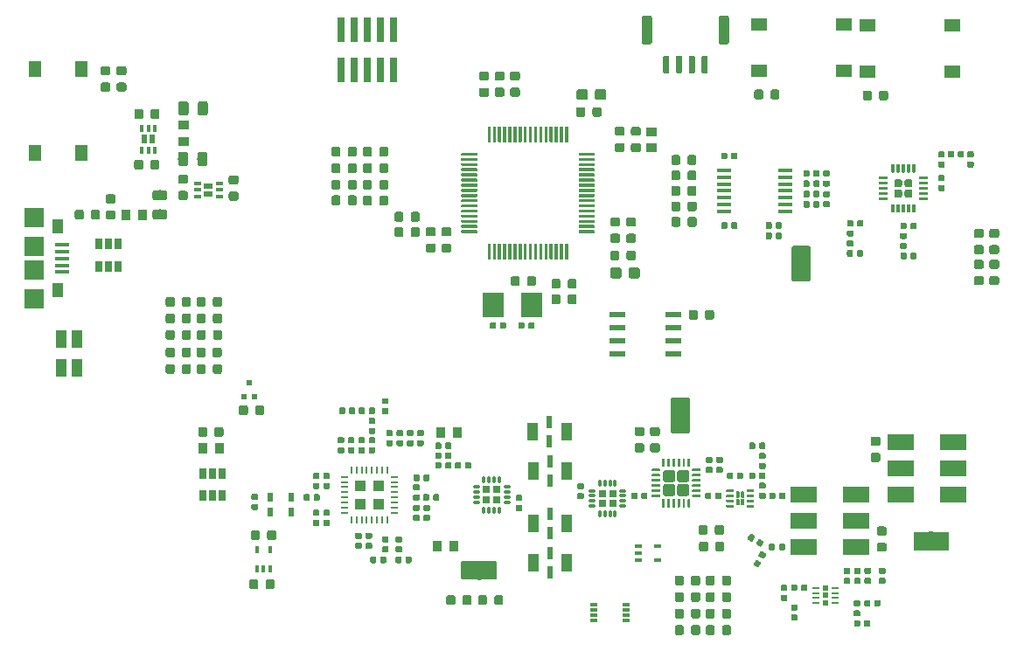
<source format=gbr>
G04 #@! TF.GenerationSoftware,KiCad,Pcbnew,(5.1.0)-1*
G04 #@! TF.CreationDate,2019-04-19T11:20:35+10:00*
G04 #@! TF.ProjectId,VNA,564e412e-6b69-4636-9164-5f7063625858,rev?*
G04 #@! TF.SameCoordinates,Original*
G04 #@! TF.FileFunction,Paste,Top*
G04 #@! TF.FilePolarity,Positive*
%FSLAX46Y46*%
G04 Gerber Fmt 4.6, Leading zero omitted, Abs format (unit mm)*
G04 Created by KiCad (PCBNEW (5.1.0)-1) date 2019-04-19 11:20:35*
%MOMM*%
%LPD*%
G04 APERTURE LIST*
%ADD10R,1.550000X0.600000*%
%ADD11C,0.100000*%
%ADD12C,0.300000*%
%ADD13R,0.800000X0.300000*%
%ADD14C,0.590000*%
%ADD15R,0.500000X0.600000*%
%ADD16C,0.975000*%
%ADD17C,0.875000*%
%ADD18R,2.000000X2.400000*%
%ADD19C,1.050000*%
%ADD20R,1.100000X1.700000*%
%ADD21R,0.850000X1.000000*%
%ADD22R,1.000000X0.850000*%
%ADD23R,2.540000X1.650000*%
%ADD24R,1.040000X1.800000*%
%ADD25R,0.610000X1.245000*%
%ADD26R,1.900000X1.900000*%
%ADD27R,1.000000X1.350000*%
%ADD28R,1.350000X0.400000*%
%ADD29R,0.740000X2.400000*%
%ADD30C,0.600000*%
%ADD31C,1.000000*%
%ADD32R,1.550000X1.300000*%
%ADD33R,1.300000X1.550000*%
%ADD34C,1.850000*%
%ADD35R,0.650000X1.060000*%
%ADD36R,0.250000X0.700000*%
%ADD37R,0.700000X0.250000*%
%ADD38R,1.035000X1.035000*%
%ADD39R,0.350000X0.650000*%
%ADD40R,0.630000X0.820000*%
%ADD41R,0.820000X0.630000*%
%ADD42R,0.650000X0.350000*%
%ADD43R,0.400000X0.650000*%
%ADD44R,0.500000X0.590000*%
%ADD45C,1.170000*%
%ADD46C,0.250000*%
%ADD47C,0.360000*%
%ADD48R,0.650000X0.400000*%
%ADD49O,0.750000X0.300000*%
%ADD50O,0.300000X0.750000*%
%ADD51R,0.730000X0.730000*%
%ADD52C,0.750000*%
%ADD53C,0.330000*%
%ADD54R,1.450000X0.450000*%
%ADD55R,0.630000X0.840000*%
G04 APERTURE END LIST*
D10*
X148100000Y-93845000D03*
X148100000Y-95115000D03*
X148100000Y-96385000D03*
X148100000Y-97655000D03*
X153500000Y-97655000D03*
X153500000Y-96385000D03*
X153500000Y-95115000D03*
X153500000Y-93845000D03*
D11*
G36*
X135782351Y-86950361D02*
G01*
X135789632Y-86951441D01*
X135796771Y-86953229D01*
X135803701Y-86955709D01*
X135810355Y-86958856D01*
X135816668Y-86962640D01*
X135822579Y-86967024D01*
X135828033Y-86971967D01*
X135832976Y-86977421D01*
X135837360Y-86983332D01*
X135841144Y-86989645D01*
X135844291Y-86996299D01*
X135846771Y-87003229D01*
X135848559Y-87010368D01*
X135849639Y-87017649D01*
X135850000Y-87025000D01*
X135850000Y-88425000D01*
X135849639Y-88432351D01*
X135848559Y-88439632D01*
X135846771Y-88446771D01*
X135844291Y-88453701D01*
X135841144Y-88460355D01*
X135837360Y-88466668D01*
X135832976Y-88472579D01*
X135828033Y-88478033D01*
X135822579Y-88482976D01*
X135816668Y-88487360D01*
X135810355Y-88491144D01*
X135803701Y-88494291D01*
X135796771Y-88496771D01*
X135789632Y-88498559D01*
X135782351Y-88499639D01*
X135775000Y-88500000D01*
X135625000Y-88500000D01*
X135617649Y-88499639D01*
X135610368Y-88498559D01*
X135603229Y-88496771D01*
X135596299Y-88494291D01*
X135589645Y-88491144D01*
X135583332Y-88487360D01*
X135577421Y-88482976D01*
X135571967Y-88478033D01*
X135567024Y-88472579D01*
X135562640Y-88466668D01*
X135558856Y-88460355D01*
X135555709Y-88453701D01*
X135553229Y-88446771D01*
X135551441Y-88439632D01*
X135550361Y-88432351D01*
X135550000Y-88425000D01*
X135550000Y-87025000D01*
X135550361Y-87017649D01*
X135551441Y-87010368D01*
X135553229Y-87003229D01*
X135555709Y-86996299D01*
X135558856Y-86989645D01*
X135562640Y-86983332D01*
X135567024Y-86977421D01*
X135571967Y-86971967D01*
X135577421Y-86967024D01*
X135583332Y-86962640D01*
X135589645Y-86958856D01*
X135596299Y-86955709D01*
X135603229Y-86953229D01*
X135610368Y-86951441D01*
X135617649Y-86950361D01*
X135625000Y-86950000D01*
X135775000Y-86950000D01*
X135782351Y-86950361D01*
X135782351Y-86950361D01*
G37*
D12*
X135700000Y-87725000D03*
D11*
G36*
X136282351Y-86950361D02*
G01*
X136289632Y-86951441D01*
X136296771Y-86953229D01*
X136303701Y-86955709D01*
X136310355Y-86958856D01*
X136316668Y-86962640D01*
X136322579Y-86967024D01*
X136328033Y-86971967D01*
X136332976Y-86977421D01*
X136337360Y-86983332D01*
X136341144Y-86989645D01*
X136344291Y-86996299D01*
X136346771Y-87003229D01*
X136348559Y-87010368D01*
X136349639Y-87017649D01*
X136350000Y-87025000D01*
X136350000Y-88425000D01*
X136349639Y-88432351D01*
X136348559Y-88439632D01*
X136346771Y-88446771D01*
X136344291Y-88453701D01*
X136341144Y-88460355D01*
X136337360Y-88466668D01*
X136332976Y-88472579D01*
X136328033Y-88478033D01*
X136322579Y-88482976D01*
X136316668Y-88487360D01*
X136310355Y-88491144D01*
X136303701Y-88494291D01*
X136296771Y-88496771D01*
X136289632Y-88498559D01*
X136282351Y-88499639D01*
X136275000Y-88500000D01*
X136125000Y-88500000D01*
X136117649Y-88499639D01*
X136110368Y-88498559D01*
X136103229Y-88496771D01*
X136096299Y-88494291D01*
X136089645Y-88491144D01*
X136083332Y-88487360D01*
X136077421Y-88482976D01*
X136071967Y-88478033D01*
X136067024Y-88472579D01*
X136062640Y-88466668D01*
X136058856Y-88460355D01*
X136055709Y-88453701D01*
X136053229Y-88446771D01*
X136051441Y-88439632D01*
X136050361Y-88432351D01*
X136050000Y-88425000D01*
X136050000Y-87025000D01*
X136050361Y-87017649D01*
X136051441Y-87010368D01*
X136053229Y-87003229D01*
X136055709Y-86996299D01*
X136058856Y-86989645D01*
X136062640Y-86983332D01*
X136067024Y-86977421D01*
X136071967Y-86971967D01*
X136077421Y-86967024D01*
X136083332Y-86962640D01*
X136089645Y-86958856D01*
X136096299Y-86955709D01*
X136103229Y-86953229D01*
X136110368Y-86951441D01*
X136117649Y-86950361D01*
X136125000Y-86950000D01*
X136275000Y-86950000D01*
X136282351Y-86950361D01*
X136282351Y-86950361D01*
G37*
D12*
X136200000Y-87725000D03*
D11*
G36*
X136782351Y-86950361D02*
G01*
X136789632Y-86951441D01*
X136796771Y-86953229D01*
X136803701Y-86955709D01*
X136810355Y-86958856D01*
X136816668Y-86962640D01*
X136822579Y-86967024D01*
X136828033Y-86971967D01*
X136832976Y-86977421D01*
X136837360Y-86983332D01*
X136841144Y-86989645D01*
X136844291Y-86996299D01*
X136846771Y-87003229D01*
X136848559Y-87010368D01*
X136849639Y-87017649D01*
X136850000Y-87025000D01*
X136850000Y-88425000D01*
X136849639Y-88432351D01*
X136848559Y-88439632D01*
X136846771Y-88446771D01*
X136844291Y-88453701D01*
X136841144Y-88460355D01*
X136837360Y-88466668D01*
X136832976Y-88472579D01*
X136828033Y-88478033D01*
X136822579Y-88482976D01*
X136816668Y-88487360D01*
X136810355Y-88491144D01*
X136803701Y-88494291D01*
X136796771Y-88496771D01*
X136789632Y-88498559D01*
X136782351Y-88499639D01*
X136775000Y-88500000D01*
X136625000Y-88500000D01*
X136617649Y-88499639D01*
X136610368Y-88498559D01*
X136603229Y-88496771D01*
X136596299Y-88494291D01*
X136589645Y-88491144D01*
X136583332Y-88487360D01*
X136577421Y-88482976D01*
X136571967Y-88478033D01*
X136567024Y-88472579D01*
X136562640Y-88466668D01*
X136558856Y-88460355D01*
X136555709Y-88453701D01*
X136553229Y-88446771D01*
X136551441Y-88439632D01*
X136550361Y-88432351D01*
X136550000Y-88425000D01*
X136550000Y-87025000D01*
X136550361Y-87017649D01*
X136551441Y-87010368D01*
X136553229Y-87003229D01*
X136555709Y-86996299D01*
X136558856Y-86989645D01*
X136562640Y-86983332D01*
X136567024Y-86977421D01*
X136571967Y-86971967D01*
X136577421Y-86967024D01*
X136583332Y-86962640D01*
X136589645Y-86958856D01*
X136596299Y-86955709D01*
X136603229Y-86953229D01*
X136610368Y-86951441D01*
X136617649Y-86950361D01*
X136625000Y-86950000D01*
X136775000Y-86950000D01*
X136782351Y-86950361D01*
X136782351Y-86950361D01*
G37*
D12*
X136700000Y-87725000D03*
D11*
G36*
X137282351Y-86950361D02*
G01*
X137289632Y-86951441D01*
X137296771Y-86953229D01*
X137303701Y-86955709D01*
X137310355Y-86958856D01*
X137316668Y-86962640D01*
X137322579Y-86967024D01*
X137328033Y-86971967D01*
X137332976Y-86977421D01*
X137337360Y-86983332D01*
X137341144Y-86989645D01*
X137344291Y-86996299D01*
X137346771Y-87003229D01*
X137348559Y-87010368D01*
X137349639Y-87017649D01*
X137350000Y-87025000D01*
X137350000Y-88425000D01*
X137349639Y-88432351D01*
X137348559Y-88439632D01*
X137346771Y-88446771D01*
X137344291Y-88453701D01*
X137341144Y-88460355D01*
X137337360Y-88466668D01*
X137332976Y-88472579D01*
X137328033Y-88478033D01*
X137322579Y-88482976D01*
X137316668Y-88487360D01*
X137310355Y-88491144D01*
X137303701Y-88494291D01*
X137296771Y-88496771D01*
X137289632Y-88498559D01*
X137282351Y-88499639D01*
X137275000Y-88500000D01*
X137125000Y-88500000D01*
X137117649Y-88499639D01*
X137110368Y-88498559D01*
X137103229Y-88496771D01*
X137096299Y-88494291D01*
X137089645Y-88491144D01*
X137083332Y-88487360D01*
X137077421Y-88482976D01*
X137071967Y-88478033D01*
X137067024Y-88472579D01*
X137062640Y-88466668D01*
X137058856Y-88460355D01*
X137055709Y-88453701D01*
X137053229Y-88446771D01*
X137051441Y-88439632D01*
X137050361Y-88432351D01*
X137050000Y-88425000D01*
X137050000Y-87025000D01*
X137050361Y-87017649D01*
X137051441Y-87010368D01*
X137053229Y-87003229D01*
X137055709Y-86996299D01*
X137058856Y-86989645D01*
X137062640Y-86983332D01*
X137067024Y-86977421D01*
X137071967Y-86971967D01*
X137077421Y-86967024D01*
X137083332Y-86962640D01*
X137089645Y-86958856D01*
X137096299Y-86955709D01*
X137103229Y-86953229D01*
X137110368Y-86951441D01*
X137117649Y-86950361D01*
X137125000Y-86950000D01*
X137275000Y-86950000D01*
X137282351Y-86950361D01*
X137282351Y-86950361D01*
G37*
D12*
X137200000Y-87725000D03*
D11*
G36*
X137782351Y-86950361D02*
G01*
X137789632Y-86951441D01*
X137796771Y-86953229D01*
X137803701Y-86955709D01*
X137810355Y-86958856D01*
X137816668Y-86962640D01*
X137822579Y-86967024D01*
X137828033Y-86971967D01*
X137832976Y-86977421D01*
X137837360Y-86983332D01*
X137841144Y-86989645D01*
X137844291Y-86996299D01*
X137846771Y-87003229D01*
X137848559Y-87010368D01*
X137849639Y-87017649D01*
X137850000Y-87025000D01*
X137850000Y-88425000D01*
X137849639Y-88432351D01*
X137848559Y-88439632D01*
X137846771Y-88446771D01*
X137844291Y-88453701D01*
X137841144Y-88460355D01*
X137837360Y-88466668D01*
X137832976Y-88472579D01*
X137828033Y-88478033D01*
X137822579Y-88482976D01*
X137816668Y-88487360D01*
X137810355Y-88491144D01*
X137803701Y-88494291D01*
X137796771Y-88496771D01*
X137789632Y-88498559D01*
X137782351Y-88499639D01*
X137775000Y-88500000D01*
X137625000Y-88500000D01*
X137617649Y-88499639D01*
X137610368Y-88498559D01*
X137603229Y-88496771D01*
X137596299Y-88494291D01*
X137589645Y-88491144D01*
X137583332Y-88487360D01*
X137577421Y-88482976D01*
X137571967Y-88478033D01*
X137567024Y-88472579D01*
X137562640Y-88466668D01*
X137558856Y-88460355D01*
X137555709Y-88453701D01*
X137553229Y-88446771D01*
X137551441Y-88439632D01*
X137550361Y-88432351D01*
X137550000Y-88425000D01*
X137550000Y-87025000D01*
X137550361Y-87017649D01*
X137551441Y-87010368D01*
X137553229Y-87003229D01*
X137555709Y-86996299D01*
X137558856Y-86989645D01*
X137562640Y-86983332D01*
X137567024Y-86977421D01*
X137571967Y-86971967D01*
X137577421Y-86967024D01*
X137583332Y-86962640D01*
X137589645Y-86958856D01*
X137596299Y-86955709D01*
X137603229Y-86953229D01*
X137610368Y-86951441D01*
X137617649Y-86950361D01*
X137625000Y-86950000D01*
X137775000Y-86950000D01*
X137782351Y-86950361D01*
X137782351Y-86950361D01*
G37*
D12*
X137700000Y-87725000D03*
D11*
G36*
X138282351Y-86950361D02*
G01*
X138289632Y-86951441D01*
X138296771Y-86953229D01*
X138303701Y-86955709D01*
X138310355Y-86958856D01*
X138316668Y-86962640D01*
X138322579Y-86967024D01*
X138328033Y-86971967D01*
X138332976Y-86977421D01*
X138337360Y-86983332D01*
X138341144Y-86989645D01*
X138344291Y-86996299D01*
X138346771Y-87003229D01*
X138348559Y-87010368D01*
X138349639Y-87017649D01*
X138350000Y-87025000D01*
X138350000Y-88425000D01*
X138349639Y-88432351D01*
X138348559Y-88439632D01*
X138346771Y-88446771D01*
X138344291Y-88453701D01*
X138341144Y-88460355D01*
X138337360Y-88466668D01*
X138332976Y-88472579D01*
X138328033Y-88478033D01*
X138322579Y-88482976D01*
X138316668Y-88487360D01*
X138310355Y-88491144D01*
X138303701Y-88494291D01*
X138296771Y-88496771D01*
X138289632Y-88498559D01*
X138282351Y-88499639D01*
X138275000Y-88500000D01*
X138125000Y-88500000D01*
X138117649Y-88499639D01*
X138110368Y-88498559D01*
X138103229Y-88496771D01*
X138096299Y-88494291D01*
X138089645Y-88491144D01*
X138083332Y-88487360D01*
X138077421Y-88482976D01*
X138071967Y-88478033D01*
X138067024Y-88472579D01*
X138062640Y-88466668D01*
X138058856Y-88460355D01*
X138055709Y-88453701D01*
X138053229Y-88446771D01*
X138051441Y-88439632D01*
X138050361Y-88432351D01*
X138050000Y-88425000D01*
X138050000Y-87025000D01*
X138050361Y-87017649D01*
X138051441Y-87010368D01*
X138053229Y-87003229D01*
X138055709Y-86996299D01*
X138058856Y-86989645D01*
X138062640Y-86983332D01*
X138067024Y-86977421D01*
X138071967Y-86971967D01*
X138077421Y-86967024D01*
X138083332Y-86962640D01*
X138089645Y-86958856D01*
X138096299Y-86955709D01*
X138103229Y-86953229D01*
X138110368Y-86951441D01*
X138117649Y-86950361D01*
X138125000Y-86950000D01*
X138275000Y-86950000D01*
X138282351Y-86950361D01*
X138282351Y-86950361D01*
G37*
D12*
X138200000Y-87725000D03*
D11*
G36*
X138782351Y-86950361D02*
G01*
X138789632Y-86951441D01*
X138796771Y-86953229D01*
X138803701Y-86955709D01*
X138810355Y-86958856D01*
X138816668Y-86962640D01*
X138822579Y-86967024D01*
X138828033Y-86971967D01*
X138832976Y-86977421D01*
X138837360Y-86983332D01*
X138841144Y-86989645D01*
X138844291Y-86996299D01*
X138846771Y-87003229D01*
X138848559Y-87010368D01*
X138849639Y-87017649D01*
X138850000Y-87025000D01*
X138850000Y-88425000D01*
X138849639Y-88432351D01*
X138848559Y-88439632D01*
X138846771Y-88446771D01*
X138844291Y-88453701D01*
X138841144Y-88460355D01*
X138837360Y-88466668D01*
X138832976Y-88472579D01*
X138828033Y-88478033D01*
X138822579Y-88482976D01*
X138816668Y-88487360D01*
X138810355Y-88491144D01*
X138803701Y-88494291D01*
X138796771Y-88496771D01*
X138789632Y-88498559D01*
X138782351Y-88499639D01*
X138775000Y-88500000D01*
X138625000Y-88500000D01*
X138617649Y-88499639D01*
X138610368Y-88498559D01*
X138603229Y-88496771D01*
X138596299Y-88494291D01*
X138589645Y-88491144D01*
X138583332Y-88487360D01*
X138577421Y-88482976D01*
X138571967Y-88478033D01*
X138567024Y-88472579D01*
X138562640Y-88466668D01*
X138558856Y-88460355D01*
X138555709Y-88453701D01*
X138553229Y-88446771D01*
X138551441Y-88439632D01*
X138550361Y-88432351D01*
X138550000Y-88425000D01*
X138550000Y-87025000D01*
X138550361Y-87017649D01*
X138551441Y-87010368D01*
X138553229Y-87003229D01*
X138555709Y-86996299D01*
X138558856Y-86989645D01*
X138562640Y-86983332D01*
X138567024Y-86977421D01*
X138571967Y-86971967D01*
X138577421Y-86967024D01*
X138583332Y-86962640D01*
X138589645Y-86958856D01*
X138596299Y-86955709D01*
X138603229Y-86953229D01*
X138610368Y-86951441D01*
X138617649Y-86950361D01*
X138625000Y-86950000D01*
X138775000Y-86950000D01*
X138782351Y-86950361D01*
X138782351Y-86950361D01*
G37*
D12*
X138700000Y-87725000D03*
D11*
G36*
X139282351Y-86950361D02*
G01*
X139289632Y-86951441D01*
X139296771Y-86953229D01*
X139303701Y-86955709D01*
X139310355Y-86958856D01*
X139316668Y-86962640D01*
X139322579Y-86967024D01*
X139328033Y-86971967D01*
X139332976Y-86977421D01*
X139337360Y-86983332D01*
X139341144Y-86989645D01*
X139344291Y-86996299D01*
X139346771Y-87003229D01*
X139348559Y-87010368D01*
X139349639Y-87017649D01*
X139350000Y-87025000D01*
X139350000Y-88425000D01*
X139349639Y-88432351D01*
X139348559Y-88439632D01*
X139346771Y-88446771D01*
X139344291Y-88453701D01*
X139341144Y-88460355D01*
X139337360Y-88466668D01*
X139332976Y-88472579D01*
X139328033Y-88478033D01*
X139322579Y-88482976D01*
X139316668Y-88487360D01*
X139310355Y-88491144D01*
X139303701Y-88494291D01*
X139296771Y-88496771D01*
X139289632Y-88498559D01*
X139282351Y-88499639D01*
X139275000Y-88500000D01*
X139125000Y-88500000D01*
X139117649Y-88499639D01*
X139110368Y-88498559D01*
X139103229Y-88496771D01*
X139096299Y-88494291D01*
X139089645Y-88491144D01*
X139083332Y-88487360D01*
X139077421Y-88482976D01*
X139071967Y-88478033D01*
X139067024Y-88472579D01*
X139062640Y-88466668D01*
X139058856Y-88460355D01*
X139055709Y-88453701D01*
X139053229Y-88446771D01*
X139051441Y-88439632D01*
X139050361Y-88432351D01*
X139050000Y-88425000D01*
X139050000Y-87025000D01*
X139050361Y-87017649D01*
X139051441Y-87010368D01*
X139053229Y-87003229D01*
X139055709Y-86996299D01*
X139058856Y-86989645D01*
X139062640Y-86983332D01*
X139067024Y-86977421D01*
X139071967Y-86971967D01*
X139077421Y-86967024D01*
X139083332Y-86962640D01*
X139089645Y-86958856D01*
X139096299Y-86955709D01*
X139103229Y-86953229D01*
X139110368Y-86951441D01*
X139117649Y-86950361D01*
X139125000Y-86950000D01*
X139275000Y-86950000D01*
X139282351Y-86950361D01*
X139282351Y-86950361D01*
G37*
D12*
X139200000Y-87725000D03*
D11*
G36*
X139782351Y-86950361D02*
G01*
X139789632Y-86951441D01*
X139796771Y-86953229D01*
X139803701Y-86955709D01*
X139810355Y-86958856D01*
X139816668Y-86962640D01*
X139822579Y-86967024D01*
X139828033Y-86971967D01*
X139832976Y-86977421D01*
X139837360Y-86983332D01*
X139841144Y-86989645D01*
X139844291Y-86996299D01*
X139846771Y-87003229D01*
X139848559Y-87010368D01*
X139849639Y-87017649D01*
X139850000Y-87025000D01*
X139850000Y-88425000D01*
X139849639Y-88432351D01*
X139848559Y-88439632D01*
X139846771Y-88446771D01*
X139844291Y-88453701D01*
X139841144Y-88460355D01*
X139837360Y-88466668D01*
X139832976Y-88472579D01*
X139828033Y-88478033D01*
X139822579Y-88482976D01*
X139816668Y-88487360D01*
X139810355Y-88491144D01*
X139803701Y-88494291D01*
X139796771Y-88496771D01*
X139789632Y-88498559D01*
X139782351Y-88499639D01*
X139775000Y-88500000D01*
X139625000Y-88500000D01*
X139617649Y-88499639D01*
X139610368Y-88498559D01*
X139603229Y-88496771D01*
X139596299Y-88494291D01*
X139589645Y-88491144D01*
X139583332Y-88487360D01*
X139577421Y-88482976D01*
X139571967Y-88478033D01*
X139567024Y-88472579D01*
X139562640Y-88466668D01*
X139558856Y-88460355D01*
X139555709Y-88453701D01*
X139553229Y-88446771D01*
X139551441Y-88439632D01*
X139550361Y-88432351D01*
X139550000Y-88425000D01*
X139550000Y-87025000D01*
X139550361Y-87017649D01*
X139551441Y-87010368D01*
X139553229Y-87003229D01*
X139555709Y-86996299D01*
X139558856Y-86989645D01*
X139562640Y-86983332D01*
X139567024Y-86977421D01*
X139571967Y-86971967D01*
X139577421Y-86967024D01*
X139583332Y-86962640D01*
X139589645Y-86958856D01*
X139596299Y-86955709D01*
X139603229Y-86953229D01*
X139610368Y-86951441D01*
X139617649Y-86950361D01*
X139625000Y-86950000D01*
X139775000Y-86950000D01*
X139782351Y-86950361D01*
X139782351Y-86950361D01*
G37*
D12*
X139700000Y-87725000D03*
D11*
G36*
X140282351Y-86950361D02*
G01*
X140289632Y-86951441D01*
X140296771Y-86953229D01*
X140303701Y-86955709D01*
X140310355Y-86958856D01*
X140316668Y-86962640D01*
X140322579Y-86967024D01*
X140328033Y-86971967D01*
X140332976Y-86977421D01*
X140337360Y-86983332D01*
X140341144Y-86989645D01*
X140344291Y-86996299D01*
X140346771Y-87003229D01*
X140348559Y-87010368D01*
X140349639Y-87017649D01*
X140350000Y-87025000D01*
X140350000Y-88425000D01*
X140349639Y-88432351D01*
X140348559Y-88439632D01*
X140346771Y-88446771D01*
X140344291Y-88453701D01*
X140341144Y-88460355D01*
X140337360Y-88466668D01*
X140332976Y-88472579D01*
X140328033Y-88478033D01*
X140322579Y-88482976D01*
X140316668Y-88487360D01*
X140310355Y-88491144D01*
X140303701Y-88494291D01*
X140296771Y-88496771D01*
X140289632Y-88498559D01*
X140282351Y-88499639D01*
X140275000Y-88500000D01*
X140125000Y-88500000D01*
X140117649Y-88499639D01*
X140110368Y-88498559D01*
X140103229Y-88496771D01*
X140096299Y-88494291D01*
X140089645Y-88491144D01*
X140083332Y-88487360D01*
X140077421Y-88482976D01*
X140071967Y-88478033D01*
X140067024Y-88472579D01*
X140062640Y-88466668D01*
X140058856Y-88460355D01*
X140055709Y-88453701D01*
X140053229Y-88446771D01*
X140051441Y-88439632D01*
X140050361Y-88432351D01*
X140050000Y-88425000D01*
X140050000Y-87025000D01*
X140050361Y-87017649D01*
X140051441Y-87010368D01*
X140053229Y-87003229D01*
X140055709Y-86996299D01*
X140058856Y-86989645D01*
X140062640Y-86983332D01*
X140067024Y-86977421D01*
X140071967Y-86971967D01*
X140077421Y-86967024D01*
X140083332Y-86962640D01*
X140089645Y-86958856D01*
X140096299Y-86955709D01*
X140103229Y-86953229D01*
X140110368Y-86951441D01*
X140117649Y-86950361D01*
X140125000Y-86950000D01*
X140275000Y-86950000D01*
X140282351Y-86950361D01*
X140282351Y-86950361D01*
G37*
D12*
X140200000Y-87725000D03*
D11*
G36*
X140782351Y-86950361D02*
G01*
X140789632Y-86951441D01*
X140796771Y-86953229D01*
X140803701Y-86955709D01*
X140810355Y-86958856D01*
X140816668Y-86962640D01*
X140822579Y-86967024D01*
X140828033Y-86971967D01*
X140832976Y-86977421D01*
X140837360Y-86983332D01*
X140841144Y-86989645D01*
X140844291Y-86996299D01*
X140846771Y-87003229D01*
X140848559Y-87010368D01*
X140849639Y-87017649D01*
X140850000Y-87025000D01*
X140850000Y-88425000D01*
X140849639Y-88432351D01*
X140848559Y-88439632D01*
X140846771Y-88446771D01*
X140844291Y-88453701D01*
X140841144Y-88460355D01*
X140837360Y-88466668D01*
X140832976Y-88472579D01*
X140828033Y-88478033D01*
X140822579Y-88482976D01*
X140816668Y-88487360D01*
X140810355Y-88491144D01*
X140803701Y-88494291D01*
X140796771Y-88496771D01*
X140789632Y-88498559D01*
X140782351Y-88499639D01*
X140775000Y-88500000D01*
X140625000Y-88500000D01*
X140617649Y-88499639D01*
X140610368Y-88498559D01*
X140603229Y-88496771D01*
X140596299Y-88494291D01*
X140589645Y-88491144D01*
X140583332Y-88487360D01*
X140577421Y-88482976D01*
X140571967Y-88478033D01*
X140567024Y-88472579D01*
X140562640Y-88466668D01*
X140558856Y-88460355D01*
X140555709Y-88453701D01*
X140553229Y-88446771D01*
X140551441Y-88439632D01*
X140550361Y-88432351D01*
X140550000Y-88425000D01*
X140550000Y-87025000D01*
X140550361Y-87017649D01*
X140551441Y-87010368D01*
X140553229Y-87003229D01*
X140555709Y-86996299D01*
X140558856Y-86989645D01*
X140562640Y-86983332D01*
X140567024Y-86977421D01*
X140571967Y-86971967D01*
X140577421Y-86967024D01*
X140583332Y-86962640D01*
X140589645Y-86958856D01*
X140596299Y-86955709D01*
X140603229Y-86953229D01*
X140610368Y-86951441D01*
X140617649Y-86950361D01*
X140625000Y-86950000D01*
X140775000Y-86950000D01*
X140782351Y-86950361D01*
X140782351Y-86950361D01*
G37*
D12*
X140700000Y-87725000D03*
D11*
G36*
X141282351Y-86950361D02*
G01*
X141289632Y-86951441D01*
X141296771Y-86953229D01*
X141303701Y-86955709D01*
X141310355Y-86958856D01*
X141316668Y-86962640D01*
X141322579Y-86967024D01*
X141328033Y-86971967D01*
X141332976Y-86977421D01*
X141337360Y-86983332D01*
X141341144Y-86989645D01*
X141344291Y-86996299D01*
X141346771Y-87003229D01*
X141348559Y-87010368D01*
X141349639Y-87017649D01*
X141350000Y-87025000D01*
X141350000Y-88425000D01*
X141349639Y-88432351D01*
X141348559Y-88439632D01*
X141346771Y-88446771D01*
X141344291Y-88453701D01*
X141341144Y-88460355D01*
X141337360Y-88466668D01*
X141332976Y-88472579D01*
X141328033Y-88478033D01*
X141322579Y-88482976D01*
X141316668Y-88487360D01*
X141310355Y-88491144D01*
X141303701Y-88494291D01*
X141296771Y-88496771D01*
X141289632Y-88498559D01*
X141282351Y-88499639D01*
X141275000Y-88500000D01*
X141125000Y-88500000D01*
X141117649Y-88499639D01*
X141110368Y-88498559D01*
X141103229Y-88496771D01*
X141096299Y-88494291D01*
X141089645Y-88491144D01*
X141083332Y-88487360D01*
X141077421Y-88482976D01*
X141071967Y-88478033D01*
X141067024Y-88472579D01*
X141062640Y-88466668D01*
X141058856Y-88460355D01*
X141055709Y-88453701D01*
X141053229Y-88446771D01*
X141051441Y-88439632D01*
X141050361Y-88432351D01*
X141050000Y-88425000D01*
X141050000Y-87025000D01*
X141050361Y-87017649D01*
X141051441Y-87010368D01*
X141053229Y-87003229D01*
X141055709Y-86996299D01*
X141058856Y-86989645D01*
X141062640Y-86983332D01*
X141067024Y-86977421D01*
X141071967Y-86971967D01*
X141077421Y-86967024D01*
X141083332Y-86962640D01*
X141089645Y-86958856D01*
X141096299Y-86955709D01*
X141103229Y-86953229D01*
X141110368Y-86951441D01*
X141117649Y-86950361D01*
X141125000Y-86950000D01*
X141275000Y-86950000D01*
X141282351Y-86950361D01*
X141282351Y-86950361D01*
G37*
D12*
X141200000Y-87725000D03*
D11*
G36*
X141782351Y-86950361D02*
G01*
X141789632Y-86951441D01*
X141796771Y-86953229D01*
X141803701Y-86955709D01*
X141810355Y-86958856D01*
X141816668Y-86962640D01*
X141822579Y-86967024D01*
X141828033Y-86971967D01*
X141832976Y-86977421D01*
X141837360Y-86983332D01*
X141841144Y-86989645D01*
X141844291Y-86996299D01*
X141846771Y-87003229D01*
X141848559Y-87010368D01*
X141849639Y-87017649D01*
X141850000Y-87025000D01*
X141850000Y-88425000D01*
X141849639Y-88432351D01*
X141848559Y-88439632D01*
X141846771Y-88446771D01*
X141844291Y-88453701D01*
X141841144Y-88460355D01*
X141837360Y-88466668D01*
X141832976Y-88472579D01*
X141828033Y-88478033D01*
X141822579Y-88482976D01*
X141816668Y-88487360D01*
X141810355Y-88491144D01*
X141803701Y-88494291D01*
X141796771Y-88496771D01*
X141789632Y-88498559D01*
X141782351Y-88499639D01*
X141775000Y-88500000D01*
X141625000Y-88500000D01*
X141617649Y-88499639D01*
X141610368Y-88498559D01*
X141603229Y-88496771D01*
X141596299Y-88494291D01*
X141589645Y-88491144D01*
X141583332Y-88487360D01*
X141577421Y-88482976D01*
X141571967Y-88478033D01*
X141567024Y-88472579D01*
X141562640Y-88466668D01*
X141558856Y-88460355D01*
X141555709Y-88453701D01*
X141553229Y-88446771D01*
X141551441Y-88439632D01*
X141550361Y-88432351D01*
X141550000Y-88425000D01*
X141550000Y-87025000D01*
X141550361Y-87017649D01*
X141551441Y-87010368D01*
X141553229Y-87003229D01*
X141555709Y-86996299D01*
X141558856Y-86989645D01*
X141562640Y-86983332D01*
X141567024Y-86977421D01*
X141571967Y-86971967D01*
X141577421Y-86967024D01*
X141583332Y-86962640D01*
X141589645Y-86958856D01*
X141596299Y-86955709D01*
X141603229Y-86953229D01*
X141610368Y-86951441D01*
X141617649Y-86950361D01*
X141625000Y-86950000D01*
X141775000Y-86950000D01*
X141782351Y-86950361D01*
X141782351Y-86950361D01*
G37*
D12*
X141700000Y-87725000D03*
D11*
G36*
X142282351Y-86950361D02*
G01*
X142289632Y-86951441D01*
X142296771Y-86953229D01*
X142303701Y-86955709D01*
X142310355Y-86958856D01*
X142316668Y-86962640D01*
X142322579Y-86967024D01*
X142328033Y-86971967D01*
X142332976Y-86977421D01*
X142337360Y-86983332D01*
X142341144Y-86989645D01*
X142344291Y-86996299D01*
X142346771Y-87003229D01*
X142348559Y-87010368D01*
X142349639Y-87017649D01*
X142350000Y-87025000D01*
X142350000Y-88425000D01*
X142349639Y-88432351D01*
X142348559Y-88439632D01*
X142346771Y-88446771D01*
X142344291Y-88453701D01*
X142341144Y-88460355D01*
X142337360Y-88466668D01*
X142332976Y-88472579D01*
X142328033Y-88478033D01*
X142322579Y-88482976D01*
X142316668Y-88487360D01*
X142310355Y-88491144D01*
X142303701Y-88494291D01*
X142296771Y-88496771D01*
X142289632Y-88498559D01*
X142282351Y-88499639D01*
X142275000Y-88500000D01*
X142125000Y-88500000D01*
X142117649Y-88499639D01*
X142110368Y-88498559D01*
X142103229Y-88496771D01*
X142096299Y-88494291D01*
X142089645Y-88491144D01*
X142083332Y-88487360D01*
X142077421Y-88482976D01*
X142071967Y-88478033D01*
X142067024Y-88472579D01*
X142062640Y-88466668D01*
X142058856Y-88460355D01*
X142055709Y-88453701D01*
X142053229Y-88446771D01*
X142051441Y-88439632D01*
X142050361Y-88432351D01*
X142050000Y-88425000D01*
X142050000Y-87025000D01*
X142050361Y-87017649D01*
X142051441Y-87010368D01*
X142053229Y-87003229D01*
X142055709Y-86996299D01*
X142058856Y-86989645D01*
X142062640Y-86983332D01*
X142067024Y-86977421D01*
X142071967Y-86971967D01*
X142077421Y-86967024D01*
X142083332Y-86962640D01*
X142089645Y-86958856D01*
X142096299Y-86955709D01*
X142103229Y-86953229D01*
X142110368Y-86951441D01*
X142117649Y-86950361D01*
X142125000Y-86950000D01*
X142275000Y-86950000D01*
X142282351Y-86950361D01*
X142282351Y-86950361D01*
G37*
D12*
X142200000Y-87725000D03*
D11*
G36*
X142782351Y-86950361D02*
G01*
X142789632Y-86951441D01*
X142796771Y-86953229D01*
X142803701Y-86955709D01*
X142810355Y-86958856D01*
X142816668Y-86962640D01*
X142822579Y-86967024D01*
X142828033Y-86971967D01*
X142832976Y-86977421D01*
X142837360Y-86983332D01*
X142841144Y-86989645D01*
X142844291Y-86996299D01*
X142846771Y-87003229D01*
X142848559Y-87010368D01*
X142849639Y-87017649D01*
X142850000Y-87025000D01*
X142850000Y-88425000D01*
X142849639Y-88432351D01*
X142848559Y-88439632D01*
X142846771Y-88446771D01*
X142844291Y-88453701D01*
X142841144Y-88460355D01*
X142837360Y-88466668D01*
X142832976Y-88472579D01*
X142828033Y-88478033D01*
X142822579Y-88482976D01*
X142816668Y-88487360D01*
X142810355Y-88491144D01*
X142803701Y-88494291D01*
X142796771Y-88496771D01*
X142789632Y-88498559D01*
X142782351Y-88499639D01*
X142775000Y-88500000D01*
X142625000Y-88500000D01*
X142617649Y-88499639D01*
X142610368Y-88498559D01*
X142603229Y-88496771D01*
X142596299Y-88494291D01*
X142589645Y-88491144D01*
X142583332Y-88487360D01*
X142577421Y-88482976D01*
X142571967Y-88478033D01*
X142567024Y-88472579D01*
X142562640Y-88466668D01*
X142558856Y-88460355D01*
X142555709Y-88453701D01*
X142553229Y-88446771D01*
X142551441Y-88439632D01*
X142550361Y-88432351D01*
X142550000Y-88425000D01*
X142550000Y-87025000D01*
X142550361Y-87017649D01*
X142551441Y-87010368D01*
X142553229Y-87003229D01*
X142555709Y-86996299D01*
X142558856Y-86989645D01*
X142562640Y-86983332D01*
X142567024Y-86977421D01*
X142571967Y-86971967D01*
X142577421Y-86967024D01*
X142583332Y-86962640D01*
X142589645Y-86958856D01*
X142596299Y-86955709D01*
X142603229Y-86953229D01*
X142610368Y-86951441D01*
X142617649Y-86950361D01*
X142625000Y-86950000D01*
X142775000Y-86950000D01*
X142782351Y-86950361D01*
X142782351Y-86950361D01*
G37*
D12*
X142700000Y-87725000D03*
D11*
G36*
X143282351Y-86950361D02*
G01*
X143289632Y-86951441D01*
X143296771Y-86953229D01*
X143303701Y-86955709D01*
X143310355Y-86958856D01*
X143316668Y-86962640D01*
X143322579Y-86967024D01*
X143328033Y-86971967D01*
X143332976Y-86977421D01*
X143337360Y-86983332D01*
X143341144Y-86989645D01*
X143344291Y-86996299D01*
X143346771Y-87003229D01*
X143348559Y-87010368D01*
X143349639Y-87017649D01*
X143350000Y-87025000D01*
X143350000Y-88425000D01*
X143349639Y-88432351D01*
X143348559Y-88439632D01*
X143346771Y-88446771D01*
X143344291Y-88453701D01*
X143341144Y-88460355D01*
X143337360Y-88466668D01*
X143332976Y-88472579D01*
X143328033Y-88478033D01*
X143322579Y-88482976D01*
X143316668Y-88487360D01*
X143310355Y-88491144D01*
X143303701Y-88494291D01*
X143296771Y-88496771D01*
X143289632Y-88498559D01*
X143282351Y-88499639D01*
X143275000Y-88500000D01*
X143125000Y-88500000D01*
X143117649Y-88499639D01*
X143110368Y-88498559D01*
X143103229Y-88496771D01*
X143096299Y-88494291D01*
X143089645Y-88491144D01*
X143083332Y-88487360D01*
X143077421Y-88482976D01*
X143071967Y-88478033D01*
X143067024Y-88472579D01*
X143062640Y-88466668D01*
X143058856Y-88460355D01*
X143055709Y-88453701D01*
X143053229Y-88446771D01*
X143051441Y-88439632D01*
X143050361Y-88432351D01*
X143050000Y-88425000D01*
X143050000Y-87025000D01*
X143050361Y-87017649D01*
X143051441Y-87010368D01*
X143053229Y-87003229D01*
X143055709Y-86996299D01*
X143058856Y-86989645D01*
X143062640Y-86983332D01*
X143067024Y-86977421D01*
X143071967Y-86971967D01*
X143077421Y-86967024D01*
X143083332Y-86962640D01*
X143089645Y-86958856D01*
X143096299Y-86955709D01*
X143103229Y-86953229D01*
X143110368Y-86951441D01*
X143117649Y-86950361D01*
X143125000Y-86950000D01*
X143275000Y-86950000D01*
X143282351Y-86950361D01*
X143282351Y-86950361D01*
G37*
D12*
X143200000Y-87725000D03*
D11*
G36*
X145832351Y-85650361D02*
G01*
X145839632Y-85651441D01*
X145846771Y-85653229D01*
X145853701Y-85655709D01*
X145860355Y-85658856D01*
X145866668Y-85662640D01*
X145872579Y-85667024D01*
X145878033Y-85671967D01*
X145882976Y-85677421D01*
X145887360Y-85683332D01*
X145891144Y-85689645D01*
X145894291Y-85696299D01*
X145896771Y-85703229D01*
X145898559Y-85710368D01*
X145899639Y-85717649D01*
X145900000Y-85725000D01*
X145900000Y-85875000D01*
X145899639Y-85882351D01*
X145898559Y-85889632D01*
X145896771Y-85896771D01*
X145894291Y-85903701D01*
X145891144Y-85910355D01*
X145887360Y-85916668D01*
X145882976Y-85922579D01*
X145878033Y-85928033D01*
X145872579Y-85932976D01*
X145866668Y-85937360D01*
X145860355Y-85941144D01*
X145853701Y-85944291D01*
X145846771Y-85946771D01*
X145839632Y-85948559D01*
X145832351Y-85949639D01*
X145825000Y-85950000D01*
X144425000Y-85950000D01*
X144417649Y-85949639D01*
X144410368Y-85948559D01*
X144403229Y-85946771D01*
X144396299Y-85944291D01*
X144389645Y-85941144D01*
X144383332Y-85937360D01*
X144377421Y-85932976D01*
X144371967Y-85928033D01*
X144367024Y-85922579D01*
X144362640Y-85916668D01*
X144358856Y-85910355D01*
X144355709Y-85903701D01*
X144353229Y-85896771D01*
X144351441Y-85889632D01*
X144350361Y-85882351D01*
X144350000Y-85875000D01*
X144350000Y-85725000D01*
X144350361Y-85717649D01*
X144351441Y-85710368D01*
X144353229Y-85703229D01*
X144355709Y-85696299D01*
X144358856Y-85689645D01*
X144362640Y-85683332D01*
X144367024Y-85677421D01*
X144371967Y-85671967D01*
X144377421Y-85667024D01*
X144383332Y-85662640D01*
X144389645Y-85658856D01*
X144396299Y-85655709D01*
X144403229Y-85653229D01*
X144410368Y-85651441D01*
X144417649Y-85650361D01*
X144425000Y-85650000D01*
X145825000Y-85650000D01*
X145832351Y-85650361D01*
X145832351Y-85650361D01*
G37*
D12*
X145125000Y-85800000D03*
D11*
G36*
X145832351Y-85150361D02*
G01*
X145839632Y-85151441D01*
X145846771Y-85153229D01*
X145853701Y-85155709D01*
X145860355Y-85158856D01*
X145866668Y-85162640D01*
X145872579Y-85167024D01*
X145878033Y-85171967D01*
X145882976Y-85177421D01*
X145887360Y-85183332D01*
X145891144Y-85189645D01*
X145894291Y-85196299D01*
X145896771Y-85203229D01*
X145898559Y-85210368D01*
X145899639Y-85217649D01*
X145900000Y-85225000D01*
X145900000Y-85375000D01*
X145899639Y-85382351D01*
X145898559Y-85389632D01*
X145896771Y-85396771D01*
X145894291Y-85403701D01*
X145891144Y-85410355D01*
X145887360Y-85416668D01*
X145882976Y-85422579D01*
X145878033Y-85428033D01*
X145872579Y-85432976D01*
X145866668Y-85437360D01*
X145860355Y-85441144D01*
X145853701Y-85444291D01*
X145846771Y-85446771D01*
X145839632Y-85448559D01*
X145832351Y-85449639D01*
X145825000Y-85450000D01*
X144425000Y-85450000D01*
X144417649Y-85449639D01*
X144410368Y-85448559D01*
X144403229Y-85446771D01*
X144396299Y-85444291D01*
X144389645Y-85441144D01*
X144383332Y-85437360D01*
X144377421Y-85432976D01*
X144371967Y-85428033D01*
X144367024Y-85422579D01*
X144362640Y-85416668D01*
X144358856Y-85410355D01*
X144355709Y-85403701D01*
X144353229Y-85396771D01*
X144351441Y-85389632D01*
X144350361Y-85382351D01*
X144350000Y-85375000D01*
X144350000Y-85225000D01*
X144350361Y-85217649D01*
X144351441Y-85210368D01*
X144353229Y-85203229D01*
X144355709Y-85196299D01*
X144358856Y-85189645D01*
X144362640Y-85183332D01*
X144367024Y-85177421D01*
X144371967Y-85171967D01*
X144377421Y-85167024D01*
X144383332Y-85162640D01*
X144389645Y-85158856D01*
X144396299Y-85155709D01*
X144403229Y-85153229D01*
X144410368Y-85151441D01*
X144417649Y-85150361D01*
X144425000Y-85150000D01*
X145825000Y-85150000D01*
X145832351Y-85150361D01*
X145832351Y-85150361D01*
G37*
D12*
X145125000Y-85300000D03*
D11*
G36*
X145832351Y-84650361D02*
G01*
X145839632Y-84651441D01*
X145846771Y-84653229D01*
X145853701Y-84655709D01*
X145860355Y-84658856D01*
X145866668Y-84662640D01*
X145872579Y-84667024D01*
X145878033Y-84671967D01*
X145882976Y-84677421D01*
X145887360Y-84683332D01*
X145891144Y-84689645D01*
X145894291Y-84696299D01*
X145896771Y-84703229D01*
X145898559Y-84710368D01*
X145899639Y-84717649D01*
X145900000Y-84725000D01*
X145900000Y-84875000D01*
X145899639Y-84882351D01*
X145898559Y-84889632D01*
X145896771Y-84896771D01*
X145894291Y-84903701D01*
X145891144Y-84910355D01*
X145887360Y-84916668D01*
X145882976Y-84922579D01*
X145878033Y-84928033D01*
X145872579Y-84932976D01*
X145866668Y-84937360D01*
X145860355Y-84941144D01*
X145853701Y-84944291D01*
X145846771Y-84946771D01*
X145839632Y-84948559D01*
X145832351Y-84949639D01*
X145825000Y-84950000D01*
X144425000Y-84950000D01*
X144417649Y-84949639D01*
X144410368Y-84948559D01*
X144403229Y-84946771D01*
X144396299Y-84944291D01*
X144389645Y-84941144D01*
X144383332Y-84937360D01*
X144377421Y-84932976D01*
X144371967Y-84928033D01*
X144367024Y-84922579D01*
X144362640Y-84916668D01*
X144358856Y-84910355D01*
X144355709Y-84903701D01*
X144353229Y-84896771D01*
X144351441Y-84889632D01*
X144350361Y-84882351D01*
X144350000Y-84875000D01*
X144350000Y-84725000D01*
X144350361Y-84717649D01*
X144351441Y-84710368D01*
X144353229Y-84703229D01*
X144355709Y-84696299D01*
X144358856Y-84689645D01*
X144362640Y-84683332D01*
X144367024Y-84677421D01*
X144371967Y-84671967D01*
X144377421Y-84667024D01*
X144383332Y-84662640D01*
X144389645Y-84658856D01*
X144396299Y-84655709D01*
X144403229Y-84653229D01*
X144410368Y-84651441D01*
X144417649Y-84650361D01*
X144425000Y-84650000D01*
X145825000Y-84650000D01*
X145832351Y-84650361D01*
X145832351Y-84650361D01*
G37*
D12*
X145125000Y-84800000D03*
D11*
G36*
X145832351Y-84150361D02*
G01*
X145839632Y-84151441D01*
X145846771Y-84153229D01*
X145853701Y-84155709D01*
X145860355Y-84158856D01*
X145866668Y-84162640D01*
X145872579Y-84167024D01*
X145878033Y-84171967D01*
X145882976Y-84177421D01*
X145887360Y-84183332D01*
X145891144Y-84189645D01*
X145894291Y-84196299D01*
X145896771Y-84203229D01*
X145898559Y-84210368D01*
X145899639Y-84217649D01*
X145900000Y-84225000D01*
X145900000Y-84375000D01*
X145899639Y-84382351D01*
X145898559Y-84389632D01*
X145896771Y-84396771D01*
X145894291Y-84403701D01*
X145891144Y-84410355D01*
X145887360Y-84416668D01*
X145882976Y-84422579D01*
X145878033Y-84428033D01*
X145872579Y-84432976D01*
X145866668Y-84437360D01*
X145860355Y-84441144D01*
X145853701Y-84444291D01*
X145846771Y-84446771D01*
X145839632Y-84448559D01*
X145832351Y-84449639D01*
X145825000Y-84450000D01*
X144425000Y-84450000D01*
X144417649Y-84449639D01*
X144410368Y-84448559D01*
X144403229Y-84446771D01*
X144396299Y-84444291D01*
X144389645Y-84441144D01*
X144383332Y-84437360D01*
X144377421Y-84432976D01*
X144371967Y-84428033D01*
X144367024Y-84422579D01*
X144362640Y-84416668D01*
X144358856Y-84410355D01*
X144355709Y-84403701D01*
X144353229Y-84396771D01*
X144351441Y-84389632D01*
X144350361Y-84382351D01*
X144350000Y-84375000D01*
X144350000Y-84225000D01*
X144350361Y-84217649D01*
X144351441Y-84210368D01*
X144353229Y-84203229D01*
X144355709Y-84196299D01*
X144358856Y-84189645D01*
X144362640Y-84183332D01*
X144367024Y-84177421D01*
X144371967Y-84171967D01*
X144377421Y-84167024D01*
X144383332Y-84162640D01*
X144389645Y-84158856D01*
X144396299Y-84155709D01*
X144403229Y-84153229D01*
X144410368Y-84151441D01*
X144417649Y-84150361D01*
X144425000Y-84150000D01*
X145825000Y-84150000D01*
X145832351Y-84150361D01*
X145832351Y-84150361D01*
G37*
D12*
X145125000Y-84300000D03*
D11*
G36*
X145832351Y-83650361D02*
G01*
X145839632Y-83651441D01*
X145846771Y-83653229D01*
X145853701Y-83655709D01*
X145860355Y-83658856D01*
X145866668Y-83662640D01*
X145872579Y-83667024D01*
X145878033Y-83671967D01*
X145882976Y-83677421D01*
X145887360Y-83683332D01*
X145891144Y-83689645D01*
X145894291Y-83696299D01*
X145896771Y-83703229D01*
X145898559Y-83710368D01*
X145899639Y-83717649D01*
X145900000Y-83725000D01*
X145900000Y-83875000D01*
X145899639Y-83882351D01*
X145898559Y-83889632D01*
X145896771Y-83896771D01*
X145894291Y-83903701D01*
X145891144Y-83910355D01*
X145887360Y-83916668D01*
X145882976Y-83922579D01*
X145878033Y-83928033D01*
X145872579Y-83932976D01*
X145866668Y-83937360D01*
X145860355Y-83941144D01*
X145853701Y-83944291D01*
X145846771Y-83946771D01*
X145839632Y-83948559D01*
X145832351Y-83949639D01*
X145825000Y-83950000D01*
X144425000Y-83950000D01*
X144417649Y-83949639D01*
X144410368Y-83948559D01*
X144403229Y-83946771D01*
X144396299Y-83944291D01*
X144389645Y-83941144D01*
X144383332Y-83937360D01*
X144377421Y-83932976D01*
X144371967Y-83928033D01*
X144367024Y-83922579D01*
X144362640Y-83916668D01*
X144358856Y-83910355D01*
X144355709Y-83903701D01*
X144353229Y-83896771D01*
X144351441Y-83889632D01*
X144350361Y-83882351D01*
X144350000Y-83875000D01*
X144350000Y-83725000D01*
X144350361Y-83717649D01*
X144351441Y-83710368D01*
X144353229Y-83703229D01*
X144355709Y-83696299D01*
X144358856Y-83689645D01*
X144362640Y-83683332D01*
X144367024Y-83677421D01*
X144371967Y-83671967D01*
X144377421Y-83667024D01*
X144383332Y-83662640D01*
X144389645Y-83658856D01*
X144396299Y-83655709D01*
X144403229Y-83653229D01*
X144410368Y-83651441D01*
X144417649Y-83650361D01*
X144425000Y-83650000D01*
X145825000Y-83650000D01*
X145832351Y-83650361D01*
X145832351Y-83650361D01*
G37*
D12*
X145125000Y-83800000D03*
D11*
G36*
X145832351Y-83150361D02*
G01*
X145839632Y-83151441D01*
X145846771Y-83153229D01*
X145853701Y-83155709D01*
X145860355Y-83158856D01*
X145866668Y-83162640D01*
X145872579Y-83167024D01*
X145878033Y-83171967D01*
X145882976Y-83177421D01*
X145887360Y-83183332D01*
X145891144Y-83189645D01*
X145894291Y-83196299D01*
X145896771Y-83203229D01*
X145898559Y-83210368D01*
X145899639Y-83217649D01*
X145900000Y-83225000D01*
X145900000Y-83375000D01*
X145899639Y-83382351D01*
X145898559Y-83389632D01*
X145896771Y-83396771D01*
X145894291Y-83403701D01*
X145891144Y-83410355D01*
X145887360Y-83416668D01*
X145882976Y-83422579D01*
X145878033Y-83428033D01*
X145872579Y-83432976D01*
X145866668Y-83437360D01*
X145860355Y-83441144D01*
X145853701Y-83444291D01*
X145846771Y-83446771D01*
X145839632Y-83448559D01*
X145832351Y-83449639D01*
X145825000Y-83450000D01*
X144425000Y-83450000D01*
X144417649Y-83449639D01*
X144410368Y-83448559D01*
X144403229Y-83446771D01*
X144396299Y-83444291D01*
X144389645Y-83441144D01*
X144383332Y-83437360D01*
X144377421Y-83432976D01*
X144371967Y-83428033D01*
X144367024Y-83422579D01*
X144362640Y-83416668D01*
X144358856Y-83410355D01*
X144355709Y-83403701D01*
X144353229Y-83396771D01*
X144351441Y-83389632D01*
X144350361Y-83382351D01*
X144350000Y-83375000D01*
X144350000Y-83225000D01*
X144350361Y-83217649D01*
X144351441Y-83210368D01*
X144353229Y-83203229D01*
X144355709Y-83196299D01*
X144358856Y-83189645D01*
X144362640Y-83183332D01*
X144367024Y-83177421D01*
X144371967Y-83171967D01*
X144377421Y-83167024D01*
X144383332Y-83162640D01*
X144389645Y-83158856D01*
X144396299Y-83155709D01*
X144403229Y-83153229D01*
X144410368Y-83151441D01*
X144417649Y-83150361D01*
X144425000Y-83150000D01*
X145825000Y-83150000D01*
X145832351Y-83150361D01*
X145832351Y-83150361D01*
G37*
D12*
X145125000Y-83300000D03*
D11*
G36*
X145832351Y-82650361D02*
G01*
X145839632Y-82651441D01*
X145846771Y-82653229D01*
X145853701Y-82655709D01*
X145860355Y-82658856D01*
X145866668Y-82662640D01*
X145872579Y-82667024D01*
X145878033Y-82671967D01*
X145882976Y-82677421D01*
X145887360Y-82683332D01*
X145891144Y-82689645D01*
X145894291Y-82696299D01*
X145896771Y-82703229D01*
X145898559Y-82710368D01*
X145899639Y-82717649D01*
X145900000Y-82725000D01*
X145900000Y-82875000D01*
X145899639Y-82882351D01*
X145898559Y-82889632D01*
X145896771Y-82896771D01*
X145894291Y-82903701D01*
X145891144Y-82910355D01*
X145887360Y-82916668D01*
X145882976Y-82922579D01*
X145878033Y-82928033D01*
X145872579Y-82932976D01*
X145866668Y-82937360D01*
X145860355Y-82941144D01*
X145853701Y-82944291D01*
X145846771Y-82946771D01*
X145839632Y-82948559D01*
X145832351Y-82949639D01*
X145825000Y-82950000D01*
X144425000Y-82950000D01*
X144417649Y-82949639D01*
X144410368Y-82948559D01*
X144403229Y-82946771D01*
X144396299Y-82944291D01*
X144389645Y-82941144D01*
X144383332Y-82937360D01*
X144377421Y-82932976D01*
X144371967Y-82928033D01*
X144367024Y-82922579D01*
X144362640Y-82916668D01*
X144358856Y-82910355D01*
X144355709Y-82903701D01*
X144353229Y-82896771D01*
X144351441Y-82889632D01*
X144350361Y-82882351D01*
X144350000Y-82875000D01*
X144350000Y-82725000D01*
X144350361Y-82717649D01*
X144351441Y-82710368D01*
X144353229Y-82703229D01*
X144355709Y-82696299D01*
X144358856Y-82689645D01*
X144362640Y-82683332D01*
X144367024Y-82677421D01*
X144371967Y-82671967D01*
X144377421Y-82667024D01*
X144383332Y-82662640D01*
X144389645Y-82658856D01*
X144396299Y-82655709D01*
X144403229Y-82653229D01*
X144410368Y-82651441D01*
X144417649Y-82650361D01*
X144425000Y-82650000D01*
X145825000Y-82650000D01*
X145832351Y-82650361D01*
X145832351Y-82650361D01*
G37*
D12*
X145125000Y-82800000D03*
D11*
G36*
X145832351Y-82150361D02*
G01*
X145839632Y-82151441D01*
X145846771Y-82153229D01*
X145853701Y-82155709D01*
X145860355Y-82158856D01*
X145866668Y-82162640D01*
X145872579Y-82167024D01*
X145878033Y-82171967D01*
X145882976Y-82177421D01*
X145887360Y-82183332D01*
X145891144Y-82189645D01*
X145894291Y-82196299D01*
X145896771Y-82203229D01*
X145898559Y-82210368D01*
X145899639Y-82217649D01*
X145900000Y-82225000D01*
X145900000Y-82375000D01*
X145899639Y-82382351D01*
X145898559Y-82389632D01*
X145896771Y-82396771D01*
X145894291Y-82403701D01*
X145891144Y-82410355D01*
X145887360Y-82416668D01*
X145882976Y-82422579D01*
X145878033Y-82428033D01*
X145872579Y-82432976D01*
X145866668Y-82437360D01*
X145860355Y-82441144D01*
X145853701Y-82444291D01*
X145846771Y-82446771D01*
X145839632Y-82448559D01*
X145832351Y-82449639D01*
X145825000Y-82450000D01*
X144425000Y-82450000D01*
X144417649Y-82449639D01*
X144410368Y-82448559D01*
X144403229Y-82446771D01*
X144396299Y-82444291D01*
X144389645Y-82441144D01*
X144383332Y-82437360D01*
X144377421Y-82432976D01*
X144371967Y-82428033D01*
X144367024Y-82422579D01*
X144362640Y-82416668D01*
X144358856Y-82410355D01*
X144355709Y-82403701D01*
X144353229Y-82396771D01*
X144351441Y-82389632D01*
X144350361Y-82382351D01*
X144350000Y-82375000D01*
X144350000Y-82225000D01*
X144350361Y-82217649D01*
X144351441Y-82210368D01*
X144353229Y-82203229D01*
X144355709Y-82196299D01*
X144358856Y-82189645D01*
X144362640Y-82183332D01*
X144367024Y-82177421D01*
X144371967Y-82171967D01*
X144377421Y-82167024D01*
X144383332Y-82162640D01*
X144389645Y-82158856D01*
X144396299Y-82155709D01*
X144403229Y-82153229D01*
X144410368Y-82151441D01*
X144417649Y-82150361D01*
X144425000Y-82150000D01*
X145825000Y-82150000D01*
X145832351Y-82150361D01*
X145832351Y-82150361D01*
G37*
D12*
X145125000Y-82300000D03*
D11*
G36*
X145832351Y-81650361D02*
G01*
X145839632Y-81651441D01*
X145846771Y-81653229D01*
X145853701Y-81655709D01*
X145860355Y-81658856D01*
X145866668Y-81662640D01*
X145872579Y-81667024D01*
X145878033Y-81671967D01*
X145882976Y-81677421D01*
X145887360Y-81683332D01*
X145891144Y-81689645D01*
X145894291Y-81696299D01*
X145896771Y-81703229D01*
X145898559Y-81710368D01*
X145899639Y-81717649D01*
X145900000Y-81725000D01*
X145900000Y-81875000D01*
X145899639Y-81882351D01*
X145898559Y-81889632D01*
X145896771Y-81896771D01*
X145894291Y-81903701D01*
X145891144Y-81910355D01*
X145887360Y-81916668D01*
X145882976Y-81922579D01*
X145878033Y-81928033D01*
X145872579Y-81932976D01*
X145866668Y-81937360D01*
X145860355Y-81941144D01*
X145853701Y-81944291D01*
X145846771Y-81946771D01*
X145839632Y-81948559D01*
X145832351Y-81949639D01*
X145825000Y-81950000D01*
X144425000Y-81950000D01*
X144417649Y-81949639D01*
X144410368Y-81948559D01*
X144403229Y-81946771D01*
X144396299Y-81944291D01*
X144389645Y-81941144D01*
X144383332Y-81937360D01*
X144377421Y-81932976D01*
X144371967Y-81928033D01*
X144367024Y-81922579D01*
X144362640Y-81916668D01*
X144358856Y-81910355D01*
X144355709Y-81903701D01*
X144353229Y-81896771D01*
X144351441Y-81889632D01*
X144350361Y-81882351D01*
X144350000Y-81875000D01*
X144350000Y-81725000D01*
X144350361Y-81717649D01*
X144351441Y-81710368D01*
X144353229Y-81703229D01*
X144355709Y-81696299D01*
X144358856Y-81689645D01*
X144362640Y-81683332D01*
X144367024Y-81677421D01*
X144371967Y-81671967D01*
X144377421Y-81667024D01*
X144383332Y-81662640D01*
X144389645Y-81658856D01*
X144396299Y-81655709D01*
X144403229Y-81653229D01*
X144410368Y-81651441D01*
X144417649Y-81650361D01*
X144425000Y-81650000D01*
X145825000Y-81650000D01*
X145832351Y-81650361D01*
X145832351Y-81650361D01*
G37*
D12*
X145125000Y-81800000D03*
D11*
G36*
X145832351Y-81150361D02*
G01*
X145839632Y-81151441D01*
X145846771Y-81153229D01*
X145853701Y-81155709D01*
X145860355Y-81158856D01*
X145866668Y-81162640D01*
X145872579Y-81167024D01*
X145878033Y-81171967D01*
X145882976Y-81177421D01*
X145887360Y-81183332D01*
X145891144Y-81189645D01*
X145894291Y-81196299D01*
X145896771Y-81203229D01*
X145898559Y-81210368D01*
X145899639Y-81217649D01*
X145900000Y-81225000D01*
X145900000Y-81375000D01*
X145899639Y-81382351D01*
X145898559Y-81389632D01*
X145896771Y-81396771D01*
X145894291Y-81403701D01*
X145891144Y-81410355D01*
X145887360Y-81416668D01*
X145882976Y-81422579D01*
X145878033Y-81428033D01*
X145872579Y-81432976D01*
X145866668Y-81437360D01*
X145860355Y-81441144D01*
X145853701Y-81444291D01*
X145846771Y-81446771D01*
X145839632Y-81448559D01*
X145832351Y-81449639D01*
X145825000Y-81450000D01*
X144425000Y-81450000D01*
X144417649Y-81449639D01*
X144410368Y-81448559D01*
X144403229Y-81446771D01*
X144396299Y-81444291D01*
X144389645Y-81441144D01*
X144383332Y-81437360D01*
X144377421Y-81432976D01*
X144371967Y-81428033D01*
X144367024Y-81422579D01*
X144362640Y-81416668D01*
X144358856Y-81410355D01*
X144355709Y-81403701D01*
X144353229Y-81396771D01*
X144351441Y-81389632D01*
X144350361Y-81382351D01*
X144350000Y-81375000D01*
X144350000Y-81225000D01*
X144350361Y-81217649D01*
X144351441Y-81210368D01*
X144353229Y-81203229D01*
X144355709Y-81196299D01*
X144358856Y-81189645D01*
X144362640Y-81183332D01*
X144367024Y-81177421D01*
X144371967Y-81171967D01*
X144377421Y-81167024D01*
X144383332Y-81162640D01*
X144389645Y-81158856D01*
X144396299Y-81155709D01*
X144403229Y-81153229D01*
X144410368Y-81151441D01*
X144417649Y-81150361D01*
X144425000Y-81150000D01*
X145825000Y-81150000D01*
X145832351Y-81150361D01*
X145832351Y-81150361D01*
G37*
D12*
X145125000Y-81300000D03*
D11*
G36*
X145832351Y-80650361D02*
G01*
X145839632Y-80651441D01*
X145846771Y-80653229D01*
X145853701Y-80655709D01*
X145860355Y-80658856D01*
X145866668Y-80662640D01*
X145872579Y-80667024D01*
X145878033Y-80671967D01*
X145882976Y-80677421D01*
X145887360Y-80683332D01*
X145891144Y-80689645D01*
X145894291Y-80696299D01*
X145896771Y-80703229D01*
X145898559Y-80710368D01*
X145899639Y-80717649D01*
X145900000Y-80725000D01*
X145900000Y-80875000D01*
X145899639Y-80882351D01*
X145898559Y-80889632D01*
X145896771Y-80896771D01*
X145894291Y-80903701D01*
X145891144Y-80910355D01*
X145887360Y-80916668D01*
X145882976Y-80922579D01*
X145878033Y-80928033D01*
X145872579Y-80932976D01*
X145866668Y-80937360D01*
X145860355Y-80941144D01*
X145853701Y-80944291D01*
X145846771Y-80946771D01*
X145839632Y-80948559D01*
X145832351Y-80949639D01*
X145825000Y-80950000D01*
X144425000Y-80950000D01*
X144417649Y-80949639D01*
X144410368Y-80948559D01*
X144403229Y-80946771D01*
X144396299Y-80944291D01*
X144389645Y-80941144D01*
X144383332Y-80937360D01*
X144377421Y-80932976D01*
X144371967Y-80928033D01*
X144367024Y-80922579D01*
X144362640Y-80916668D01*
X144358856Y-80910355D01*
X144355709Y-80903701D01*
X144353229Y-80896771D01*
X144351441Y-80889632D01*
X144350361Y-80882351D01*
X144350000Y-80875000D01*
X144350000Y-80725000D01*
X144350361Y-80717649D01*
X144351441Y-80710368D01*
X144353229Y-80703229D01*
X144355709Y-80696299D01*
X144358856Y-80689645D01*
X144362640Y-80683332D01*
X144367024Y-80677421D01*
X144371967Y-80671967D01*
X144377421Y-80667024D01*
X144383332Y-80662640D01*
X144389645Y-80658856D01*
X144396299Y-80655709D01*
X144403229Y-80653229D01*
X144410368Y-80651441D01*
X144417649Y-80650361D01*
X144425000Y-80650000D01*
X145825000Y-80650000D01*
X145832351Y-80650361D01*
X145832351Y-80650361D01*
G37*
D12*
X145125000Y-80800000D03*
D11*
G36*
X145832351Y-80150361D02*
G01*
X145839632Y-80151441D01*
X145846771Y-80153229D01*
X145853701Y-80155709D01*
X145860355Y-80158856D01*
X145866668Y-80162640D01*
X145872579Y-80167024D01*
X145878033Y-80171967D01*
X145882976Y-80177421D01*
X145887360Y-80183332D01*
X145891144Y-80189645D01*
X145894291Y-80196299D01*
X145896771Y-80203229D01*
X145898559Y-80210368D01*
X145899639Y-80217649D01*
X145900000Y-80225000D01*
X145900000Y-80375000D01*
X145899639Y-80382351D01*
X145898559Y-80389632D01*
X145896771Y-80396771D01*
X145894291Y-80403701D01*
X145891144Y-80410355D01*
X145887360Y-80416668D01*
X145882976Y-80422579D01*
X145878033Y-80428033D01*
X145872579Y-80432976D01*
X145866668Y-80437360D01*
X145860355Y-80441144D01*
X145853701Y-80444291D01*
X145846771Y-80446771D01*
X145839632Y-80448559D01*
X145832351Y-80449639D01*
X145825000Y-80450000D01*
X144425000Y-80450000D01*
X144417649Y-80449639D01*
X144410368Y-80448559D01*
X144403229Y-80446771D01*
X144396299Y-80444291D01*
X144389645Y-80441144D01*
X144383332Y-80437360D01*
X144377421Y-80432976D01*
X144371967Y-80428033D01*
X144367024Y-80422579D01*
X144362640Y-80416668D01*
X144358856Y-80410355D01*
X144355709Y-80403701D01*
X144353229Y-80396771D01*
X144351441Y-80389632D01*
X144350361Y-80382351D01*
X144350000Y-80375000D01*
X144350000Y-80225000D01*
X144350361Y-80217649D01*
X144351441Y-80210368D01*
X144353229Y-80203229D01*
X144355709Y-80196299D01*
X144358856Y-80189645D01*
X144362640Y-80183332D01*
X144367024Y-80177421D01*
X144371967Y-80171967D01*
X144377421Y-80167024D01*
X144383332Y-80162640D01*
X144389645Y-80158856D01*
X144396299Y-80155709D01*
X144403229Y-80153229D01*
X144410368Y-80151441D01*
X144417649Y-80150361D01*
X144425000Y-80150000D01*
X145825000Y-80150000D01*
X145832351Y-80150361D01*
X145832351Y-80150361D01*
G37*
D12*
X145125000Y-80300000D03*
D11*
G36*
X145832351Y-79650361D02*
G01*
X145839632Y-79651441D01*
X145846771Y-79653229D01*
X145853701Y-79655709D01*
X145860355Y-79658856D01*
X145866668Y-79662640D01*
X145872579Y-79667024D01*
X145878033Y-79671967D01*
X145882976Y-79677421D01*
X145887360Y-79683332D01*
X145891144Y-79689645D01*
X145894291Y-79696299D01*
X145896771Y-79703229D01*
X145898559Y-79710368D01*
X145899639Y-79717649D01*
X145900000Y-79725000D01*
X145900000Y-79875000D01*
X145899639Y-79882351D01*
X145898559Y-79889632D01*
X145896771Y-79896771D01*
X145894291Y-79903701D01*
X145891144Y-79910355D01*
X145887360Y-79916668D01*
X145882976Y-79922579D01*
X145878033Y-79928033D01*
X145872579Y-79932976D01*
X145866668Y-79937360D01*
X145860355Y-79941144D01*
X145853701Y-79944291D01*
X145846771Y-79946771D01*
X145839632Y-79948559D01*
X145832351Y-79949639D01*
X145825000Y-79950000D01*
X144425000Y-79950000D01*
X144417649Y-79949639D01*
X144410368Y-79948559D01*
X144403229Y-79946771D01*
X144396299Y-79944291D01*
X144389645Y-79941144D01*
X144383332Y-79937360D01*
X144377421Y-79932976D01*
X144371967Y-79928033D01*
X144367024Y-79922579D01*
X144362640Y-79916668D01*
X144358856Y-79910355D01*
X144355709Y-79903701D01*
X144353229Y-79896771D01*
X144351441Y-79889632D01*
X144350361Y-79882351D01*
X144350000Y-79875000D01*
X144350000Y-79725000D01*
X144350361Y-79717649D01*
X144351441Y-79710368D01*
X144353229Y-79703229D01*
X144355709Y-79696299D01*
X144358856Y-79689645D01*
X144362640Y-79683332D01*
X144367024Y-79677421D01*
X144371967Y-79671967D01*
X144377421Y-79667024D01*
X144383332Y-79662640D01*
X144389645Y-79658856D01*
X144396299Y-79655709D01*
X144403229Y-79653229D01*
X144410368Y-79651441D01*
X144417649Y-79650361D01*
X144425000Y-79650000D01*
X145825000Y-79650000D01*
X145832351Y-79650361D01*
X145832351Y-79650361D01*
G37*
D12*
X145125000Y-79800000D03*
D11*
G36*
X145832351Y-79150361D02*
G01*
X145839632Y-79151441D01*
X145846771Y-79153229D01*
X145853701Y-79155709D01*
X145860355Y-79158856D01*
X145866668Y-79162640D01*
X145872579Y-79167024D01*
X145878033Y-79171967D01*
X145882976Y-79177421D01*
X145887360Y-79183332D01*
X145891144Y-79189645D01*
X145894291Y-79196299D01*
X145896771Y-79203229D01*
X145898559Y-79210368D01*
X145899639Y-79217649D01*
X145900000Y-79225000D01*
X145900000Y-79375000D01*
X145899639Y-79382351D01*
X145898559Y-79389632D01*
X145896771Y-79396771D01*
X145894291Y-79403701D01*
X145891144Y-79410355D01*
X145887360Y-79416668D01*
X145882976Y-79422579D01*
X145878033Y-79428033D01*
X145872579Y-79432976D01*
X145866668Y-79437360D01*
X145860355Y-79441144D01*
X145853701Y-79444291D01*
X145846771Y-79446771D01*
X145839632Y-79448559D01*
X145832351Y-79449639D01*
X145825000Y-79450000D01*
X144425000Y-79450000D01*
X144417649Y-79449639D01*
X144410368Y-79448559D01*
X144403229Y-79446771D01*
X144396299Y-79444291D01*
X144389645Y-79441144D01*
X144383332Y-79437360D01*
X144377421Y-79432976D01*
X144371967Y-79428033D01*
X144367024Y-79422579D01*
X144362640Y-79416668D01*
X144358856Y-79410355D01*
X144355709Y-79403701D01*
X144353229Y-79396771D01*
X144351441Y-79389632D01*
X144350361Y-79382351D01*
X144350000Y-79375000D01*
X144350000Y-79225000D01*
X144350361Y-79217649D01*
X144351441Y-79210368D01*
X144353229Y-79203229D01*
X144355709Y-79196299D01*
X144358856Y-79189645D01*
X144362640Y-79183332D01*
X144367024Y-79177421D01*
X144371967Y-79171967D01*
X144377421Y-79167024D01*
X144383332Y-79162640D01*
X144389645Y-79158856D01*
X144396299Y-79155709D01*
X144403229Y-79153229D01*
X144410368Y-79151441D01*
X144417649Y-79150361D01*
X144425000Y-79150000D01*
X145825000Y-79150000D01*
X145832351Y-79150361D01*
X145832351Y-79150361D01*
G37*
D12*
X145125000Y-79300000D03*
D11*
G36*
X145832351Y-78650361D02*
G01*
X145839632Y-78651441D01*
X145846771Y-78653229D01*
X145853701Y-78655709D01*
X145860355Y-78658856D01*
X145866668Y-78662640D01*
X145872579Y-78667024D01*
X145878033Y-78671967D01*
X145882976Y-78677421D01*
X145887360Y-78683332D01*
X145891144Y-78689645D01*
X145894291Y-78696299D01*
X145896771Y-78703229D01*
X145898559Y-78710368D01*
X145899639Y-78717649D01*
X145900000Y-78725000D01*
X145900000Y-78875000D01*
X145899639Y-78882351D01*
X145898559Y-78889632D01*
X145896771Y-78896771D01*
X145894291Y-78903701D01*
X145891144Y-78910355D01*
X145887360Y-78916668D01*
X145882976Y-78922579D01*
X145878033Y-78928033D01*
X145872579Y-78932976D01*
X145866668Y-78937360D01*
X145860355Y-78941144D01*
X145853701Y-78944291D01*
X145846771Y-78946771D01*
X145839632Y-78948559D01*
X145832351Y-78949639D01*
X145825000Y-78950000D01*
X144425000Y-78950000D01*
X144417649Y-78949639D01*
X144410368Y-78948559D01*
X144403229Y-78946771D01*
X144396299Y-78944291D01*
X144389645Y-78941144D01*
X144383332Y-78937360D01*
X144377421Y-78932976D01*
X144371967Y-78928033D01*
X144367024Y-78922579D01*
X144362640Y-78916668D01*
X144358856Y-78910355D01*
X144355709Y-78903701D01*
X144353229Y-78896771D01*
X144351441Y-78889632D01*
X144350361Y-78882351D01*
X144350000Y-78875000D01*
X144350000Y-78725000D01*
X144350361Y-78717649D01*
X144351441Y-78710368D01*
X144353229Y-78703229D01*
X144355709Y-78696299D01*
X144358856Y-78689645D01*
X144362640Y-78683332D01*
X144367024Y-78677421D01*
X144371967Y-78671967D01*
X144377421Y-78667024D01*
X144383332Y-78662640D01*
X144389645Y-78658856D01*
X144396299Y-78655709D01*
X144403229Y-78653229D01*
X144410368Y-78651441D01*
X144417649Y-78650361D01*
X144425000Y-78650000D01*
X145825000Y-78650000D01*
X145832351Y-78650361D01*
X145832351Y-78650361D01*
G37*
D12*
X145125000Y-78800000D03*
D11*
G36*
X145832351Y-78150361D02*
G01*
X145839632Y-78151441D01*
X145846771Y-78153229D01*
X145853701Y-78155709D01*
X145860355Y-78158856D01*
X145866668Y-78162640D01*
X145872579Y-78167024D01*
X145878033Y-78171967D01*
X145882976Y-78177421D01*
X145887360Y-78183332D01*
X145891144Y-78189645D01*
X145894291Y-78196299D01*
X145896771Y-78203229D01*
X145898559Y-78210368D01*
X145899639Y-78217649D01*
X145900000Y-78225000D01*
X145900000Y-78375000D01*
X145899639Y-78382351D01*
X145898559Y-78389632D01*
X145896771Y-78396771D01*
X145894291Y-78403701D01*
X145891144Y-78410355D01*
X145887360Y-78416668D01*
X145882976Y-78422579D01*
X145878033Y-78428033D01*
X145872579Y-78432976D01*
X145866668Y-78437360D01*
X145860355Y-78441144D01*
X145853701Y-78444291D01*
X145846771Y-78446771D01*
X145839632Y-78448559D01*
X145832351Y-78449639D01*
X145825000Y-78450000D01*
X144425000Y-78450000D01*
X144417649Y-78449639D01*
X144410368Y-78448559D01*
X144403229Y-78446771D01*
X144396299Y-78444291D01*
X144389645Y-78441144D01*
X144383332Y-78437360D01*
X144377421Y-78432976D01*
X144371967Y-78428033D01*
X144367024Y-78422579D01*
X144362640Y-78416668D01*
X144358856Y-78410355D01*
X144355709Y-78403701D01*
X144353229Y-78396771D01*
X144351441Y-78389632D01*
X144350361Y-78382351D01*
X144350000Y-78375000D01*
X144350000Y-78225000D01*
X144350361Y-78217649D01*
X144351441Y-78210368D01*
X144353229Y-78203229D01*
X144355709Y-78196299D01*
X144358856Y-78189645D01*
X144362640Y-78183332D01*
X144367024Y-78177421D01*
X144371967Y-78171967D01*
X144377421Y-78167024D01*
X144383332Y-78162640D01*
X144389645Y-78158856D01*
X144396299Y-78155709D01*
X144403229Y-78153229D01*
X144410368Y-78151441D01*
X144417649Y-78150361D01*
X144425000Y-78150000D01*
X145825000Y-78150000D01*
X145832351Y-78150361D01*
X145832351Y-78150361D01*
G37*
D12*
X145125000Y-78300000D03*
D11*
G36*
X143282351Y-75600361D02*
G01*
X143289632Y-75601441D01*
X143296771Y-75603229D01*
X143303701Y-75605709D01*
X143310355Y-75608856D01*
X143316668Y-75612640D01*
X143322579Y-75617024D01*
X143328033Y-75621967D01*
X143332976Y-75627421D01*
X143337360Y-75633332D01*
X143341144Y-75639645D01*
X143344291Y-75646299D01*
X143346771Y-75653229D01*
X143348559Y-75660368D01*
X143349639Y-75667649D01*
X143350000Y-75675000D01*
X143350000Y-77075000D01*
X143349639Y-77082351D01*
X143348559Y-77089632D01*
X143346771Y-77096771D01*
X143344291Y-77103701D01*
X143341144Y-77110355D01*
X143337360Y-77116668D01*
X143332976Y-77122579D01*
X143328033Y-77128033D01*
X143322579Y-77132976D01*
X143316668Y-77137360D01*
X143310355Y-77141144D01*
X143303701Y-77144291D01*
X143296771Y-77146771D01*
X143289632Y-77148559D01*
X143282351Y-77149639D01*
X143275000Y-77150000D01*
X143125000Y-77150000D01*
X143117649Y-77149639D01*
X143110368Y-77148559D01*
X143103229Y-77146771D01*
X143096299Y-77144291D01*
X143089645Y-77141144D01*
X143083332Y-77137360D01*
X143077421Y-77132976D01*
X143071967Y-77128033D01*
X143067024Y-77122579D01*
X143062640Y-77116668D01*
X143058856Y-77110355D01*
X143055709Y-77103701D01*
X143053229Y-77096771D01*
X143051441Y-77089632D01*
X143050361Y-77082351D01*
X143050000Y-77075000D01*
X143050000Y-75675000D01*
X143050361Y-75667649D01*
X143051441Y-75660368D01*
X143053229Y-75653229D01*
X143055709Y-75646299D01*
X143058856Y-75639645D01*
X143062640Y-75633332D01*
X143067024Y-75627421D01*
X143071967Y-75621967D01*
X143077421Y-75617024D01*
X143083332Y-75612640D01*
X143089645Y-75608856D01*
X143096299Y-75605709D01*
X143103229Y-75603229D01*
X143110368Y-75601441D01*
X143117649Y-75600361D01*
X143125000Y-75600000D01*
X143275000Y-75600000D01*
X143282351Y-75600361D01*
X143282351Y-75600361D01*
G37*
D12*
X143200000Y-76375000D03*
D11*
G36*
X142782351Y-75600361D02*
G01*
X142789632Y-75601441D01*
X142796771Y-75603229D01*
X142803701Y-75605709D01*
X142810355Y-75608856D01*
X142816668Y-75612640D01*
X142822579Y-75617024D01*
X142828033Y-75621967D01*
X142832976Y-75627421D01*
X142837360Y-75633332D01*
X142841144Y-75639645D01*
X142844291Y-75646299D01*
X142846771Y-75653229D01*
X142848559Y-75660368D01*
X142849639Y-75667649D01*
X142850000Y-75675000D01*
X142850000Y-77075000D01*
X142849639Y-77082351D01*
X142848559Y-77089632D01*
X142846771Y-77096771D01*
X142844291Y-77103701D01*
X142841144Y-77110355D01*
X142837360Y-77116668D01*
X142832976Y-77122579D01*
X142828033Y-77128033D01*
X142822579Y-77132976D01*
X142816668Y-77137360D01*
X142810355Y-77141144D01*
X142803701Y-77144291D01*
X142796771Y-77146771D01*
X142789632Y-77148559D01*
X142782351Y-77149639D01*
X142775000Y-77150000D01*
X142625000Y-77150000D01*
X142617649Y-77149639D01*
X142610368Y-77148559D01*
X142603229Y-77146771D01*
X142596299Y-77144291D01*
X142589645Y-77141144D01*
X142583332Y-77137360D01*
X142577421Y-77132976D01*
X142571967Y-77128033D01*
X142567024Y-77122579D01*
X142562640Y-77116668D01*
X142558856Y-77110355D01*
X142555709Y-77103701D01*
X142553229Y-77096771D01*
X142551441Y-77089632D01*
X142550361Y-77082351D01*
X142550000Y-77075000D01*
X142550000Y-75675000D01*
X142550361Y-75667649D01*
X142551441Y-75660368D01*
X142553229Y-75653229D01*
X142555709Y-75646299D01*
X142558856Y-75639645D01*
X142562640Y-75633332D01*
X142567024Y-75627421D01*
X142571967Y-75621967D01*
X142577421Y-75617024D01*
X142583332Y-75612640D01*
X142589645Y-75608856D01*
X142596299Y-75605709D01*
X142603229Y-75603229D01*
X142610368Y-75601441D01*
X142617649Y-75600361D01*
X142625000Y-75600000D01*
X142775000Y-75600000D01*
X142782351Y-75600361D01*
X142782351Y-75600361D01*
G37*
D12*
X142700000Y-76375000D03*
D11*
G36*
X142282351Y-75600361D02*
G01*
X142289632Y-75601441D01*
X142296771Y-75603229D01*
X142303701Y-75605709D01*
X142310355Y-75608856D01*
X142316668Y-75612640D01*
X142322579Y-75617024D01*
X142328033Y-75621967D01*
X142332976Y-75627421D01*
X142337360Y-75633332D01*
X142341144Y-75639645D01*
X142344291Y-75646299D01*
X142346771Y-75653229D01*
X142348559Y-75660368D01*
X142349639Y-75667649D01*
X142350000Y-75675000D01*
X142350000Y-77075000D01*
X142349639Y-77082351D01*
X142348559Y-77089632D01*
X142346771Y-77096771D01*
X142344291Y-77103701D01*
X142341144Y-77110355D01*
X142337360Y-77116668D01*
X142332976Y-77122579D01*
X142328033Y-77128033D01*
X142322579Y-77132976D01*
X142316668Y-77137360D01*
X142310355Y-77141144D01*
X142303701Y-77144291D01*
X142296771Y-77146771D01*
X142289632Y-77148559D01*
X142282351Y-77149639D01*
X142275000Y-77150000D01*
X142125000Y-77150000D01*
X142117649Y-77149639D01*
X142110368Y-77148559D01*
X142103229Y-77146771D01*
X142096299Y-77144291D01*
X142089645Y-77141144D01*
X142083332Y-77137360D01*
X142077421Y-77132976D01*
X142071967Y-77128033D01*
X142067024Y-77122579D01*
X142062640Y-77116668D01*
X142058856Y-77110355D01*
X142055709Y-77103701D01*
X142053229Y-77096771D01*
X142051441Y-77089632D01*
X142050361Y-77082351D01*
X142050000Y-77075000D01*
X142050000Y-75675000D01*
X142050361Y-75667649D01*
X142051441Y-75660368D01*
X142053229Y-75653229D01*
X142055709Y-75646299D01*
X142058856Y-75639645D01*
X142062640Y-75633332D01*
X142067024Y-75627421D01*
X142071967Y-75621967D01*
X142077421Y-75617024D01*
X142083332Y-75612640D01*
X142089645Y-75608856D01*
X142096299Y-75605709D01*
X142103229Y-75603229D01*
X142110368Y-75601441D01*
X142117649Y-75600361D01*
X142125000Y-75600000D01*
X142275000Y-75600000D01*
X142282351Y-75600361D01*
X142282351Y-75600361D01*
G37*
D12*
X142200000Y-76375000D03*
D11*
G36*
X141782351Y-75600361D02*
G01*
X141789632Y-75601441D01*
X141796771Y-75603229D01*
X141803701Y-75605709D01*
X141810355Y-75608856D01*
X141816668Y-75612640D01*
X141822579Y-75617024D01*
X141828033Y-75621967D01*
X141832976Y-75627421D01*
X141837360Y-75633332D01*
X141841144Y-75639645D01*
X141844291Y-75646299D01*
X141846771Y-75653229D01*
X141848559Y-75660368D01*
X141849639Y-75667649D01*
X141850000Y-75675000D01*
X141850000Y-77075000D01*
X141849639Y-77082351D01*
X141848559Y-77089632D01*
X141846771Y-77096771D01*
X141844291Y-77103701D01*
X141841144Y-77110355D01*
X141837360Y-77116668D01*
X141832976Y-77122579D01*
X141828033Y-77128033D01*
X141822579Y-77132976D01*
X141816668Y-77137360D01*
X141810355Y-77141144D01*
X141803701Y-77144291D01*
X141796771Y-77146771D01*
X141789632Y-77148559D01*
X141782351Y-77149639D01*
X141775000Y-77150000D01*
X141625000Y-77150000D01*
X141617649Y-77149639D01*
X141610368Y-77148559D01*
X141603229Y-77146771D01*
X141596299Y-77144291D01*
X141589645Y-77141144D01*
X141583332Y-77137360D01*
X141577421Y-77132976D01*
X141571967Y-77128033D01*
X141567024Y-77122579D01*
X141562640Y-77116668D01*
X141558856Y-77110355D01*
X141555709Y-77103701D01*
X141553229Y-77096771D01*
X141551441Y-77089632D01*
X141550361Y-77082351D01*
X141550000Y-77075000D01*
X141550000Y-75675000D01*
X141550361Y-75667649D01*
X141551441Y-75660368D01*
X141553229Y-75653229D01*
X141555709Y-75646299D01*
X141558856Y-75639645D01*
X141562640Y-75633332D01*
X141567024Y-75627421D01*
X141571967Y-75621967D01*
X141577421Y-75617024D01*
X141583332Y-75612640D01*
X141589645Y-75608856D01*
X141596299Y-75605709D01*
X141603229Y-75603229D01*
X141610368Y-75601441D01*
X141617649Y-75600361D01*
X141625000Y-75600000D01*
X141775000Y-75600000D01*
X141782351Y-75600361D01*
X141782351Y-75600361D01*
G37*
D12*
X141700000Y-76375000D03*
D11*
G36*
X141282351Y-75600361D02*
G01*
X141289632Y-75601441D01*
X141296771Y-75603229D01*
X141303701Y-75605709D01*
X141310355Y-75608856D01*
X141316668Y-75612640D01*
X141322579Y-75617024D01*
X141328033Y-75621967D01*
X141332976Y-75627421D01*
X141337360Y-75633332D01*
X141341144Y-75639645D01*
X141344291Y-75646299D01*
X141346771Y-75653229D01*
X141348559Y-75660368D01*
X141349639Y-75667649D01*
X141350000Y-75675000D01*
X141350000Y-77075000D01*
X141349639Y-77082351D01*
X141348559Y-77089632D01*
X141346771Y-77096771D01*
X141344291Y-77103701D01*
X141341144Y-77110355D01*
X141337360Y-77116668D01*
X141332976Y-77122579D01*
X141328033Y-77128033D01*
X141322579Y-77132976D01*
X141316668Y-77137360D01*
X141310355Y-77141144D01*
X141303701Y-77144291D01*
X141296771Y-77146771D01*
X141289632Y-77148559D01*
X141282351Y-77149639D01*
X141275000Y-77150000D01*
X141125000Y-77150000D01*
X141117649Y-77149639D01*
X141110368Y-77148559D01*
X141103229Y-77146771D01*
X141096299Y-77144291D01*
X141089645Y-77141144D01*
X141083332Y-77137360D01*
X141077421Y-77132976D01*
X141071967Y-77128033D01*
X141067024Y-77122579D01*
X141062640Y-77116668D01*
X141058856Y-77110355D01*
X141055709Y-77103701D01*
X141053229Y-77096771D01*
X141051441Y-77089632D01*
X141050361Y-77082351D01*
X141050000Y-77075000D01*
X141050000Y-75675000D01*
X141050361Y-75667649D01*
X141051441Y-75660368D01*
X141053229Y-75653229D01*
X141055709Y-75646299D01*
X141058856Y-75639645D01*
X141062640Y-75633332D01*
X141067024Y-75627421D01*
X141071967Y-75621967D01*
X141077421Y-75617024D01*
X141083332Y-75612640D01*
X141089645Y-75608856D01*
X141096299Y-75605709D01*
X141103229Y-75603229D01*
X141110368Y-75601441D01*
X141117649Y-75600361D01*
X141125000Y-75600000D01*
X141275000Y-75600000D01*
X141282351Y-75600361D01*
X141282351Y-75600361D01*
G37*
D12*
X141200000Y-76375000D03*
D11*
G36*
X140782351Y-75600361D02*
G01*
X140789632Y-75601441D01*
X140796771Y-75603229D01*
X140803701Y-75605709D01*
X140810355Y-75608856D01*
X140816668Y-75612640D01*
X140822579Y-75617024D01*
X140828033Y-75621967D01*
X140832976Y-75627421D01*
X140837360Y-75633332D01*
X140841144Y-75639645D01*
X140844291Y-75646299D01*
X140846771Y-75653229D01*
X140848559Y-75660368D01*
X140849639Y-75667649D01*
X140850000Y-75675000D01*
X140850000Y-77075000D01*
X140849639Y-77082351D01*
X140848559Y-77089632D01*
X140846771Y-77096771D01*
X140844291Y-77103701D01*
X140841144Y-77110355D01*
X140837360Y-77116668D01*
X140832976Y-77122579D01*
X140828033Y-77128033D01*
X140822579Y-77132976D01*
X140816668Y-77137360D01*
X140810355Y-77141144D01*
X140803701Y-77144291D01*
X140796771Y-77146771D01*
X140789632Y-77148559D01*
X140782351Y-77149639D01*
X140775000Y-77150000D01*
X140625000Y-77150000D01*
X140617649Y-77149639D01*
X140610368Y-77148559D01*
X140603229Y-77146771D01*
X140596299Y-77144291D01*
X140589645Y-77141144D01*
X140583332Y-77137360D01*
X140577421Y-77132976D01*
X140571967Y-77128033D01*
X140567024Y-77122579D01*
X140562640Y-77116668D01*
X140558856Y-77110355D01*
X140555709Y-77103701D01*
X140553229Y-77096771D01*
X140551441Y-77089632D01*
X140550361Y-77082351D01*
X140550000Y-77075000D01*
X140550000Y-75675000D01*
X140550361Y-75667649D01*
X140551441Y-75660368D01*
X140553229Y-75653229D01*
X140555709Y-75646299D01*
X140558856Y-75639645D01*
X140562640Y-75633332D01*
X140567024Y-75627421D01*
X140571967Y-75621967D01*
X140577421Y-75617024D01*
X140583332Y-75612640D01*
X140589645Y-75608856D01*
X140596299Y-75605709D01*
X140603229Y-75603229D01*
X140610368Y-75601441D01*
X140617649Y-75600361D01*
X140625000Y-75600000D01*
X140775000Y-75600000D01*
X140782351Y-75600361D01*
X140782351Y-75600361D01*
G37*
D12*
X140700000Y-76375000D03*
D11*
G36*
X140282351Y-75600361D02*
G01*
X140289632Y-75601441D01*
X140296771Y-75603229D01*
X140303701Y-75605709D01*
X140310355Y-75608856D01*
X140316668Y-75612640D01*
X140322579Y-75617024D01*
X140328033Y-75621967D01*
X140332976Y-75627421D01*
X140337360Y-75633332D01*
X140341144Y-75639645D01*
X140344291Y-75646299D01*
X140346771Y-75653229D01*
X140348559Y-75660368D01*
X140349639Y-75667649D01*
X140350000Y-75675000D01*
X140350000Y-77075000D01*
X140349639Y-77082351D01*
X140348559Y-77089632D01*
X140346771Y-77096771D01*
X140344291Y-77103701D01*
X140341144Y-77110355D01*
X140337360Y-77116668D01*
X140332976Y-77122579D01*
X140328033Y-77128033D01*
X140322579Y-77132976D01*
X140316668Y-77137360D01*
X140310355Y-77141144D01*
X140303701Y-77144291D01*
X140296771Y-77146771D01*
X140289632Y-77148559D01*
X140282351Y-77149639D01*
X140275000Y-77150000D01*
X140125000Y-77150000D01*
X140117649Y-77149639D01*
X140110368Y-77148559D01*
X140103229Y-77146771D01*
X140096299Y-77144291D01*
X140089645Y-77141144D01*
X140083332Y-77137360D01*
X140077421Y-77132976D01*
X140071967Y-77128033D01*
X140067024Y-77122579D01*
X140062640Y-77116668D01*
X140058856Y-77110355D01*
X140055709Y-77103701D01*
X140053229Y-77096771D01*
X140051441Y-77089632D01*
X140050361Y-77082351D01*
X140050000Y-77075000D01*
X140050000Y-75675000D01*
X140050361Y-75667649D01*
X140051441Y-75660368D01*
X140053229Y-75653229D01*
X140055709Y-75646299D01*
X140058856Y-75639645D01*
X140062640Y-75633332D01*
X140067024Y-75627421D01*
X140071967Y-75621967D01*
X140077421Y-75617024D01*
X140083332Y-75612640D01*
X140089645Y-75608856D01*
X140096299Y-75605709D01*
X140103229Y-75603229D01*
X140110368Y-75601441D01*
X140117649Y-75600361D01*
X140125000Y-75600000D01*
X140275000Y-75600000D01*
X140282351Y-75600361D01*
X140282351Y-75600361D01*
G37*
D12*
X140200000Y-76375000D03*
D11*
G36*
X139782351Y-75600361D02*
G01*
X139789632Y-75601441D01*
X139796771Y-75603229D01*
X139803701Y-75605709D01*
X139810355Y-75608856D01*
X139816668Y-75612640D01*
X139822579Y-75617024D01*
X139828033Y-75621967D01*
X139832976Y-75627421D01*
X139837360Y-75633332D01*
X139841144Y-75639645D01*
X139844291Y-75646299D01*
X139846771Y-75653229D01*
X139848559Y-75660368D01*
X139849639Y-75667649D01*
X139850000Y-75675000D01*
X139850000Y-77075000D01*
X139849639Y-77082351D01*
X139848559Y-77089632D01*
X139846771Y-77096771D01*
X139844291Y-77103701D01*
X139841144Y-77110355D01*
X139837360Y-77116668D01*
X139832976Y-77122579D01*
X139828033Y-77128033D01*
X139822579Y-77132976D01*
X139816668Y-77137360D01*
X139810355Y-77141144D01*
X139803701Y-77144291D01*
X139796771Y-77146771D01*
X139789632Y-77148559D01*
X139782351Y-77149639D01*
X139775000Y-77150000D01*
X139625000Y-77150000D01*
X139617649Y-77149639D01*
X139610368Y-77148559D01*
X139603229Y-77146771D01*
X139596299Y-77144291D01*
X139589645Y-77141144D01*
X139583332Y-77137360D01*
X139577421Y-77132976D01*
X139571967Y-77128033D01*
X139567024Y-77122579D01*
X139562640Y-77116668D01*
X139558856Y-77110355D01*
X139555709Y-77103701D01*
X139553229Y-77096771D01*
X139551441Y-77089632D01*
X139550361Y-77082351D01*
X139550000Y-77075000D01*
X139550000Y-75675000D01*
X139550361Y-75667649D01*
X139551441Y-75660368D01*
X139553229Y-75653229D01*
X139555709Y-75646299D01*
X139558856Y-75639645D01*
X139562640Y-75633332D01*
X139567024Y-75627421D01*
X139571967Y-75621967D01*
X139577421Y-75617024D01*
X139583332Y-75612640D01*
X139589645Y-75608856D01*
X139596299Y-75605709D01*
X139603229Y-75603229D01*
X139610368Y-75601441D01*
X139617649Y-75600361D01*
X139625000Y-75600000D01*
X139775000Y-75600000D01*
X139782351Y-75600361D01*
X139782351Y-75600361D01*
G37*
D12*
X139700000Y-76375000D03*
D11*
G36*
X139282351Y-75600361D02*
G01*
X139289632Y-75601441D01*
X139296771Y-75603229D01*
X139303701Y-75605709D01*
X139310355Y-75608856D01*
X139316668Y-75612640D01*
X139322579Y-75617024D01*
X139328033Y-75621967D01*
X139332976Y-75627421D01*
X139337360Y-75633332D01*
X139341144Y-75639645D01*
X139344291Y-75646299D01*
X139346771Y-75653229D01*
X139348559Y-75660368D01*
X139349639Y-75667649D01*
X139350000Y-75675000D01*
X139350000Y-77075000D01*
X139349639Y-77082351D01*
X139348559Y-77089632D01*
X139346771Y-77096771D01*
X139344291Y-77103701D01*
X139341144Y-77110355D01*
X139337360Y-77116668D01*
X139332976Y-77122579D01*
X139328033Y-77128033D01*
X139322579Y-77132976D01*
X139316668Y-77137360D01*
X139310355Y-77141144D01*
X139303701Y-77144291D01*
X139296771Y-77146771D01*
X139289632Y-77148559D01*
X139282351Y-77149639D01*
X139275000Y-77150000D01*
X139125000Y-77150000D01*
X139117649Y-77149639D01*
X139110368Y-77148559D01*
X139103229Y-77146771D01*
X139096299Y-77144291D01*
X139089645Y-77141144D01*
X139083332Y-77137360D01*
X139077421Y-77132976D01*
X139071967Y-77128033D01*
X139067024Y-77122579D01*
X139062640Y-77116668D01*
X139058856Y-77110355D01*
X139055709Y-77103701D01*
X139053229Y-77096771D01*
X139051441Y-77089632D01*
X139050361Y-77082351D01*
X139050000Y-77075000D01*
X139050000Y-75675000D01*
X139050361Y-75667649D01*
X139051441Y-75660368D01*
X139053229Y-75653229D01*
X139055709Y-75646299D01*
X139058856Y-75639645D01*
X139062640Y-75633332D01*
X139067024Y-75627421D01*
X139071967Y-75621967D01*
X139077421Y-75617024D01*
X139083332Y-75612640D01*
X139089645Y-75608856D01*
X139096299Y-75605709D01*
X139103229Y-75603229D01*
X139110368Y-75601441D01*
X139117649Y-75600361D01*
X139125000Y-75600000D01*
X139275000Y-75600000D01*
X139282351Y-75600361D01*
X139282351Y-75600361D01*
G37*
D12*
X139200000Y-76375000D03*
D11*
G36*
X138782351Y-75600361D02*
G01*
X138789632Y-75601441D01*
X138796771Y-75603229D01*
X138803701Y-75605709D01*
X138810355Y-75608856D01*
X138816668Y-75612640D01*
X138822579Y-75617024D01*
X138828033Y-75621967D01*
X138832976Y-75627421D01*
X138837360Y-75633332D01*
X138841144Y-75639645D01*
X138844291Y-75646299D01*
X138846771Y-75653229D01*
X138848559Y-75660368D01*
X138849639Y-75667649D01*
X138850000Y-75675000D01*
X138850000Y-77075000D01*
X138849639Y-77082351D01*
X138848559Y-77089632D01*
X138846771Y-77096771D01*
X138844291Y-77103701D01*
X138841144Y-77110355D01*
X138837360Y-77116668D01*
X138832976Y-77122579D01*
X138828033Y-77128033D01*
X138822579Y-77132976D01*
X138816668Y-77137360D01*
X138810355Y-77141144D01*
X138803701Y-77144291D01*
X138796771Y-77146771D01*
X138789632Y-77148559D01*
X138782351Y-77149639D01*
X138775000Y-77150000D01*
X138625000Y-77150000D01*
X138617649Y-77149639D01*
X138610368Y-77148559D01*
X138603229Y-77146771D01*
X138596299Y-77144291D01*
X138589645Y-77141144D01*
X138583332Y-77137360D01*
X138577421Y-77132976D01*
X138571967Y-77128033D01*
X138567024Y-77122579D01*
X138562640Y-77116668D01*
X138558856Y-77110355D01*
X138555709Y-77103701D01*
X138553229Y-77096771D01*
X138551441Y-77089632D01*
X138550361Y-77082351D01*
X138550000Y-77075000D01*
X138550000Y-75675000D01*
X138550361Y-75667649D01*
X138551441Y-75660368D01*
X138553229Y-75653229D01*
X138555709Y-75646299D01*
X138558856Y-75639645D01*
X138562640Y-75633332D01*
X138567024Y-75627421D01*
X138571967Y-75621967D01*
X138577421Y-75617024D01*
X138583332Y-75612640D01*
X138589645Y-75608856D01*
X138596299Y-75605709D01*
X138603229Y-75603229D01*
X138610368Y-75601441D01*
X138617649Y-75600361D01*
X138625000Y-75600000D01*
X138775000Y-75600000D01*
X138782351Y-75600361D01*
X138782351Y-75600361D01*
G37*
D12*
X138700000Y-76375000D03*
D11*
G36*
X138282351Y-75600361D02*
G01*
X138289632Y-75601441D01*
X138296771Y-75603229D01*
X138303701Y-75605709D01*
X138310355Y-75608856D01*
X138316668Y-75612640D01*
X138322579Y-75617024D01*
X138328033Y-75621967D01*
X138332976Y-75627421D01*
X138337360Y-75633332D01*
X138341144Y-75639645D01*
X138344291Y-75646299D01*
X138346771Y-75653229D01*
X138348559Y-75660368D01*
X138349639Y-75667649D01*
X138350000Y-75675000D01*
X138350000Y-77075000D01*
X138349639Y-77082351D01*
X138348559Y-77089632D01*
X138346771Y-77096771D01*
X138344291Y-77103701D01*
X138341144Y-77110355D01*
X138337360Y-77116668D01*
X138332976Y-77122579D01*
X138328033Y-77128033D01*
X138322579Y-77132976D01*
X138316668Y-77137360D01*
X138310355Y-77141144D01*
X138303701Y-77144291D01*
X138296771Y-77146771D01*
X138289632Y-77148559D01*
X138282351Y-77149639D01*
X138275000Y-77150000D01*
X138125000Y-77150000D01*
X138117649Y-77149639D01*
X138110368Y-77148559D01*
X138103229Y-77146771D01*
X138096299Y-77144291D01*
X138089645Y-77141144D01*
X138083332Y-77137360D01*
X138077421Y-77132976D01*
X138071967Y-77128033D01*
X138067024Y-77122579D01*
X138062640Y-77116668D01*
X138058856Y-77110355D01*
X138055709Y-77103701D01*
X138053229Y-77096771D01*
X138051441Y-77089632D01*
X138050361Y-77082351D01*
X138050000Y-77075000D01*
X138050000Y-75675000D01*
X138050361Y-75667649D01*
X138051441Y-75660368D01*
X138053229Y-75653229D01*
X138055709Y-75646299D01*
X138058856Y-75639645D01*
X138062640Y-75633332D01*
X138067024Y-75627421D01*
X138071967Y-75621967D01*
X138077421Y-75617024D01*
X138083332Y-75612640D01*
X138089645Y-75608856D01*
X138096299Y-75605709D01*
X138103229Y-75603229D01*
X138110368Y-75601441D01*
X138117649Y-75600361D01*
X138125000Y-75600000D01*
X138275000Y-75600000D01*
X138282351Y-75600361D01*
X138282351Y-75600361D01*
G37*
D12*
X138200000Y-76375000D03*
D11*
G36*
X137782351Y-75600361D02*
G01*
X137789632Y-75601441D01*
X137796771Y-75603229D01*
X137803701Y-75605709D01*
X137810355Y-75608856D01*
X137816668Y-75612640D01*
X137822579Y-75617024D01*
X137828033Y-75621967D01*
X137832976Y-75627421D01*
X137837360Y-75633332D01*
X137841144Y-75639645D01*
X137844291Y-75646299D01*
X137846771Y-75653229D01*
X137848559Y-75660368D01*
X137849639Y-75667649D01*
X137850000Y-75675000D01*
X137850000Y-77075000D01*
X137849639Y-77082351D01*
X137848559Y-77089632D01*
X137846771Y-77096771D01*
X137844291Y-77103701D01*
X137841144Y-77110355D01*
X137837360Y-77116668D01*
X137832976Y-77122579D01*
X137828033Y-77128033D01*
X137822579Y-77132976D01*
X137816668Y-77137360D01*
X137810355Y-77141144D01*
X137803701Y-77144291D01*
X137796771Y-77146771D01*
X137789632Y-77148559D01*
X137782351Y-77149639D01*
X137775000Y-77150000D01*
X137625000Y-77150000D01*
X137617649Y-77149639D01*
X137610368Y-77148559D01*
X137603229Y-77146771D01*
X137596299Y-77144291D01*
X137589645Y-77141144D01*
X137583332Y-77137360D01*
X137577421Y-77132976D01*
X137571967Y-77128033D01*
X137567024Y-77122579D01*
X137562640Y-77116668D01*
X137558856Y-77110355D01*
X137555709Y-77103701D01*
X137553229Y-77096771D01*
X137551441Y-77089632D01*
X137550361Y-77082351D01*
X137550000Y-77075000D01*
X137550000Y-75675000D01*
X137550361Y-75667649D01*
X137551441Y-75660368D01*
X137553229Y-75653229D01*
X137555709Y-75646299D01*
X137558856Y-75639645D01*
X137562640Y-75633332D01*
X137567024Y-75627421D01*
X137571967Y-75621967D01*
X137577421Y-75617024D01*
X137583332Y-75612640D01*
X137589645Y-75608856D01*
X137596299Y-75605709D01*
X137603229Y-75603229D01*
X137610368Y-75601441D01*
X137617649Y-75600361D01*
X137625000Y-75600000D01*
X137775000Y-75600000D01*
X137782351Y-75600361D01*
X137782351Y-75600361D01*
G37*
D12*
X137700000Y-76375000D03*
D11*
G36*
X137282351Y-75600361D02*
G01*
X137289632Y-75601441D01*
X137296771Y-75603229D01*
X137303701Y-75605709D01*
X137310355Y-75608856D01*
X137316668Y-75612640D01*
X137322579Y-75617024D01*
X137328033Y-75621967D01*
X137332976Y-75627421D01*
X137337360Y-75633332D01*
X137341144Y-75639645D01*
X137344291Y-75646299D01*
X137346771Y-75653229D01*
X137348559Y-75660368D01*
X137349639Y-75667649D01*
X137350000Y-75675000D01*
X137350000Y-77075000D01*
X137349639Y-77082351D01*
X137348559Y-77089632D01*
X137346771Y-77096771D01*
X137344291Y-77103701D01*
X137341144Y-77110355D01*
X137337360Y-77116668D01*
X137332976Y-77122579D01*
X137328033Y-77128033D01*
X137322579Y-77132976D01*
X137316668Y-77137360D01*
X137310355Y-77141144D01*
X137303701Y-77144291D01*
X137296771Y-77146771D01*
X137289632Y-77148559D01*
X137282351Y-77149639D01*
X137275000Y-77150000D01*
X137125000Y-77150000D01*
X137117649Y-77149639D01*
X137110368Y-77148559D01*
X137103229Y-77146771D01*
X137096299Y-77144291D01*
X137089645Y-77141144D01*
X137083332Y-77137360D01*
X137077421Y-77132976D01*
X137071967Y-77128033D01*
X137067024Y-77122579D01*
X137062640Y-77116668D01*
X137058856Y-77110355D01*
X137055709Y-77103701D01*
X137053229Y-77096771D01*
X137051441Y-77089632D01*
X137050361Y-77082351D01*
X137050000Y-77075000D01*
X137050000Y-75675000D01*
X137050361Y-75667649D01*
X137051441Y-75660368D01*
X137053229Y-75653229D01*
X137055709Y-75646299D01*
X137058856Y-75639645D01*
X137062640Y-75633332D01*
X137067024Y-75627421D01*
X137071967Y-75621967D01*
X137077421Y-75617024D01*
X137083332Y-75612640D01*
X137089645Y-75608856D01*
X137096299Y-75605709D01*
X137103229Y-75603229D01*
X137110368Y-75601441D01*
X137117649Y-75600361D01*
X137125000Y-75600000D01*
X137275000Y-75600000D01*
X137282351Y-75600361D01*
X137282351Y-75600361D01*
G37*
D12*
X137200000Y-76375000D03*
D11*
G36*
X136782351Y-75600361D02*
G01*
X136789632Y-75601441D01*
X136796771Y-75603229D01*
X136803701Y-75605709D01*
X136810355Y-75608856D01*
X136816668Y-75612640D01*
X136822579Y-75617024D01*
X136828033Y-75621967D01*
X136832976Y-75627421D01*
X136837360Y-75633332D01*
X136841144Y-75639645D01*
X136844291Y-75646299D01*
X136846771Y-75653229D01*
X136848559Y-75660368D01*
X136849639Y-75667649D01*
X136850000Y-75675000D01*
X136850000Y-77075000D01*
X136849639Y-77082351D01*
X136848559Y-77089632D01*
X136846771Y-77096771D01*
X136844291Y-77103701D01*
X136841144Y-77110355D01*
X136837360Y-77116668D01*
X136832976Y-77122579D01*
X136828033Y-77128033D01*
X136822579Y-77132976D01*
X136816668Y-77137360D01*
X136810355Y-77141144D01*
X136803701Y-77144291D01*
X136796771Y-77146771D01*
X136789632Y-77148559D01*
X136782351Y-77149639D01*
X136775000Y-77150000D01*
X136625000Y-77150000D01*
X136617649Y-77149639D01*
X136610368Y-77148559D01*
X136603229Y-77146771D01*
X136596299Y-77144291D01*
X136589645Y-77141144D01*
X136583332Y-77137360D01*
X136577421Y-77132976D01*
X136571967Y-77128033D01*
X136567024Y-77122579D01*
X136562640Y-77116668D01*
X136558856Y-77110355D01*
X136555709Y-77103701D01*
X136553229Y-77096771D01*
X136551441Y-77089632D01*
X136550361Y-77082351D01*
X136550000Y-77075000D01*
X136550000Y-75675000D01*
X136550361Y-75667649D01*
X136551441Y-75660368D01*
X136553229Y-75653229D01*
X136555709Y-75646299D01*
X136558856Y-75639645D01*
X136562640Y-75633332D01*
X136567024Y-75627421D01*
X136571967Y-75621967D01*
X136577421Y-75617024D01*
X136583332Y-75612640D01*
X136589645Y-75608856D01*
X136596299Y-75605709D01*
X136603229Y-75603229D01*
X136610368Y-75601441D01*
X136617649Y-75600361D01*
X136625000Y-75600000D01*
X136775000Y-75600000D01*
X136782351Y-75600361D01*
X136782351Y-75600361D01*
G37*
D12*
X136700000Y-76375000D03*
D11*
G36*
X136282351Y-75600361D02*
G01*
X136289632Y-75601441D01*
X136296771Y-75603229D01*
X136303701Y-75605709D01*
X136310355Y-75608856D01*
X136316668Y-75612640D01*
X136322579Y-75617024D01*
X136328033Y-75621967D01*
X136332976Y-75627421D01*
X136337360Y-75633332D01*
X136341144Y-75639645D01*
X136344291Y-75646299D01*
X136346771Y-75653229D01*
X136348559Y-75660368D01*
X136349639Y-75667649D01*
X136350000Y-75675000D01*
X136350000Y-77075000D01*
X136349639Y-77082351D01*
X136348559Y-77089632D01*
X136346771Y-77096771D01*
X136344291Y-77103701D01*
X136341144Y-77110355D01*
X136337360Y-77116668D01*
X136332976Y-77122579D01*
X136328033Y-77128033D01*
X136322579Y-77132976D01*
X136316668Y-77137360D01*
X136310355Y-77141144D01*
X136303701Y-77144291D01*
X136296771Y-77146771D01*
X136289632Y-77148559D01*
X136282351Y-77149639D01*
X136275000Y-77150000D01*
X136125000Y-77150000D01*
X136117649Y-77149639D01*
X136110368Y-77148559D01*
X136103229Y-77146771D01*
X136096299Y-77144291D01*
X136089645Y-77141144D01*
X136083332Y-77137360D01*
X136077421Y-77132976D01*
X136071967Y-77128033D01*
X136067024Y-77122579D01*
X136062640Y-77116668D01*
X136058856Y-77110355D01*
X136055709Y-77103701D01*
X136053229Y-77096771D01*
X136051441Y-77089632D01*
X136050361Y-77082351D01*
X136050000Y-77075000D01*
X136050000Y-75675000D01*
X136050361Y-75667649D01*
X136051441Y-75660368D01*
X136053229Y-75653229D01*
X136055709Y-75646299D01*
X136058856Y-75639645D01*
X136062640Y-75633332D01*
X136067024Y-75627421D01*
X136071967Y-75621967D01*
X136077421Y-75617024D01*
X136083332Y-75612640D01*
X136089645Y-75608856D01*
X136096299Y-75605709D01*
X136103229Y-75603229D01*
X136110368Y-75601441D01*
X136117649Y-75600361D01*
X136125000Y-75600000D01*
X136275000Y-75600000D01*
X136282351Y-75600361D01*
X136282351Y-75600361D01*
G37*
D12*
X136200000Y-76375000D03*
D11*
G36*
X135782351Y-75600361D02*
G01*
X135789632Y-75601441D01*
X135796771Y-75603229D01*
X135803701Y-75605709D01*
X135810355Y-75608856D01*
X135816668Y-75612640D01*
X135822579Y-75617024D01*
X135828033Y-75621967D01*
X135832976Y-75627421D01*
X135837360Y-75633332D01*
X135841144Y-75639645D01*
X135844291Y-75646299D01*
X135846771Y-75653229D01*
X135848559Y-75660368D01*
X135849639Y-75667649D01*
X135850000Y-75675000D01*
X135850000Y-77075000D01*
X135849639Y-77082351D01*
X135848559Y-77089632D01*
X135846771Y-77096771D01*
X135844291Y-77103701D01*
X135841144Y-77110355D01*
X135837360Y-77116668D01*
X135832976Y-77122579D01*
X135828033Y-77128033D01*
X135822579Y-77132976D01*
X135816668Y-77137360D01*
X135810355Y-77141144D01*
X135803701Y-77144291D01*
X135796771Y-77146771D01*
X135789632Y-77148559D01*
X135782351Y-77149639D01*
X135775000Y-77150000D01*
X135625000Y-77150000D01*
X135617649Y-77149639D01*
X135610368Y-77148559D01*
X135603229Y-77146771D01*
X135596299Y-77144291D01*
X135589645Y-77141144D01*
X135583332Y-77137360D01*
X135577421Y-77132976D01*
X135571967Y-77128033D01*
X135567024Y-77122579D01*
X135562640Y-77116668D01*
X135558856Y-77110355D01*
X135555709Y-77103701D01*
X135553229Y-77096771D01*
X135551441Y-77089632D01*
X135550361Y-77082351D01*
X135550000Y-77075000D01*
X135550000Y-75675000D01*
X135550361Y-75667649D01*
X135551441Y-75660368D01*
X135553229Y-75653229D01*
X135555709Y-75646299D01*
X135558856Y-75639645D01*
X135562640Y-75633332D01*
X135567024Y-75627421D01*
X135571967Y-75621967D01*
X135577421Y-75617024D01*
X135583332Y-75612640D01*
X135589645Y-75608856D01*
X135596299Y-75605709D01*
X135603229Y-75603229D01*
X135610368Y-75601441D01*
X135617649Y-75600361D01*
X135625000Y-75600000D01*
X135775000Y-75600000D01*
X135782351Y-75600361D01*
X135782351Y-75600361D01*
G37*
D12*
X135700000Y-76375000D03*
D11*
G36*
X134482351Y-78150361D02*
G01*
X134489632Y-78151441D01*
X134496771Y-78153229D01*
X134503701Y-78155709D01*
X134510355Y-78158856D01*
X134516668Y-78162640D01*
X134522579Y-78167024D01*
X134528033Y-78171967D01*
X134532976Y-78177421D01*
X134537360Y-78183332D01*
X134541144Y-78189645D01*
X134544291Y-78196299D01*
X134546771Y-78203229D01*
X134548559Y-78210368D01*
X134549639Y-78217649D01*
X134550000Y-78225000D01*
X134550000Y-78375000D01*
X134549639Y-78382351D01*
X134548559Y-78389632D01*
X134546771Y-78396771D01*
X134544291Y-78403701D01*
X134541144Y-78410355D01*
X134537360Y-78416668D01*
X134532976Y-78422579D01*
X134528033Y-78428033D01*
X134522579Y-78432976D01*
X134516668Y-78437360D01*
X134510355Y-78441144D01*
X134503701Y-78444291D01*
X134496771Y-78446771D01*
X134489632Y-78448559D01*
X134482351Y-78449639D01*
X134475000Y-78450000D01*
X133075000Y-78450000D01*
X133067649Y-78449639D01*
X133060368Y-78448559D01*
X133053229Y-78446771D01*
X133046299Y-78444291D01*
X133039645Y-78441144D01*
X133033332Y-78437360D01*
X133027421Y-78432976D01*
X133021967Y-78428033D01*
X133017024Y-78422579D01*
X133012640Y-78416668D01*
X133008856Y-78410355D01*
X133005709Y-78403701D01*
X133003229Y-78396771D01*
X133001441Y-78389632D01*
X133000361Y-78382351D01*
X133000000Y-78375000D01*
X133000000Y-78225000D01*
X133000361Y-78217649D01*
X133001441Y-78210368D01*
X133003229Y-78203229D01*
X133005709Y-78196299D01*
X133008856Y-78189645D01*
X133012640Y-78183332D01*
X133017024Y-78177421D01*
X133021967Y-78171967D01*
X133027421Y-78167024D01*
X133033332Y-78162640D01*
X133039645Y-78158856D01*
X133046299Y-78155709D01*
X133053229Y-78153229D01*
X133060368Y-78151441D01*
X133067649Y-78150361D01*
X133075000Y-78150000D01*
X134475000Y-78150000D01*
X134482351Y-78150361D01*
X134482351Y-78150361D01*
G37*
D12*
X133775000Y-78300000D03*
D11*
G36*
X134482351Y-78650361D02*
G01*
X134489632Y-78651441D01*
X134496771Y-78653229D01*
X134503701Y-78655709D01*
X134510355Y-78658856D01*
X134516668Y-78662640D01*
X134522579Y-78667024D01*
X134528033Y-78671967D01*
X134532976Y-78677421D01*
X134537360Y-78683332D01*
X134541144Y-78689645D01*
X134544291Y-78696299D01*
X134546771Y-78703229D01*
X134548559Y-78710368D01*
X134549639Y-78717649D01*
X134550000Y-78725000D01*
X134550000Y-78875000D01*
X134549639Y-78882351D01*
X134548559Y-78889632D01*
X134546771Y-78896771D01*
X134544291Y-78903701D01*
X134541144Y-78910355D01*
X134537360Y-78916668D01*
X134532976Y-78922579D01*
X134528033Y-78928033D01*
X134522579Y-78932976D01*
X134516668Y-78937360D01*
X134510355Y-78941144D01*
X134503701Y-78944291D01*
X134496771Y-78946771D01*
X134489632Y-78948559D01*
X134482351Y-78949639D01*
X134475000Y-78950000D01*
X133075000Y-78950000D01*
X133067649Y-78949639D01*
X133060368Y-78948559D01*
X133053229Y-78946771D01*
X133046299Y-78944291D01*
X133039645Y-78941144D01*
X133033332Y-78937360D01*
X133027421Y-78932976D01*
X133021967Y-78928033D01*
X133017024Y-78922579D01*
X133012640Y-78916668D01*
X133008856Y-78910355D01*
X133005709Y-78903701D01*
X133003229Y-78896771D01*
X133001441Y-78889632D01*
X133000361Y-78882351D01*
X133000000Y-78875000D01*
X133000000Y-78725000D01*
X133000361Y-78717649D01*
X133001441Y-78710368D01*
X133003229Y-78703229D01*
X133005709Y-78696299D01*
X133008856Y-78689645D01*
X133012640Y-78683332D01*
X133017024Y-78677421D01*
X133021967Y-78671967D01*
X133027421Y-78667024D01*
X133033332Y-78662640D01*
X133039645Y-78658856D01*
X133046299Y-78655709D01*
X133053229Y-78653229D01*
X133060368Y-78651441D01*
X133067649Y-78650361D01*
X133075000Y-78650000D01*
X134475000Y-78650000D01*
X134482351Y-78650361D01*
X134482351Y-78650361D01*
G37*
D12*
X133775000Y-78800000D03*
D11*
G36*
X134482351Y-79150361D02*
G01*
X134489632Y-79151441D01*
X134496771Y-79153229D01*
X134503701Y-79155709D01*
X134510355Y-79158856D01*
X134516668Y-79162640D01*
X134522579Y-79167024D01*
X134528033Y-79171967D01*
X134532976Y-79177421D01*
X134537360Y-79183332D01*
X134541144Y-79189645D01*
X134544291Y-79196299D01*
X134546771Y-79203229D01*
X134548559Y-79210368D01*
X134549639Y-79217649D01*
X134550000Y-79225000D01*
X134550000Y-79375000D01*
X134549639Y-79382351D01*
X134548559Y-79389632D01*
X134546771Y-79396771D01*
X134544291Y-79403701D01*
X134541144Y-79410355D01*
X134537360Y-79416668D01*
X134532976Y-79422579D01*
X134528033Y-79428033D01*
X134522579Y-79432976D01*
X134516668Y-79437360D01*
X134510355Y-79441144D01*
X134503701Y-79444291D01*
X134496771Y-79446771D01*
X134489632Y-79448559D01*
X134482351Y-79449639D01*
X134475000Y-79450000D01*
X133075000Y-79450000D01*
X133067649Y-79449639D01*
X133060368Y-79448559D01*
X133053229Y-79446771D01*
X133046299Y-79444291D01*
X133039645Y-79441144D01*
X133033332Y-79437360D01*
X133027421Y-79432976D01*
X133021967Y-79428033D01*
X133017024Y-79422579D01*
X133012640Y-79416668D01*
X133008856Y-79410355D01*
X133005709Y-79403701D01*
X133003229Y-79396771D01*
X133001441Y-79389632D01*
X133000361Y-79382351D01*
X133000000Y-79375000D01*
X133000000Y-79225000D01*
X133000361Y-79217649D01*
X133001441Y-79210368D01*
X133003229Y-79203229D01*
X133005709Y-79196299D01*
X133008856Y-79189645D01*
X133012640Y-79183332D01*
X133017024Y-79177421D01*
X133021967Y-79171967D01*
X133027421Y-79167024D01*
X133033332Y-79162640D01*
X133039645Y-79158856D01*
X133046299Y-79155709D01*
X133053229Y-79153229D01*
X133060368Y-79151441D01*
X133067649Y-79150361D01*
X133075000Y-79150000D01*
X134475000Y-79150000D01*
X134482351Y-79150361D01*
X134482351Y-79150361D01*
G37*
D12*
X133775000Y-79300000D03*
D11*
G36*
X134482351Y-79650361D02*
G01*
X134489632Y-79651441D01*
X134496771Y-79653229D01*
X134503701Y-79655709D01*
X134510355Y-79658856D01*
X134516668Y-79662640D01*
X134522579Y-79667024D01*
X134528033Y-79671967D01*
X134532976Y-79677421D01*
X134537360Y-79683332D01*
X134541144Y-79689645D01*
X134544291Y-79696299D01*
X134546771Y-79703229D01*
X134548559Y-79710368D01*
X134549639Y-79717649D01*
X134550000Y-79725000D01*
X134550000Y-79875000D01*
X134549639Y-79882351D01*
X134548559Y-79889632D01*
X134546771Y-79896771D01*
X134544291Y-79903701D01*
X134541144Y-79910355D01*
X134537360Y-79916668D01*
X134532976Y-79922579D01*
X134528033Y-79928033D01*
X134522579Y-79932976D01*
X134516668Y-79937360D01*
X134510355Y-79941144D01*
X134503701Y-79944291D01*
X134496771Y-79946771D01*
X134489632Y-79948559D01*
X134482351Y-79949639D01*
X134475000Y-79950000D01*
X133075000Y-79950000D01*
X133067649Y-79949639D01*
X133060368Y-79948559D01*
X133053229Y-79946771D01*
X133046299Y-79944291D01*
X133039645Y-79941144D01*
X133033332Y-79937360D01*
X133027421Y-79932976D01*
X133021967Y-79928033D01*
X133017024Y-79922579D01*
X133012640Y-79916668D01*
X133008856Y-79910355D01*
X133005709Y-79903701D01*
X133003229Y-79896771D01*
X133001441Y-79889632D01*
X133000361Y-79882351D01*
X133000000Y-79875000D01*
X133000000Y-79725000D01*
X133000361Y-79717649D01*
X133001441Y-79710368D01*
X133003229Y-79703229D01*
X133005709Y-79696299D01*
X133008856Y-79689645D01*
X133012640Y-79683332D01*
X133017024Y-79677421D01*
X133021967Y-79671967D01*
X133027421Y-79667024D01*
X133033332Y-79662640D01*
X133039645Y-79658856D01*
X133046299Y-79655709D01*
X133053229Y-79653229D01*
X133060368Y-79651441D01*
X133067649Y-79650361D01*
X133075000Y-79650000D01*
X134475000Y-79650000D01*
X134482351Y-79650361D01*
X134482351Y-79650361D01*
G37*
D12*
X133775000Y-79800000D03*
D11*
G36*
X134482351Y-80150361D02*
G01*
X134489632Y-80151441D01*
X134496771Y-80153229D01*
X134503701Y-80155709D01*
X134510355Y-80158856D01*
X134516668Y-80162640D01*
X134522579Y-80167024D01*
X134528033Y-80171967D01*
X134532976Y-80177421D01*
X134537360Y-80183332D01*
X134541144Y-80189645D01*
X134544291Y-80196299D01*
X134546771Y-80203229D01*
X134548559Y-80210368D01*
X134549639Y-80217649D01*
X134550000Y-80225000D01*
X134550000Y-80375000D01*
X134549639Y-80382351D01*
X134548559Y-80389632D01*
X134546771Y-80396771D01*
X134544291Y-80403701D01*
X134541144Y-80410355D01*
X134537360Y-80416668D01*
X134532976Y-80422579D01*
X134528033Y-80428033D01*
X134522579Y-80432976D01*
X134516668Y-80437360D01*
X134510355Y-80441144D01*
X134503701Y-80444291D01*
X134496771Y-80446771D01*
X134489632Y-80448559D01*
X134482351Y-80449639D01*
X134475000Y-80450000D01*
X133075000Y-80450000D01*
X133067649Y-80449639D01*
X133060368Y-80448559D01*
X133053229Y-80446771D01*
X133046299Y-80444291D01*
X133039645Y-80441144D01*
X133033332Y-80437360D01*
X133027421Y-80432976D01*
X133021967Y-80428033D01*
X133017024Y-80422579D01*
X133012640Y-80416668D01*
X133008856Y-80410355D01*
X133005709Y-80403701D01*
X133003229Y-80396771D01*
X133001441Y-80389632D01*
X133000361Y-80382351D01*
X133000000Y-80375000D01*
X133000000Y-80225000D01*
X133000361Y-80217649D01*
X133001441Y-80210368D01*
X133003229Y-80203229D01*
X133005709Y-80196299D01*
X133008856Y-80189645D01*
X133012640Y-80183332D01*
X133017024Y-80177421D01*
X133021967Y-80171967D01*
X133027421Y-80167024D01*
X133033332Y-80162640D01*
X133039645Y-80158856D01*
X133046299Y-80155709D01*
X133053229Y-80153229D01*
X133060368Y-80151441D01*
X133067649Y-80150361D01*
X133075000Y-80150000D01*
X134475000Y-80150000D01*
X134482351Y-80150361D01*
X134482351Y-80150361D01*
G37*
D12*
X133775000Y-80300000D03*
D11*
G36*
X134482351Y-80650361D02*
G01*
X134489632Y-80651441D01*
X134496771Y-80653229D01*
X134503701Y-80655709D01*
X134510355Y-80658856D01*
X134516668Y-80662640D01*
X134522579Y-80667024D01*
X134528033Y-80671967D01*
X134532976Y-80677421D01*
X134537360Y-80683332D01*
X134541144Y-80689645D01*
X134544291Y-80696299D01*
X134546771Y-80703229D01*
X134548559Y-80710368D01*
X134549639Y-80717649D01*
X134550000Y-80725000D01*
X134550000Y-80875000D01*
X134549639Y-80882351D01*
X134548559Y-80889632D01*
X134546771Y-80896771D01*
X134544291Y-80903701D01*
X134541144Y-80910355D01*
X134537360Y-80916668D01*
X134532976Y-80922579D01*
X134528033Y-80928033D01*
X134522579Y-80932976D01*
X134516668Y-80937360D01*
X134510355Y-80941144D01*
X134503701Y-80944291D01*
X134496771Y-80946771D01*
X134489632Y-80948559D01*
X134482351Y-80949639D01*
X134475000Y-80950000D01*
X133075000Y-80950000D01*
X133067649Y-80949639D01*
X133060368Y-80948559D01*
X133053229Y-80946771D01*
X133046299Y-80944291D01*
X133039645Y-80941144D01*
X133033332Y-80937360D01*
X133027421Y-80932976D01*
X133021967Y-80928033D01*
X133017024Y-80922579D01*
X133012640Y-80916668D01*
X133008856Y-80910355D01*
X133005709Y-80903701D01*
X133003229Y-80896771D01*
X133001441Y-80889632D01*
X133000361Y-80882351D01*
X133000000Y-80875000D01*
X133000000Y-80725000D01*
X133000361Y-80717649D01*
X133001441Y-80710368D01*
X133003229Y-80703229D01*
X133005709Y-80696299D01*
X133008856Y-80689645D01*
X133012640Y-80683332D01*
X133017024Y-80677421D01*
X133021967Y-80671967D01*
X133027421Y-80667024D01*
X133033332Y-80662640D01*
X133039645Y-80658856D01*
X133046299Y-80655709D01*
X133053229Y-80653229D01*
X133060368Y-80651441D01*
X133067649Y-80650361D01*
X133075000Y-80650000D01*
X134475000Y-80650000D01*
X134482351Y-80650361D01*
X134482351Y-80650361D01*
G37*
D12*
X133775000Y-80800000D03*
D11*
G36*
X134482351Y-81150361D02*
G01*
X134489632Y-81151441D01*
X134496771Y-81153229D01*
X134503701Y-81155709D01*
X134510355Y-81158856D01*
X134516668Y-81162640D01*
X134522579Y-81167024D01*
X134528033Y-81171967D01*
X134532976Y-81177421D01*
X134537360Y-81183332D01*
X134541144Y-81189645D01*
X134544291Y-81196299D01*
X134546771Y-81203229D01*
X134548559Y-81210368D01*
X134549639Y-81217649D01*
X134550000Y-81225000D01*
X134550000Y-81375000D01*
X134549639Y-81382351D01*
X134548559Y-81389632D01*
X134546771Y-81396771D01*
X134544291Y-81403701D01*
X134541144Y-81410355D01*
X134537360Y-81416668D01*
X134532976Y-81422579D01*
X134528033Y-81428033D01*
X134522579Y-81432976D01*
X134516668Y-81437360D01*
X134510355Y-81441144D01*
X134503701Y-81444291D01*
X134496771Y-81446771D01*
X134489632Y-81448559D01*
X134482351Y-81449639D01*
X134475000Y-81450000D01*
X133075000Y-81450000D01*
X133067649Y-81449639D01*
X133060368Y-81448559D01*
X133053229Y-81446771D01*
X133046299Y-81444291D01*
X133039645Y-81441144D01*
X133033332Y-81437360D01*
X133027421Y-81432976D01*
X133021967Y-81428033D01*
X133017024Y-81422579D01*
X133012640Y-81416668D01*
X133008856Y-81410355D01*
X133005709Y-81403701D01*
X133003229Y-81396771D01*
X133001441Y-81389632D01*
X133000361Y-81382351D01*
X133000000Y-81375000D01*
X133000000Y-81225000D01*
X133000361Y-81217649D01*
X133001441Y-81210368D01*
X133003229Y-81203229D01*
X133005709Y-81196299D01*
X133008856Y-81189645D01*
X133012640Y-81183332D01*
X133017024Y-81177421D01*
X133021967Y-81171967D01*
X133027421Y-81167024D01*
X133033332Y-81162640D01*
X133039645Y-81158856D01*
X133046299Y-81155709D01*
X133053229Y-81153229D01*
X133060368Y-81151441D01*
X133067649Y-81150361D01*
X133075000Y-81150000D01*
X134475000Y-81150000D01*
X134482351Y-81150361D01*
X134482351Y-81150361D01*
G37*
D12*
X133775000Y-81300000D03*
D11*
G36*
X134482351Y-81650361D02*
G01*
X134489632Y-81651441D01*
X134496771Y-81653229D01*
X134503701Y-81655709D01*
X134510355Y-81658856D01*
X134516668Y-81662640D01*
X134522579Y-81667024D01*
X134528033Y-81671967D01*
X134532976Y-81677421D01*
X134537360Y-81683332D01*
X134541144Y-81689645D01*
X134544291Y-81696299D01*
X134546771Y-81703229D01*
X134548559Y-81710368D01*
X134549639Y-81717649D01*
X134550000Y-81725000D01*
X134550000Y-81875000D01*
X134549639Y-81882351D01*
X134548559Y-81889632D01*
X134546771Y-81896771D01*
X134544291Y-81903701D01*
X134541144Y-81910355D01*
X134537360Y-81916668D01*
X134532976Y-81922579D01*
X134528033Y-81928033D01*
X134522579Y-81932976D01*
X134516668Y-81937360D01*
X134510355Y-81941144D01*
X134503701Y-81944291D01*
X134496771Y-81946771D01*
X134489632Y-81948559D01*
X134482351Y-81949639D01*
X134475000Y-81950000D01*
X133075000Y-81950000D01*
X133067649Y-81949639D01*
X133060368Y-81948559D01*
X133053229Y-81946771D01*
X133046299Y-81944291D01*
X133039645Y-81941144D01*
X133033332Y-81937360D01*
X133027421Y-81932976D01*
X133021967Y-81928033D01*
X133017024Y-81922579D01*
X133012640Y-81916668D01*
X133008856Y-81910355D01*
X133005709Y-81903701D01*
X133003229Y-81896771D01*
X133001441Y-81889632D01*
X133000361Y-81882351D01*
X133000000Y-81875000D01*
X133000000Y-81725000D01*
X133000361Y-81717649D01*
X133001441Y-81710368D01*
X133003229Y-81703229D01*
X133005709Y-81696299D01*
X133008856Y-81689645D01*
X133012640Y-81683332D01*
X133017024Y-81677421D01*
X133021967Y-81671967D01*
X133027421Y-81667024D01*
X133033332Y-81662640D01*
X133039645Y-81658856D01*
X133046299Y-81655709D01*
X133053229Y-81653229D01*
X133060368Y-81651441D01*
X133067649Y-81650361D01*
X133075000Y-81650000D01*
X134475000Y-81650000D01*
X134482351Y-81650361D01*
X134482351Y-81650361D01*
G37*
D12*
X133775000Y-81800000D03*
D11*
G36*
X134482351Y-82150361D02*
G01*
X134489632Y-82151441D01*
X134496771Y-82153229D01*
X134503701Y-82155709D01*
X134510355Y-82158856D01*
X134516668Y-82162640D01*
X134522579Y-82167024D01*
X134528033Y-82171967D01*
X134532976Y-82177421D01*
X134537360Y-82183332D01*
X134541144Y-82189645D01*
X134544291Y-82196299D01*
X134546771Y-82203229D01*
X134548559Y-82210368D01*
X134549639Y-82217649D01*
X134550000Y-82225000D01*
X134550000Y-82375000D01*
X134549639Y-82382351D01*
X134548559Y-82389632D01*
X134546771Y-82396771D01*
X134544291Y-82403701D01*
X134541144Y-82410355D01*
X134537360Y-82416668D01*
X134532976Y-82422579D01*
X134528033Y-82428033D01*
X134522579Y-82432976D01*
X134516668Y-82437360D01*
X134510355Y-82441144D01*
X134503701Y-82444291D01*
X134496771Y-82446771D01*
X134489632Y-82448559D01*
X134482351Y-82449639D01*
X134475000Y-82450000D01*
X133075000Y-82450000D01*
X133067649Y-82449639D01*
X133060368Y-82448559D01*
X133053229Y-82446771D01*
X133046299Y-82444291D01*
X133039645Y-82441144D01*
X133033332Y-82437360D01*
X133027421Y-82432976D01*
X133021967Y-82428033D01*
X133017024Y-82422579D01*
X133012640Y-82416668D01*
X133008856Y-82410355D01*
X133005709Y-82403701D01*
X133003229Y-82396771D01*
X133001441Y-82389632D01*
X133000361Y-82382351D01*
X133000000Y-82375000D01*
X133000000Y-82225000D01*
X133000361Y-82217649D01*
X133001441Y-82210368D01*
X133003229Y-82203229D01*
X133005709Y-82196299D01*
X133008856Y-82189645D01*
X133012640Y-82183332D01*
X133017024Y-82177421D01*
X133021967Y-82171967D01*
X133027421Y-82167024D01*
X133033332Y-82162640D01*
X133039645Y-82158856D01*
X133046299Y-82155709D01*
X133053229Y-82153229D01*
X133060368Y-82151441D01*
X133067649Y-82150361D01*
X133075000Y-82150000D01*
X134475000Y-82150000D01*
X134482351Y-82150361D01*
X134482351Y-82150361D01*
G37*
D12*
X133775000Y-82300000D03*
D11*
G36*
X134482351Y-82650361D02*
G01*
X134489632Y-82651441D01*
X134496771Y-82653229D01*
X134503701Y-82655709D01*
X134510355Y-82658856D01*
X134516668Y-82662640D01*
X134522579Y-82667024D01*
X134528033Y-82671967D01*
X134532976Y-82677421D01*
X134537360Y-82683332D01*
X134541144Y-82689645D01*
X134544291Y-82696299D01*
X134546771Y-82703229D01*
X134548559Y-82710368D01*
X134549639Y-82717649D01*
X134550000Y-82725000D01*
X134550000Y-82875000D01*
X134549639Y-82882351D01*
X134548559Y-82889632D01*
X134546771Y-82896771D01*
X134544291Y-82903701D01*
X134541144Y-82910355D01*
X134537360Y-82916668D01*
X134532976Y-82922579D01*
X134528033Y-82928033D01*
X134522579Y-82932976D01*
X134516668Y-82937360D01*
X134510355Y-82941144D01*
X134503701Y-82944291D01*
X134496771Y-82946771D01*
X134489632Y-82948559D01*
X134482351Y-82949639D01*
X134475000Y-82950000D01*
X133075000Y-82950000D01*
X133067649Y-82949639D01*
X133060368Y-82948559D01*
X133053229Y-82946771D01*
X133046299Y-82944291D01*
X133039645Y-82941144D01*
X133033332Y-82937360D01*
X133027421Y-82932976D01*
X133021967Y-82928033D01*
X133017024Y-82922579D01*
X133012640Y-82916668D01*
X133008856Y-82910355D01*
X133005709Y-82903701D01*
X133003229Y-82896771D01*
X133001441Y-82889632D01*
X133000361Y-82882351D01*
X133000000Y-82875000D01*
X133000000Y-82725000D01*
X133000361Y-82717649D01*
X133001441Y-82710368D01*
X133003229Y-82703229D01*
X133005709Y-82696299D01*
X133008856Y-82689645D01*
X133012640Y-82683332D01*
X133017024Y-82677421D01*
X133021967Y-82671967D01*
X133027421Y-82667024D01*
X133033332Y-82662640D01*
X133039645Y-82658856D01*
X133046299Y-82655709D01*
X133053229Y-82653229D01*
X133060368Y-82651441D01*
X133067649Y-82650361D01*
X133075000Y-82650000D01*
X134475000Y-82650000D01*
X134482351Y-82650361D01*
X134482351Y-82650361D01*
G37*
D12*
X133775000Y-82800000D03*
D11*
G36*
X134482351Y-83150361D02*
G01*
X134489632Y-83151441D01*
X134496771Y-83153229D01*
X134503701Y-83155709D01*
X134510355Y-83158856D01*
X134516668Y-83162640D01*
X134522579Y-83167024D01*
X134528033Y-83171967D01*
X134532976Y-83177421D01*
X134537360Y-83183332D01*
X134541144Y-83189645D01*
X134544291Y-83196299D01*
X134546771Y-83203229D01*
X134548559Y-83210368D01*
X134549639Y-83217649D01*
X134550000Y-83225000D01*
X134550000Y-83375000D01*
X134549639Y-83382351D01*
X134548559Y-83389632D01*
X134546771Y-83396771D01*
X134544291Y-83403701D01*
X134541144Y-83410355D01*
X134537360Y-83416668D01*
X134532976Y-83422579D01*
X134528033Y-83428033D01*
X134522579Y-83432976D01*
X134516668Y-83437360D01*
X134510355Y-83441144D01*
X134503701Y-83444291D01*
X134496771Y-83446771D01*
X134489632Y-83448559D01*
X134482351Y-83449639D01*
X134475000Y-83450000D01*
X133075000Y-83450000D01*
X133067649Y-83449639D01*
X133060368Y-83448559D01*
X133053229Y-83446771D01*
X133046299Y-83444291D01*
X133039645Y-83441144D01*
X133033332Y-83437360D01*
X133027421Y-83432976D01*
X133021967Y-83428033D01*
X133017024Y-83422579D01*
X133012640Y-83416668D01*
X133008856Y-83410355D01*
X133005709Y-83403701D01*
X133003229Y-83396771D01*
X133001441Y-83389632D01*
X133000361Y-83382351D01*
X133000000Y-83375000D01*
X133000000Y-83225000D01*
X133000361Y-83217649D01*
X133001441Y-83210368D01*
X133003229Y-83203229D01*
X133005709Y-83196299D01*
X133008856Y-83189645D01*
X133012640Y-83183332D01*
X133017024Y-83177421D01*
X133021967Y-83171967D01*
X133027421Y-83167024D01*
X133033332Y-83162640D01*
X133039645Y-83158856D01*
X133046299Y-83155709D01*
X133053229Y-83153229D01*
X133060368Y-83151441D01*
X133067649Y-83150361D01*
X133075000Y-83150000D01*
X134475000Y-83150000D01*
X134482351Y-83150361D01*
X134482351Y-83150361D01*
G37*
D12*
X133775000Y-83300000D03*
D11*
G36*
X134482351Y-83650361D02*
G01*
X134489632Y-83651441D01*
X134496771Y-83653229D01*
X134503701Y-83655709D01*
X134510355Y-83658856D01*
X134516668Y-83662640D01*
X134522579Y-83667024D01*
X134528033Y-83671967D01*
X134532976Y-83677421D01*
X134537360Y-83683332D01*
X134541144Y-83689645D01*
X134544291Y-83696299D01*
X134546771Y-83703229D01*
X134548559Y-83710368D01*
X134549639Y-83717649D01*
X134550000Y-83725000D01*
X134550000Y-83875000D01*
X134549639Y-83882351D01*
X134548559Y-83889632D01*
X134546771Y-83896771D01*
X134544291Y-83903701D01*
X134541144Y-83910355D01*
X134537360Y-83916668D01*
X134532976Y-83922579D01*
X134528033Y-83928033D01*
X134522579Y-83932976D01*
X134516668Y-83937360D01*
X134510355Y-83941144D01*
X134503701Y-83944291D01*
X134496771Y-83946771D01*
X134489632Y-83948559D01*
X134482351Y-83949639D01*
X134475000Y-83950000D01*
X133075000Y-83950000D01*
X133067649Y-83949639D01*
X133060368Y-83948559D01*
X133053229Y-83946771D01*
X133046299Y-83944291D01*
X133039645Y-83941144D01*
X133033332Y-83937360D01*
X133027421Y-83932976D01*
X133021967Y-83928033D01*
X133017024Y-83922579D01*
X133012640Y-83916668D01*
X133008856Y-83910355D01*
X133005709Y-83903701D01*
X133003229Y-83896771D01*
X133001441Y-83889632D01*
X133000361Y-83882351D01*
X133000000Y-83875000D01*
X133000000Y-83725000D01*
X133000361Y-83717649D01*
X133001441Y-83710368D01*
X133003229Y-83703229D01*
X133005709Y-83696299D01*
X133008856Y-83689645D01*
X133012640Y-83683332D01*
X133017024Y-83677421D01*
X133021967Y-83671967D01*
X133027421Y-83667024D01*
X133033332Y-83662640D01*
X133039645Y-83658856D01*
X133046299Y-83655709D01*
X133053229Y-83653229D01*
X133060368Y-83651441D01*
X133067649Y-83650361D01*
X133075000Y-83650000D01*
X134475000Y-83650000D01*
X134482351Y-83650361D01*
X134482351Y-83650361D01*
G37*
D12*
X133775000Y-83800000D03*
D11*
G36*
X134482351Y-84150361D02*
G01*
X134489632Y-84151441D01*
X134496771Y-84153229D01*
X134503701Y-84155709D01*
X134510355Y-84158856D01*
X134516668Y-84162640D01*
X134522579Y-84167024D01*
X134528033Y-84171967D01*
X134532976Y-84177421D01*
X134537360Y-84183332D01*
X134541144Y-84189645D01*
X134544291Y-84196299D01*
X134546771Y-84203229D01*
X134548559Y-84210368D01*
X134549639Y-84217649D01*
X134550000Y-84225000D01*
X134550000Y-84375000D01*
X134549639Y-84382351D01*
X134548559Y-84389632D01*
X134546771Y-84396771D01*
X134544291Y-84403701D01*
X134541144Y-84410355D01*
X134537360Y-84416668D01*
X134532976Y-84422579D01*
X134528033Y-84428033D01*
X134522579Y-84432976D01*
X134516668Y-84437360D01*
X134510355Y-84441144D01*
X134503701Y-84444291D01*
X134496771Y-84446771D01*
X134489632Y-84448559D01*
X134482351Y-84449639D01*
X134475000Y-84450000D01*
X133075000Y-84450000D01*
X133067649Y-84449639D01*
X133060368Y-84448559D01*
X133053229Y-84446771D01*
X133046299Y-84444291D01*
X133039645Y-84441144D01*
X133033332Y-84437360D01*
X133027421Y-84432976D01*
X133021967Y-84428033D01*
X133017024Y-84422579D01*
X133012640Y-84416668D01*
X133008856Y-84410355D01*
X133005709Y-84403701D01*
X133003229Y-84396771D01*
X133001441Y-84389632D01*
X133000361Y-84382351D01*
X133000000Y-84375000D01*
X133000000Y-84225000D01*
X133000361Y-84217649D01*
X133001441Y-84210368D01*
X133003229Y-84203229D01*
X133005709Y-84196299D01*
X133008856Y-84189645D01*
X133012640Y-84183332D01*
X133017024Y-84177421D01*
X133021967Y-84171967D01*
X133027421Y-84167024D01*
X133033332Y-84162640D01*
X133039645Y-84158856D01*
X133046299Y-84155709D01*
X133053229Y-84153229D01*
X133060368Y-84151441D01*
X133067649Y-84150361D01*
X133075000Y-84150000D01*
X134475000Y-84150000D01*
X134482351Y-84150361D01*
X134482351Y-84150361D01*
G37*
D12*
X133775000Y-84300000D03*
D11*
G36*
X134482351Y-84650361D02*
G01*
X134489632Y-84651441D01*
X134496771Y-84653229D01*
X134503701Y-84655709D01*
X134510355Y-84658856D01*
X134516668Y-84662640D01*
X134522579Y-84667024D01*
X134528033Y-84671967D01*
X134532976Y-84677421D01*
X134537360Y-84683332D01*
X134541144Y-84689645D01*
X134544291Y-84696299D01*
X134546771Y-84703229D01*
X134548559Y-84710368D01*
X134549639Y-84717649D01*
X134550000Y-84725000D01*
X134550000Y-84875000D01*
X134549639Y-84882351D01*
X134548559Y-84889632D01*
X134546771Y-84896771D01*
X134544291Y-84903701D01*
X134541144Y-84910355D01*
X134537360Y-84916668D01*
X134532976Y-84922579D01*
X134528033Y-84928033D01*
X134522579Y-84932976D01*
X134516668Y-84937360D01*
X134510355Y-84941144D01*
X134503701Y-84944291D01*
X134496771Y-84946771D01*
X134489632Y-84948559D01*
X134482351Y-84949639D01*
X134475000Y-84950000D01*
X133075000Y-84950000D01*
X133067649Y-84949639D01*
X133060368Y-84948559D01*
X133053229Y-84946771D01*
X133046299Y-84944291D01*
X133039645Y-84941144D01*
X133033332Y-84937360D01*
X133027421Y-84932976D01*
X133021967Y-84928033D01*
X133017024Y-84922579D01*
X133012640Y-84916668D01*
X133008856Y-84910355D01*
X133005709Y-84903701D01*
X133003229Y-84896771D01*
X133001441Y-84889632D01*
X133000361Y-84882351D01*
X133000000Y-84875000D01*
X133000000Y-84725000D01*
X133000361Y-84717649D01*
X133001441Y-84710368D01*
X133003229Y-84703229D01*
X133005709Y-84696299D01*
X133008856Y-84689645D01*
X133012640Y-84683332D01*
X133017024Y-84677421D01*
X133021967Y-84671967D01*
X133027421Y-84667024D01*
X133033332Y-84662640D01*
X133039645Y-84658856D01*
X133046299Y-84655709D01*
X133053229Y-84653229D01*
X133060368Y-84651441D01*
X133067649Y-84650361D01*
X133075000Y-84650000D01*
X134475000Y-84650000D01*
X134482351Y-84650361D01*
X134482351Y-84650361D01*
G37*
D12*
X133775000Y-84800000D03*
D11*
G36*
X134482351Y-85150361D02*
G01*
X134489632Y-85151441D01*
X134496771Y-85153229D01*
X134503701Y-85155709D01*
X134510355Y-85158856D01*
X134516668Y-85162640D01*
X134522579Y-85167024D01*
X134528033Y-85171967D01*
X134532976Y-85177421D01*
X134537360Y-85183332D01*
X134541144Y-85189645D01*
X134544291Y-85196299D01*
X134546771Y-85203229D01*
X134548559Y-85210368D01*
X134549639Y-85217649D01*
X134550000Y-85225000D01*
X134550000Y-85375000D01*
X134549639Y-85382351D01*
X134548559Y-85389632D01*
X134546771Y-85396771D01*
X134544291Y-85403701D01*
X134541144Y-85410355D01*
X134537360Y-85416668D01*
X134532976Y-85422579D01*
X134528033Y-85428033D01*
X134522579Y-85432976D01*
X134516668Y-85437360D01*
X134510355Y-85441144D01*
X134503701Y-85444291D01*
X134496771Y-85446771D01*
X134489632Y-85448559D01*
X134482351Y-85449639D01*
X134475000Y-85450000D01*
X133075000Y-85450000D01*
X133067649Y-85449639D01*
X133060368Y-85448559D01*
X133053229Y-85446771D01*
X133046299Y-85444291D01*
X133039645Y-85441144D01*
X133033332Y-85437360D01*
X133027421Y-85432976D01*
X133021967Y-85428033D01*
X133017024Y-85422579D01*
X133012640Y-85416668D01*
X133008856Y-85410355D01*
X133005709Y-85403701D01*
X133003229Y-85396771D01*
X133001441Y-85389632D01*
X133000361Y-85382351D01*
X133000000Y-85375000D01*
X133000000Y-85225000D01*
X133000361Y-85217649D01*
X133001441Y-85210368D01*
X133003229Y-85203229D01*
X133005709Y-85196299D01*
X133008856Y-85189645D01*
X133012640Y-85183332D01*
X133017024Y-85177421D01*
X133021967Y-85171967D01*
X133027421Y-85167024D01*
X133033332Y-85162640D01*
X133039645Y-85158856D01*
X133046299Y-85155709D01*
X133053229Y-85153229D01*
X133060368Y-85151441D01*
X133067649Y-85150361D01*
X133075000Y-85150000D01*
X134475000Y-85150000D01*
X134482351Y-85150361D01*
X134482351Y-85150361D01*
G37*
D12*
X133775000Y-85300000D03*
D11*
G36*
X134482351Y-85650361D02*
G01*
X134489632Y-85651441D01*
X134496771Y-85653229D01*
X134503701Y-85655709D01*
X134510355Y-85658856D01*
X134516668Y-85662640D01*
X134522579Y-85667024D01*
X134528033Y-85671967D01*
X134532976Y-85677421D01*
X134537360Y-85683332D01*
X134541144Y-85689645D01*
X134544291Y-85696299D01*
X134546771Y-85703229D01*
X134548559Y-85710368D01*
X134549639Y-85717649D01*
X134550000Y-85725000D01*
X134550000Y-85875000D01*
X134549639Y-85882351D01*
X134548559Y-85889632D01*
X134546771Y-85896771D01*
X134544291Y-85903701D01*
X134541144Y-85910355D01*
X134537360Y-85916668D01*
X134532976Y-85922579D01*
X134528033Y-85928033D01*
X134522579Y-85932976D01*
X134516668Y-85937360D01*
X134510355Y-85941144D01*
X134503701Y-85944291D01*
X134496771Y-85946771D01*
X134489632Y-85948559D01*
X134482351Y-85949639D01*
X134475000Y-85950000D01*
X133075000Y-85950000D01*
X133067649Y-85949639D01*
X133060368Y-85948559D01*
X133053229Y-85946771D01*
X133046299Y-85944291D01*
X133039645Y-85941144D01*
X133033332Y-85937360D01*
X133027421Y-85932976D01*
X133021967Y-85928033D01*
X133017024Y-85922579D01*
X133012640Y-85916668D01*
X133008856Y-85910355D01*
X133005709Y-85903701D01*
X133003229Y-85896771D01*
X133001441Y-85889632D01*
X133000361Y-85882351D01*
X133000000Y-85875000D01*
X133000000Y-85725000D01*
X133000361Y-85717649D01*
X133001441Y-85710368D01*
X133003229Y-85703229D01*
X133005709Y-85696299D01*
X133008856Y-85689645D01*
X133012640Y-85683332D01*
X133017024Y-85677421D01*
X133021967Y-85671967D01*
X133027421Y-85667024D01*
X133033332Y-85662640D01*
X133039645Y-85658856D01*
X133046299Y-85655709D01*
X133053229Y-85653229D01*
X133060368Y-85651441D01*
X133067649Y-85650361D01*
X133075000Y-85650000D01*
X134475000Y-85650000D01*
X134482351Y-85650361D01*
X134482351Y-85650361D01*
G37*
D12*
X133775000Y-85800000D03*
D13*
X148950000Y-121950000D03*
X148950000Y-122450000D03*
X148950000Y-122950000D03*
X148950000Y-123450000D03*
X145850000Y-123450000D03*
X145850000Y-122950000D03*
X145850000Y-122450000D03*
X145850000Y-121950000D03*
D11*
G36*
X176946958Y-87830710D02*
G01*
X176961276Y-87832834D01*
X176975317Y-87836351D01*
X176988946Y-87841228D01*
X177002031Y-87847417D01*
X177014447Y-87854858D01*
X177026073Y-87863481D01*
X177036798Y-87873202D01*
X177046519Y-87883927D01*
X177055142Y-87895553D01*
X177062583Y-87907969D01*
X177068772Y-87921054D01*
X177073649Y-87934683D01*
X177077166Y-87948724D01*
X177079290Y-87963042D01*
X177080000Y-87977500D01*
X177080000Y-88322500D01*
X177079290Y-88336958D01*
X177077166Y-88351276D01*
X177073649Y-88365317D01*
X177068772Y-88378946D01*
X177062583Y-88392031D01*
X177055142Y-88404447D01*
X177046519Y-88416073D01*
X177036798Y-88426798D01*
X177026073Y-88436519D01*
X177014447Y-88445142D01*
X177002031Y-88452583D01*
X176988946Y-88458772D01*
X176975317Y-88463649D01*
X176961276Y-88467166D01*
X176946958Y-88469290D01*
X176932500Y-88470000D01*
X176637500Y-88470000D01*
X176623042Y-88469290D01*
X176608724Y-88467166D01*
X176594683Y-88463649D01*
X176581054Y-88458772D01*
X176567969Y-88452583D01*
X176555553Y-88445142D01*
X176543927Y-88436519D01*
X176533202Y-88426798D01*
X176523481Y-88416073D01*
X176514858Y-88404447D01*
X176507417Y-88392031D01*
X176501228Y-88378946D01*
X176496351Y-88365317D01*
X176492834Y-88351276D01*
X176490710Y-88336958D01*
X176490000Y-88322500D01*
X176490000Y-87977500D01*
X176490710Y-87963042D01*
X176492834Y-87948724D01*
X176496351Y-87934683D01*
X176501228Y-87921054D01*
X176507417Y-87907969D01*
X176514858Y-87895553D01*
X176523481Y-87883927D01*
X176533202Y-87873202D01*
X176543927Y-87863481D01*
X176555553Y-87854858D01*
X176567969Y-87847417D01*
X176581054Y-87841228D01*
X176594683Y-87836351D01*
X176608724Y-87832834D01*
X176623042Y-87830710D01*
X176637500Y-87830000D01*
X176932500Y-87830000D01*
X176946958Y-87830710D01*
X176946958Y-87830710D01*
G37*
D14*
X176785000Y-88150000D03*
D11*
G36*
X175976958Y-87830710D02*
G01*
X175991276Y-87832834D01*
X176005317Y-87836351D01*
X176018946Y-87841228D01*
X176032031Y-87847417D01*
X176044447Y-87854858D01*
X176056073Y-87863481D01*
X176066798Y-87873202D01*
X176076519Y-87883927D01*
X176085142Y-87895553D01*
X176092583Y-87907969D01*
X176098772Y-87921054D01*
X176103649Y-87934683D01*
X176107166Y-87948724D01*
X176109290Y-87963042D01*
X176110000Y-87977500D01*
X176110000Y-88322500D01*
X176109290Y-88336958D01*
X176107166Y-88351276D01*
X176103649Y-88365317D01*
X176098772Y-88378946D01*
X176092583Y-88392031D01*
X176085142Y-88404447D01*
X176076519Y-88416073D01*
X176066798Y-88426798D01*
X176056073Y-88436519D01*
X176044447Y-88445142D01*
X176032031Y-88452583D01*
X176018946Y-88458772D01*
X176005317Y-88463649D01*
X175991276Y-88467166D01*
X175976958Y-88469290D01*
X175962500Y-88470000D01*
X175667500Y-88470000D01*
X175653042Y-88469290D01*
X175638724Y-88467166D01*
X175624683Y-88463649D01*
X175611054Y-88458772D01*
X175597969Y-88452583D01*
X175585553Y-88445142D01*
X175573927Y-88436519D01*
X175563202Y-88426798D01*
X175553481Y-88416073D01*
X175544858Y-88404447D01*
X175537417Y-88392031D01*
X175531228Y-88378946D01*
X175526351Y-88365317D01*
X175522834Y-88351276D01*
X175520710Y-88336958D01*
X175520000Y-88322500D01*
X175520000Y-87977500D01*
X175520710Y-87963042D01*
X175522834Y-87948724D01*
X175526351Y-87934683D01*
X175531228Y-87921054D01*
X175537417Y-87907969D01*
X175544858Y-87895553D01*
X175553481Y-87883927D01*
X175563202Y-87873202D01*
X175573927Y-87863481D01*
X175585553Y-87854858D01*
X175597969Y-87847417D01*
X175611054Y-87841228D01*
X175624683Y-87836351D01*
X175638724Y-87832834D01*
X175653042Y-87830710D01*
X175667500Y-87830000D01*
X175962500Y-87830000D01*
X175976958Y-87830710D01*
X175976958Y-87830710D01*
G37*
D14*
X175815000Y-88150000D03*
D15*
X112450000Y-100450000D03*
X112950000Y-101750000D03*
X111950000Y-101750000D03*
D11*
G36*
X104280142Y-83651174D02*
G01*
X104303803Y-83654684D01*
X104327007Y-83660496D01*
X104349529Y-83668554D01*
X104371153Y-83678782D01*
X104391670Y-83691079D01*
X104410883Y-83705329D01*
X104428607Y-83721393D01*
X104444671Y-83739117D01*
X104458921Y-83758330D01*
X104471218Y-83778847D01*
X104481446Y-83800471D01*
X104489504Y-83822993D01*
X104495316Y-83846197D01*
X104498826Y-83869858D01*
X104500000Y-83893750D01*
X104500000Y-84381250D01*
X104498826Y-84405142D01*
X104495316Y-84428803D01*
X104489504Y-84452007D01*
X104481446Y-84474529D01*
X104471218Y-84496153D01*
X104458921Y-84516670D01*
X104444671Y-84535883D01*
X104428607Y-84553607D01*
X104410883Y-84569671D01*
X104391670Y-84583921D01*
X104371153Y-84596218D01*
X104349529Y-84606446D01*
X104327007Y-84614504D01*
X104303803Y-84620316D01*
X104280142Y-84623826D01*
X104256250Y-84625000D01*
X103343750Y-84625000D01*
X103319858Y-84623826D01*
X103296197Y-84620316D01*
X103272993Y-84614504D01*
X103250471Y-84606446D01*
X103228847Y-84596218D01*
X103208330Y-84583921D01*
X103189117Y-84569671D01*
X103171393Y-84553607D01*
X103155329Y-84535883D01*
X103141079Y-84516670D01*
X103128782Y-84496153D01*
X103118554Y-84474529D01*
X103110496Y-84452007D01*
X103104684Y-84428803D01*
X103101174Y-84405142D01*
X103100000Y-84381250D01*
X103100000Y-83893750D01*
X103101174Y-83869858D01*
X103104684Y-83846197D01*
X103110496Y-83822993D01*
X103118554Y-83800471D01*
X103128782Y-83778847D01*
X103141079Y-83758330D01*
X103155329Y-83739117D01*
X103171393Y-83721393D01*
X103189117Y-83705329D01*
X103208330Y-83691079D01*
X103228847Y-83678782D01*
X103250471Y-83668554D01*
X103272993Y-83660496D01*
X103296197Y-83654684D01*
X103319858Y-83651174D01*
X103343750Y-83650000D01*
X104256250Y-83650000D01*
X104280142Y-83651174D01*
X104280142Y-83651174D01*
G37*
D16*
X103800000Y-84137500D03*
D11*
G36*
X104280142Y-81776174D02*
G01*
X104303803Y-81779684D01*
X104327007Y-81785496D01*
X104349529Y-81793554D01*
X104371153Y-81803782D01*
X104391670Y-81816079D01*
X104410883Y-81830329D01*
X104428607Y-81846393D01*
X104444671Y-81864117D01*
X104458921Y-81883330D01*
X104471218Y-81903847D01*
X104481446Y-81925471D01*
X104489504Y-81947993D01*
X104495316Y-81971197D01*
X104498826Y-81994858D01*
X104500000Y-82018750D01*
X104500000Y-82506250D01*
X104498826Y-82530142D01*
X104495316Y-82553803D01*
X104489504Y-82577007D01*
X104481446Y-82599529D01*
X104471218Y-82621153D01*
X104458921Y-82641670D01*
X104444671Y-82660883D01*
X104428607Y-82678607D01*
X104410883Y-82694671D01*
X104391670Y-82708921D01*
X104371153Y-82721218D01*
X104349529Y-82731446D01*
X104327007Y-82739504D01*
X104303803Y-82745316D01*
X104280142Y-82748826D01*
X104256250Y-82750000D01*
X103343750Y-82750000D01*
X103319858Y-82748826D01*
X103296197Y-82745316D01*
X103272993Y-82739504D01*
X103250471Y-82731446D01*
X103228847Y-82721218D01*
X103208330Y-82708921D01*
X103189117Y-82694671D01*
X103171393Y-82678607D01*
X103155329Y-82660883D01*
X103141079Y-82641670D01*
X103128782Y-82621153D01*
X103118554Y-82599529D01*
X103110496Y-82577007D01*
X103104684Y-82553803D01*
X103101174Y-82530142D01*
X103100000Y-82506250D01*
X103100000Y-82018750D01*
X103101174Y-81994858D01*
X103104684Y-81971197D01*
X103110496Y-81947993D01*
X103118554Y-81925471D01*
X103128782Y-81903847D01*
X103141079Y-81883330D01*
X103155329Y-81864117D01*
X103171393Y-81846393D01*
X103189117Y-81830329D01*
X103208330Y-81816079D01*
X103228847Y-81803782D01*
X103250471Y-81793554D01*
X103272993Y-81785496D01*
X103296197Y-81779684D01*
X103319858Y-81776174D01*
X103343750Y-81775000D01*
X104256250Y-81775000D01*
X104280142Y-81776174D01*
X104280142Y-81776174D01*
G37*
D16*
X103800000Y-82262500D03*
D11*
G36*
X174127691Y-72126053D02*
G01*
X174148926Y-72129203D01*
X174169750Y-72134419D01*
X174189962Y-72141651D01*
X174209368Y-72150830D01*
X174227781Y-72161866D01*
X174245024Y-72174654D01*
X174260930Y-72189070D01*
X174275346Y-72204976D01*
X174288134Y-72222219D01*
X174299170Y-72240632D01*
X174308349Y-72260038D01*
X174315581Y-72280250D01*
X174320797Y-72301074D01*
X174323947Y-72322309D01*
X174325000Y-72343750D01*
X174325000Y-72856250D01*
X174323947Y-72877691D01*
X174320797Y-72898926D01*
X174315581Y-72919750D01*
X174308349Y-72939962D01*
X174299170Y-72959368D01*
X174288134Y-72977781D01*
X174275346Y-72995024D01*
X174260930Y-73010930D01*
X174245024Y-73025346D01*
X174227781Y-73038134D01*
X174209368Y-73049170D01*
X174189962Y-73058349D01*
X174169750Y-73065581D01*
X174148926Y-73070797D01*
X174127691Y-73073947D01*
X174106250Y-73075000D01*
X173668750Y-73075000D01*
X173647309Y-73073947D01*
X173626074Y-73070797D01*
X173605250Y-73065581D01*
X173585038Y-73058349D01*
X173565632Y-73049170D01*
X173547219Y-73038134D01*
X173529976Y-73025346D01*
X173514070Y-73010930D01*
X173499654Y-72995024D01*
X173486866Y-72977781D01*
X173475830Y-72959368D01*
X173466651Y-72939962D01*
X173459419Y-72919750D01*
X173454203Y-72898926D01*
X173451053Y-72877691D01*
X173450000Y-72856250D01*
X173450000Y-72343750D01*
X173451053Y-72322309D01*
X173454203Y-72301074D01*
X173459419Y-72280250D01*
X173466651Y-72260038D01*
X173475830Y-72240632D01*
X173486866Y-72222219D01*
X173499654Y-72204976D01*
X173514070Y-72189070D01*
X173529976Y-72174654D01*
X173547219Y-72161866D01*
X173565632Y-72150830D01*
X173585038Y-72141651D01*
X173605250Y-72134419D01*
X173626074Y-72129203D01*
X173647309Y-72126053D01*
X173668750Y-72125000D01*
X174106250Y-72125000D01*
X174127691Y-72126053D01*
X174127691Y-72126053D01*
G37*
D17*
X173887500Y-72600000D03*
D11*
G36*
X172552691Y-72126053D02*
G01*
X172573926Y-72129203D01*
X172594750Y-72134419D01*
X172614962Y-72141651D01*
X172634368Y-72150830D01*
X172652781Y-72161866D01*
X172670024Y-72174654D01*
X172685930Y-72189070D01*
X172700346Y-72204976D01*
X172713134Y-72222219D01*
X172724170Y-72240632D01*
X172733349Y-72260038D01*
X172740581Y-72280250D01*
X172745797Y-72301074D01*
X172748947Y-72322309D01*
X172750000Y-72343750D01*
X172750000Y-72856250D01*
X172748947Y-72877691D01*
X172745797Y-72898926D01*
X172740581Y-72919750D01*
X172733349Y-72939962D01*
X172724170Y-72959368D01*
X172713134Y-72977781D01*
X172700346Y-72995024D01*
X172685930Y-73010930D01*
X172670024Y-73025346D01*
X172652781Y-73038134D01*
X172634368Y-73049170D01*
X172614962Y-73058349D01*
X172594750Y-73065581D01*
X172573926Y-73070797D01*
X172552691Y-73073947D01*
X172531250Y-73075000D01*
X172093750Y-73075000D01*
X172072309Y-73073947D01*
X172051074Y-73070797D01*
X172030250Y-73065581D01*
X172010038Y-73058349D01*
X171990632Y-73049170D01*
X171972219Y-73038134D01*
X171954976Y-73025346D01*
X171939070Y-73010930D01*
X171924654Y-72995024D01*
X171911866Y-72977781D01*
X171900830Y-72959368D01*
X171891651Y-72939962D01*
X171884419Y-72919750D01*
X171879203Y-72898926D01*
X171876053Y-72877691D01*
X171875000Y-72856250D01*
X171875000Y-72343750D01*
X171876053Y-72322309D01*
X171879203Y-72301074D01*
X171884419Y-72280250D01*
X171891651Y-72260038D01*
X171900830Y-72240632D01*
X171911866Y-72222219D01*
X171924654Y-72204976D01*
X171939070Y-72189070D01*
X171954976Y-72174654D01*
X171972219Y-72161866D01*
X171990632Y-72150830D01*
X172010038Y-72141651D01*
X172030250Y-72134419D01*
X172051074Y-72129203D01*
X172072309Y-72126053D01*
X172093750Y-72125000D01*
X172531250Y-72125000D01*
X172552691Y-72126053D01*
X172552691Y-72126053D01*
G37*
D17*
X172312500Y-72600000D03*
D11*
G36*
X163615191Y-72026053D02*
G01*
X163636426Y-72029203D01*
X163657250Y-72034419D01*
X163677462Y-72041651D01*
X163696868Y-72050830D01*
X163715281Y-72061866D01*
X163732524Y-72074654D01*
X163748430Y-72089070D01*
X163762846Y-72104976D01*
X163775634Y-72122219D01*
X163786670Y-72140632D01*
X163795849Y-72160038D01*
X163803081Y-72180250D01*
X163808297Y-72201074D01*
X163811447Y-72222309D01*
X163812500Y-72243750D01*
X163812500Y-72756250D01*
X163811447Y-72777691D01*
X163808297Y-72798926D01*
X163803081Y-72819750D01*
X163795849Y-72839962D01*
X163786670Y-72859368D01*
X163775634Y-72877781D01*
X163762846Y-72895024D01*
X163748430Y-72910930D01*
X163732524Y-72925346D01*
X163715281Y-72938134D01*
X163696868Y-72949170D01*
X163677462Y-72958349D01*
X163657250Y-72965581D01*
X163636426Y-72970797D01*
X163615191Y-72973947D01*
X163593750Y-72975000D01*
X163156250Y-72975000D01*
X163134809Y-72973947D01*
X163113574Y-72970797D01*
X163092750Y-72965581D01*
X163072538Y-72958349D01*
X163053132Y-72949170D01*
X163034719Y-72938134D01*
X163017476Y-72925346D01*
X163001570Y-72910930D01*
X162987154Y-72895024D01*
X162974366Y-72877781D01*
X162963330Y-72859368D01*
X162954151Y-72839962D01*
X162946919Y-72819750D01*
X162941703Y-72798926D01*
X162938553Y-72777691D01*
X162937500Y-72756250D01*
X162937500Y-72243750D01*
X162938553Y-72222309D01*
X162941703Y-72201074D01*
X162946919Y-72180250D01*
X162954151Y-72160038D01*
X162963330Y-72140632D01*
X162974366Y-72122219D01*
X162987154Y-72104976D01*
X163001570Y-72089070D01*
X163017476Y-72074654D01*
X163034719Y-72061866D01*
X163053132Y-72050830D01*
X163072538Y-72041651D01*
X163092750Y-72034419D01*
X163113574Y-72029203D01*
X163134809Y-72026053D01*
X163156250Y-72025000D01*
X163593750Y-72025000D01*
X163615191Y-72026053D01*
X163615191Y-72026053D01*
G37*
D17*
X163375000Y-72500000D03*
D11*
G36*
X162040191Y-72026053D02*
G01*
X162061426Y-72029203D01*
X162082250Y-72034419D01*
X162102462Y-72041651D01*
X162121868Y-72050830D01*
X162140281Y-72061866D01*
X162157524Y-72074654D01*
X162173430Y-72089070D01*
X162187846Y-72104976D01*
X162200634Y-72122219D01*
X162211670Y-72140632D01*
X162220849Y-72160038D01*
X162228081Y-72180250D01*
X162233297Y-72201074D01*
X162236447Y-72222309D01*
X162237500Y-72243750D01*
X162237500Y-72756250D01*
X162236447Y-72777691D01*
X162233297Y-72798926D01*
X162228081Y-72819750D01*
X162220849Y-72839962D01*
X162211670Y-72859368D01*
X162200634Y-72877781D01*
X162187846Y-72895024D01*
X162173430Y-72910930D01*
X162157524Y-72925346D01*
X162140281Y-72938134D01*
X162121868Y-72949170D01*
X162102462Y-72958349D01*
X162082250Y-72965581D01*
X162061426Y-72970797D01*
X162040191Y-72973947D01*
X162018750Y-72975000D01*
X161581250Y-72975000D01*
X161559809Y-72973947D01*
X161538574Y-72970797D01*
X161517750Y-72965581D01*
X161497538Y-72958349D01*
X161478132Y-72949170D01*
X161459719Y-72938134D01*
X161442476Y-72925346D01*
X161426570Y-72910930D01*
X161412154Y-72895024D01*
X161399366Y-72877781D01*
X161388330Y-72859368D01*
X161379151Y-72839962D01*
X161371919Y-72819750D01*
X161366703Y-72798926D01*
X161363553Y-72777691D01*
X161362500Y-72756250D01*
X161362500Y-72243750D01*
X161363553Y-72222309D01*
X161366703Y-72201074D01*
X161371919Y-72180250D01*
X161379151Y-72160038D01*
X161388330Y-72140632D01*
X161399366Y-72122219D01*
X161412154Y-72104976D01*
X161426570Y-72089070D01*
X161442476Y-72074654D01*
X161459719Y-72061866D01*
X161478132Y-72050830D01*
X161497538Y-72041651D01*
X161517750Y-72034419D01*
X161538574Y-72029203D01*
X161559809Y-72026053D01*
X161581250Y-72025000D01*
X162018750Y-72025000D01*
X162040191Y-72026053D01*
X162040191Y-72026053D01*
G37*
D17*
X161800000Y-72500000D03*
D11*
G36*
X100377691Y-69776053D02*
G01*
X100398926Y-69779203D01*
X100419750Y-69784419D01*
X100439962Y-69791651D01*
X100459368Y-69800830D01*
X100477781Y-69811866D01*
X100495024Y-69824654D01*
X100510930Y-69839070D01*
X100525346Y-69854976D01*
X100538134Y-69872219D01*
X100549170Y-69890632D01*
X100558349Y-69910038D01*
X100565581Y-69930250D01*
X100570797Y-69951074D01*
X100573947Y-69972309D01*
X100575000Y-69993750D01*
X100575000Y-70431250D01*
X100573947Y-70452691D01*
X100570797Y-70473926D01*
X100565581Y-70494750D01*
X100558349Y-70514962D01*
X100549170Y-70534368D01*
X100538134Y-70552781D01*
X100525346Y-70570024D01*
X100510930Y-70585930D01*
X100495024Y-70600346D01*
X100477781Y-70613134D01*
X100459368Y-70624170D01*
X100439962Y-70633349D01*
X100419750Y-70640581D01*
X100398926Y-70645797D01*
X100377691Y-70648947D01*
X100356250Y-70650000D01*
X99843750Y-70650000D01*
X99822309Y-70648947D01*
X99801074Y-70645797D01*
X99780250Y-70640581D01*
X99760038Y-70633349D01*
X99740632Y-70624170D01*
X99722219Y-70613134D01*
X99704976Y-70600346D01*
X99689070Y-70585930D01*
X99674654Y-70570024D01*
X99661866Y-70552781D01*
X99650830Y-70534368D01*
X99641651Y-70514962D01*
X99634419Y-70494750D01*
X99629203Y-70473926D01*
X99626053Y-70452691D01*
X99625000Y-70431250D01*
X99625000Y-69993750D01*
X99626053Y-69972309D01*
X99629203Y-69951074D01*
X99634419Y-69930250D01*
X99641651Y-69910038D01*
X99650830Y-69890632D01*
X99661866Y-69872219D01*
X99674654Y-69854976D01*
X99689070Y-69839070D01*
X99704976Y-69824654D01*
X99722219Y-69811866D01*
X99740632Y-69800830D01*
X99760038Y-69791651D01*
X99780250Y-69784419D01*
X99801074Y-69779203D01*
X99822309Y-69776053D01*
X99843750Y-69775000D01*
X100356250Y-69775000D01*
X100377691Y-69776053D01*
X100377691Y-69776053D01*
G37*
D17*
X100100000Y-70212500D03*
D11*
G36*
X100377691Y-71351053D02*
G01*
X100398926Y-71354203D01*
X100419750Y-71359419D01*
X100439962Y-71366651D01*
X100459368Y-71375830D01*
X100477781Y-71386866D01*
X100495024Y-71399654D01*
X100510930Y-71414070D01*
X100525346Y-71429976D01*
X100538134Y-71447219D01*
X100549170Y-71465632D01*
X100558349Y-71485038D01*
X100565581Y-71505250D01*
X100570797Y-71526074D01*
X100573947Y-71547309D01*
X100575000Y-71568750D01*
X100575000Y-72006250D01*
X100573947Y-72027691D01*
X100570797Y-72048926D01*
X100565581Y-72069750D01*
X100558349Y-72089962D01*
X100549170Y-72109368D01*
X100538134Y-72127781D01*
X100525346Y-72145024D01*
X100510930Y-72160930D01*
X100495024Y-72175346D01*
X100477781Y-72188134D01*
X100459368Y-72199170D01*
X100439962Y-72208349D01*
X100419750Y-72215581D01*
X100398926Y-72220797D01*
X100377691Y-72223947D01*
X100356250Y-72225000D01*
X99843750Y-72225000D01*
X99822309Y-72223947D01*
X99801074Y-72220797D01*
X99780250Y-72215581D01*
X99760038Y-72208349D01*
X99740632Y-72199170D01*
X99722219Y-72188134D01*
X99704976Y-72175346D01*
X99689070Y-72160930D01*
X99674654Y-72145024D01*
X99661866Y-72127781D01*
X99650830Y-72109368D01*
X99641651Y-72089962D01*
X99634419Y-72069750D01*
X99629203Y-72048926D01*
X99626053Y-72027691D01*
X99625000Y-72006250D01*
X99625000Y-71568750D01*
X99626053Y-71547309D01*
X99629203Y-71526074D01*
X99634419Y-71505250D01*
X99641651Y-71485038D01*
X99650830Y-71465632D01*
X99661866Y-71447219D01*
X99674654Y-71429976D01*
X99689070Y-71414070D01*
X99704976Y-71399654D01*
X99722219Y-71386866D01*
X99740632Y-71375830D01*
X99760038Y-71366651D01*
X99780250Y-71359419D01*
X99801074Y-71354203D01*
X99822309Y-71351053D01*
X99843750Y-71350000D01*
X100356250Y-71350000D01*
X100377691Y-71351053D01*
X100377691Y-71351053D01*
G37*
D17*
X100100000Y-71787500D03*
D18*
X136100000Y-92900000D03*
X139800000Y-92900000D03*
D11*
G36*
X158277691Y-115826053D02*
G01*
X158298926Y-115829203D01*
X158319750Y-115834419D01*
X158339962Y-115841651D01*
X158359368Y-115850830D01*
X158377781Y-115861866D01*
X158395024Y-115874654D01*
X158410930Y-115889070D01*
X158425346Y-115904976D01*
X158438134Y-115922219D01*
X158449170Y-115940632D01*
X158458349Y-115960038D01*
X158465581Y-115980250D01*
X158470797Y-116001074D01*
X158473947Y-116022309D01*
X158475000Y-116043750D01*
X158475000Y-116556250D01*
X158473947Y-116577691D01*
X158470797Y-116598926D01*
X158465581Y-116619750D01*
X158458349Y-116639962D01*
X158449170Y-116659368D01*
X158438134Y-116677781D01*
X158425346Y-116695024D01*
X158410930Y-116710930D01*
X158395024Y-116725346D01*
X158377781Y-116738134D01*
X158359368Y-116749170D01*
X158339962Y-116758349D01*
X158319750Y-116765581D01*
X158298926Y-116770797D01*
X158277691Y-116773947D01*
X158256250Y-116775000D01*
X157818750Y-116775000D01*
X157797309Y-116773947D01*
X157776074Y-116770797D01*
X157755250Y-116765581D01*
X157735038Y-116758349D01*
X157715632Y-116749170D01*
X157697219Y-116738134D01*
X157679976Y-116725346D01*
X157664070Y-116710930D01*
X157649654Y-116695024D01*
X157636866Y-116677781D01*
X157625830Y-116659368D01*
X157616651Y-116639962D01*
X157609419Y-116619750D01*
X157604203Y-116598926D01*
X157601053Y-116577691D01*
X157600000Y-116556250D01*
X157600000Y-116043750D01*
X157601053Y-116022309D01*
X157604203Y-116001074D01*
X157609419Y-115980250D01*
X157616651Y-115960038D01*
X157625830Y-115940632D01*
X157636866Y-115922219D01*
X157649654Y-115904976D01*
X157664070Y-115889070D01*
X157679976Y-115874654D01*
X157697219Y-115861866D01*
X157715632Y-115850830D01*
X157735038Y-115841651D01*
X157755250Y-115834419D01*
X157776074Y-115829203D01*
X157797309Y-115826053D01*
X157818750Y-115825000D01*
X158256250Y-115825000D01*
X158277691Y-115826053D01*
X158277691Y-115826053D01*
G37*
D17*
X158037500Y-116300000D03*
D11*
G36*
X156702691Y-115826053D02*
G01*
X156723926Y-115829203D01*
X156744750Y-115834419D01*
X156764962Y-115841651D01*
X156784368Y-115850830D01*
X156802781Y-115861866D01*
X156820024Y-115874654D01*
X156835930Y-115889070D01*
X156850346Y-115904976D01*
X156863134Y-115922219D01*
X156874170Y-115940632D01*
X156883349Y-115960038D01*
X156890581Y-115980250D01*
X156895797Y-116001074D01*
X156898947Y-116022309D01*
X156900000Y-116043750D01*
X156900000Y-116556250D01*
X156898947Y-116577691D01*
X156895797Y-116598926D01*
X156890581Y-116619750D01*
X156883349Y-116639962D01*
X156874170Y-116659368D01*
X156863134Y-116677781D01*
X156850346Y-116695024D01*
X156835930Y-116710930D01*
X156820024Y-116725346D01*
X156802781Y-116738134D01*
X156784368Y-116749170D01*
X156764962Y-116758349D01*
X156744750Y-116765581D01*
X156723926Y-116770797D01*
X156702691Y-116773947D01*
X156681250Y-116775000D01*
X156243750Y-116775000D01*
X156222309Y-116773947D01*
X156201074Y-116770797D01*
X156180250Y-116765581D01*
X156160038Y-116758349D01*
X156140632Y-116749170D01*
X156122219Y-116738134D01*
X156104976Y-116725346D01*
X156089070Y-116710930D01*
X156074654Y-116695024D01*
X156061866Y-116677781D01*
X156050830Y-116659368D01*
X156041651Y-116639962D01*
X156034419Y-116619750D01*
X156029203Y-116598926D01*
X156026053Y-116577691D01*
X156025000Y-116556250D01*
X156025000Y-116043750D01*
X156026053Y-116022309D01*
X156029203Y-116001074D01*
X156034419Y-115980250D01*
X156041651Y-115960038D01*
X156050830Y-115940632D01*
X156061866Y-115922219D01*
X156074654Y-115904976D01*
X156089070Y-115889070D01*
X156104976Y-115874654D01*
X156122219Y-115861866D01*
X156140632Y-115850830D01*
X156160038Y-115841651D01*
X156180250Y-115834419D01*
X156201074Y-115829203D01*
X156222309Y-115826053D01*
X156243750Y-115825000D01*
X156681250Y-115825000D01*
X156702691Y-115826053D01*
X156702691Y-115826053D01*
G37*
D17*
X156462500Y-116300000D03*
D11*
G36*
X158227691Y-114226053D02*
G01*
X158248926Y-114229203D01*
X158269750Y-114234419D01*
X158289962Y-114241651D01*
X158309368Y-114250830D01*
X158327781Y-114261866D01*
X158345024Y-114274654D01*
X158360930Y-114289070D01*
X158375346Y-114304976D01*
X158388134Y-114322219D01*
X158399170Y-114340632D01*
X158408349Y-114360038D01*
X158415581Y-114380250D01*
X158420797Y-114401074D01*
X158423947Y-114422309D01*
X158425000Y-114443750D01*
X158425000Y-114956250D01*
X158423947Y-114977691D01*
X158420797Y-114998926D01*
X158415581Y-115019750D01*
X158408349Y-115039962D01*
X158399170Y-115059368D01*
X158388134Y-115077781D01*
X158375346Y-115095024D01*
X158360930Y-115110930D01*
X158345024Y-115125346D01*
X158327781Y-115138134D01*
X158309368Y-115149170D01*
X158289962Y-115158349D01*
X158269750Y-115165581D01*
X158248926Y-115170797D01*
X158227691Y-115173947D01*
X158206250Y-115175000D01*
X157768750Y-115175000D01*
X157747309Y-115173947D01*
X157726074Y-115170797D01*
X157705250Y-115165581D01*
X157685038Y-115158349D01*
X157665632Y-115149170D01*
X157647219Y-115138134D01*
X157629976Y-115125346D01*
X157614070Y-115110930D01*
X157599654Y-115095024D01*
X157586866Y-115077781D01*
X157575830Y-115059368D01*
X157566651Y-115039962D01*
X157559419Y-115019750D01*
X157554203Y-114998926D01*
X157551053Y-114977691D01*
X157550000Y-114956250D01*
X157550000Y-114443750D01*
X157551053Y-114422309D01*
X157554203Y-114401074D01*
X157559419Y-114380250D01*
X157566651Y-114360038D01*
X157575830Y-114340632D01*
X157586866Y-114322219D01*
X157599654Y-114304976D01*
X157614070Y-114289070D01*
X157629976Y-114274654D01*
X157647219Y-114261866D01*
X157665632Y-114250830D01*
X157685038Y-114241651D01*
X157705250Y-114234419D01*
X157726074Y-114229203D01*
X157747309Y-114226053D01*
X157768750Y-114225000D01*
X158206250Y-114225000D01*
X158227691Y-114226053D01*
X158227691Y-114226053D01*
G37*
D17*
X157987500Y-114700000D03*
D11*
G36*
X156652691Y-114226053D02*
G01*
X156673926Y-114229203D01*
X156694750Y-114234419D01*
X156714962Y-114241651D01*
X156734368Y-114250830D01*
X156752781Y-114261866D01*
X156770024Y-114274654D01*
X156785930Y-114289070D01*
X156800346Y-114304976D01*
X156813134Y-114322219D01*
X156824170Y-114340632D01*
X156833349Y-114360038D01*
X156840581Y-114380250D01*
X156845797Y-114401074D01*
X156848947Y-114422309D01*
X156850000Y-114443750D01*
X156850000Y-114956250D01*
X156848947Y-114977691D01*
X156845797Y-114998926D01*
X156840581Y-115019750D01*
X156833349Y-115039962D01*
X156824170Y-115059368D01*
X156813134Y-115077781D01*
X156800346Y-115095024D01*
X156785930Y-115110930D01*
X156770024Y-115125346D01*
X156752781Y-115138134D01*
X156734368Y-115149170D01*
X156714962Y-115158349D01*
X156694750Y-115165581D01*
X156673926Y-115170797D01*
X156652691Y-115173947D01*
X156631250Y-115175000D01*
X156193750Y-115175000D01*
X156172309Y-115173947D01*
X156151074Y-115170797D01*
X156130250Y-115165581D01*
X156110038Y-115158349D01*
X156090632Y-115149170D01*
X156072219Y-115138134D01*
X156054976Y-115125346D01*
X156039070Y-115110930D01*
X156024654Y-115095024D01*
X156011866Y-115077781D01*
X156000830Y-115059368D01*
X155991651Y-115039962D01*
X155984419Y-115019750D01*
X155979203Y-114998926D01*
X155976053Y-114977691D01*
X155975000Y-114956250D01*
X155975000Y-114443750D01*
X155976053Y-114422309D01*
X155979203Y-114401074D01*
X155984419Y-114380250D01*
X155991651Y-114360038D01*
X156000830Y-114340632D01*
X156011866Y-114322219D01*
X156024654Y-114304976D01*
X156039070Y-114289070D01*
X156054976Y-114274654D01*
X156072219Y-114261866D01*
X156090632Y-114250830D01*
X156110038Y-114241651D01*
X156130250Y-114234419D01*
X156151074Y-114229203D01*
X156172309Y-114226053D01*
X156193750Y-114225000D01*
X156631250Y-114225000D01*
X156652691Y-114226053D01*
X156652691Y-114226053D01*
G37*
D17*
X156412500Y-114700000D03*
D11*
G36*
X99327691Y-83751053D02*
G01*
X99348926Y-83754203D01*
X99369750Y-83759419D01*
X99389962Y-83766651D01*
X99409368Y-83775830D01*
X99427781Y-83786866D01*
X99445024Y-83799654D01*
X99460930Y-83814070D01*
X99475346Y-83829976D01*
X99488134Y-83847219D01*
X99499170Y-83865632D01*
X99508349Y-83885038D01*
X99515581Y-83905250D01*
X99520797Y-83926074D01*
X99523947Y-83947309D01*
X99525000Y-83968750D01*
X99525000Y-84406250D01*
X99523947Y-84427691D01*
X99520797Y-84448926D01*
X99515581Y-84469750D01*
X99508349Y-84489962D01*
X99499170Y-84509368D01*
X99488134Y-84527781D01*
X99475346Y-84545024D01*
X99460930Y-84560930D01*
X99445024Y-84575346D01*
X99427781Y-84588134D01*
X99409368Y-84599170D01*
X99389962Y-84608349D01*
X99369750Y-84615581D01*
X99348926Y-84620797D01*
X99327691Y-84623947D01*
X99306250Y-84625000D01*
X98793750Y-84625000D01*
X98772309Y-84623947D01*
X98751074Y-84620797D01*
X98730250Y-84615581D01*
X98710038Y-84608349D01*
X98690632Y-84599170D01*
X98672219Y-84588134D01*
X98654976Y-84575346D01*
X98639070Y-84560930D01*
X98624654Y-84545024D01*
X98611866Y-84527781D01*
X98600830Y-84509368D01*
X98591651Y-84489962D01*
X98584419Y-84469750D01*
X98579203Y-84448926D01*
X98576053Y-84427691D01*
X98575000Y-84406250D01*
X98575000Y-83968750D01*
X98576053Y-83947309D01*
X98579203Y-83926074D01*
X98584419Y-83905250D01*
X98591651Y-83885038D01*
X98600830Y-83865632D01*
X98611866Y-83847219D01*
X98624654Y-83829976D01*
X98639070Y-83814070D01*
X98654976Y-83799654D01*
X98672219Y-83786866D01*
X98690632Y-83775830D01*
X98710038Y-83766651D01*
X98730250Y-83759419D01*
X98751074Y-83754203D01*
X98772309Y-83751053D01*
X98793750Y-83750000D01*
X99306250Y-83750000D01*
X99327691Y-83751053D01*
X99327691Y-83751053D01*
G37*
D17*
X99050000Y-84187500D03*
D11*
G36*
X99327691Y-82176053D02*
G01*
X99348926Y-82179203D01*
X99369750Y-82184419D01*
X99389962Y-82191651D01*
X99409368Y-82200830D01*
X99427781Y-82211866D01*
X99445024Y-82224654D01*
X99460930Y-82239070D01*
X99475346Y-82254976D01*
X99488134Y-82272219D01*
X99499170Y-82290632D01*
X99508349Y-82310038D01*
X99515581Y-82330250D01*
X99520797Y-82351074D01*
X99523947Y-82372309D01*
X99525000Y-82393750D01*
X99525000Y-82831250D01*
X99523947Y-82852691D01*
X99520797Y-82873926D01*
X99515581Y-82894750D01*
X99508349Y-82914962D01*
X99499170Y-82934368D01*
X99488134Y-82952781D01*
X99475346Y-82970024D01*
X99460930Y-82985930D01*
X99445024Y-83000346D01*
X99427781Y-83013134D01*
X99409368Y-83024170D01*
X99389962Y-83033349D01*
X99369750Y-83040581D01*
X99348926Y-83045797D01*
X99327691Y-83048947D01*
X99306250Y-83050000D01*
X98793750Y-83050000D01*
X98772309Y-83048947D01*
X98751074Y-83045797D01*
X98730250Y-83040581D01*
X98710038Y-83033349D01*
X98690632Y-83024170D01*
X98672219Y-83013134D01*
X98654976Y-83000346D01*
X98639070Y-82985930D01*
X98624654Y-82970024D01*
X98611866Y-82952781D01*
X98600830Y-82934368D01*
X98591651Y-82914962D01*
X98584419Y-82894750D01*
X98579203Y-82873926D01*
X98576053Y-82852691D01*
X98575000Y-82831250D01*
X98575000Y-82393750D01*
X98576053Y-82372309D01*
X98579203Y-82351074D01*
X98584419Y-82330250D01*
X98591651Y-82310038D01*
X98600830Y-82290632D01*
X98611866Y-82272219D01*
X98624654Y-82254976D01*
X98639070Y-82239070D01*
X98654976Y-82224654D01*
X98672219Y-82211866D01*
X98690632Y-82200830D01*
X98710038Y-82191651D01*
X98730250Y-82184419D01*
X98751074Y-82179203D01*
X98772309Y-82176053D01*
X98793750Y-82175000D01*
X99306250Y-82175000D01*
X99327691Y-82176053D01*
X99327691Y-82176053D01*
G37*
D17*
X99050000Y-82612500D03*
D11*
G36*
X130926958Y-108130710D02*
G01*
X130941276Y-108132834D01*
X130955317Y-108136351D01*
X130968946Y-108141228D01*
X130982031Y-108147417D01*
X130994447Y-108154858D01*
X131006073Y-108163481D01*
X131016798Y-108173202D01*
X131026519Y-108183927D01*
X131035142Y-108195553D01*
X131042583Y-108207969D01*
X131048772Y-108221054D01*
X131053649Y-108234683D01*
X131057166Y-108248724D01*
X131059290Y-108263042D01*
X131060000Y-108277500D01*
X131060000Y-108622500D01*
X131059290Y-108636958D01*
X131057166Y-108651276D01*
X131053649Y-108665317D01*
X131048772Y-108678946D01*
X131042583Y-108692031D01*
X131035142Y-108704447D01*
X131026519Y-108716073D01*
X131016798Y-108726798D01*
X131006073Y-108736519D01*
X130994447Y-108745142D01*
X130982031Y-108752583D01*
X130968946Y-108758772D01*
X130955317Y-108763649D01*
X130941276Y-108767166D01*
X130926958Y-108769290D01*
X130912500Y-108770000D01*
X130617500Y-108770000D01*
X130603042Y-108769290D01*
X130588724Y-108767166D01*
X130574683Y-108763649D01*
X130561054Y-108758772D01*
X130547969Y-108752583D01*
X130535553Y-108745142D01*
X130523927Y-108736519D01*
X130513202Y-108726798D01*
X130503481Y-108716073D01*
X130494858Y-108704447D01*
X130487417Y-108692031D01*
X130481228Y-108678946D01*
X130476351Y-108665317D01*
X130472834Y-108651276D01*
X130470710Y-108636958D01*
X130470000Y-108622500D01*
X130470000Y-108277500D01*
X130470710Y-108263042D01*
X130472834Y-108248724D01*
X130476351Y-108234683D01*
X130481228Y-108221054D01*
X130487417Y-108207969D01*
X130494858Y-108195553D01*
X130503481Y-108183927D01*
X130513202Y-108173202D01*
X130523927Y-108163481D01*
X130535553Y-108154858D01*
X130547969Y-108147417D01*
X130561054Y-108141228D01*
X130574683Y-108136351D01*
X130588724Y-108132834D01*
X130603042Y-108130710D01*
X130617500Y-108130000D01*
X130912500Y-108130000D01*
X130926958Y-108130710D01*
X130926958Y-108130710D01*
G37*
D14*
X130765000Y-108450000D03*
D11*
G36*
X131896958Y-108130710D02*
G01*
X131911276Y-108132834D01*
X131925317Y-108136351D01*
X131938946Y-108141228D01*
X131952031Y-108147417D01*
X131964447Y-108154858D01*
X131976073Y-108163481D01*
X131986798Y-108173202D01*
X131996519Y-108183927D01*
X132005142Y-108195553D01*
X132012583Y-108207969D01*
X132018772Y-108221054D01*
X132023649Y-108234683D01*
X132027166Y-108248724D01*
X132029290Y-108263042D01*
X132030000Y-108277500D01*
X132030000Y-108622500D01*
X132029290Y-108636958D01*
X132027166Y-108651276D01*
X132023649Y-108665317D01*
X132018772Y-108678946D01*
X132012583Y-108692031D01*
X132005142Y-108704447D01*
X131996519Y-108716073D01*
X131986798Y-108726798D01*
X131976073Y-108736519D01*
X131964447Y-108745142D01*
X131952031Y-108752583D01*
X131938946Y-108758772D01*
X131925317Y-108763649D01*
X131911276Y-108767166D01*
X131896958Y-108769290D01*
X131882500Y-108770000D01*
X131587500Y-108770000D01*
X131573042Y-108769290D01*
X131558724Y-108767166D01*
X131544683Y-108763649D01*
X131531054Y-108758772D01*
X131517969Y-108752583D01*
X131505553Y-108745142D01*
X131493927Y-108736519D01*
X131483202Y-108726798D01*
X131473481Y-108716073D01*
X131464858Y-108704447D01*
X131457417Y-108692031D01*
X131451228Y-108678946D01*
X131446351Y-108665317D01*
X131442834Y-108651276D01*
X131440710Y-108636958D01*
X131440000Y-108622500D01*
X131440000Y-108277500D01*
X131440710Y-108263042D01*
X131442834Y-108248724D01*
X131446351Y-108234683D01*
X131451228Y-108221054D01*
X131457417Y-108207969D01*
X131464858Y-108195553D01*
X131473481Y-108183927D01*
X131483202Y-108173202D01*
X131493927Y-108163481D01*
X131505553Y-108154858D01*
X131517969Y-108147417D01*
X131531054Y-108141228D01*
X131544683Y-108136351D01*
X131558724Y-108132834D01*
X131573042Y-108130710D01*
X131587500Y-108130000D01*
X131882500Y-108130000D01*
X131896958Y-108130710D01*
X131896958Y-108130710D01*
G37*
D14*
X131735000Y-108450000D03*
D11*
G36*
X129761958Y-111230710D02*
G01*
X129776276Y-111232834D01*
X129790317Y-111236351D01*
X129803946Y-111241228D01*
X129817031Y-111247417D01*
X129829447Y-111254858D01*
X129841073Y-111263481D01*
X129851798Y-111273202D01*
X129861519Y-111283927D01*
X129870142Y-111295553D01*
X129877583Y-111307969D01*
X129883772Y-111321054D01*
X129888649Y-111334683D01*
X129892166Y-111348724D01*
X129894290Y-111363042D01*
X129895000Y-111377500D01*
X129895000Y-111722500D01*
X129894290Y-111736958D01*
X129892166Y-111751276D01*
X129888649Y-111765317D01*
X129883772Y-111778946D01*
X129877583Y-111792031D01*
X129870142Y-111804447D01*
X129861519Y-111816073D01*
X129851798Y-111826798D01*
X129841073Y-111836519D01*
X129829447Y-111845142D01*
X129817031Y-111852583D01*
X129803946Y-111858772D01*
X129790317Y-111863649D01*
X129776276Y-111867166D01*
X129761958Y-111869290D01*
X129747500Y-111870000D01*
X129452500Y-111870000D01*
X129438042Y-111869290D01*
X129423724Y-111867166D01*
X129409683Y-111863649D01*
X129396054Y-111858772D01*
X129382969Y-111852583D01*
X129370553Y-111845142D01*
X129358927Y-111836519D01*
X129348202Y-111826798D01*
X129338481Y-111816073D01*
X129329858Y-111804447D01*
X129322417Y-111792031D01*
X129316228Y-111778946D01*
X129311351Y-111765317D01*
X129307834Y-111751276D01*
X129305710Y-111736958D01*
X129305000Y-111722500D01*
X129305000Y-111377500D01*
X129305710Y-111363042D01*
X129307834Y-111348724D01*
X129311351Y-111334683D01*
X129316228Y-111321054D01*
X129322417Y-111307969D01*
X129329858Y-111295553D01*
X129338481Y-111283927D01*
X129348202Y-111273202D01*
X129358927Y-111263481D01*
X129370553Y-111254858D01*
X129382969Y-111247417D01*
X129396054Y-111241228D01*
X129409683Y-111236351D01*
X129423724Y-111232834D01*
X129438042Y-111230710D01*
X129452500Y-111230000D01*
X129747500Y-111230000D01*
X129761958Y-111230710D01*
X129761958Y-111230710D01*
G37*
D14*
X129600000Y-111550000D03*
D11*
G36*
X130731958Y-111230710D02*
G01*
X130746276Y-111232834D01*
X130760317Y-111236351D01*
X130773946Y-111241228D01*
X130787031Y-111247417D01*
X130799447Y-111254858D01*
X130811073Y-111263481D01*
X130821798Y-111273202D01*
X130831519Y-111283927D01*
X130840142Y-111295553D01*
X130847583Y-111307969D01*
X130853772Y-111321054D01*
X130858649Y-111334683D01*
X130862166Y-111348724D01*
X130864290Y-111363042D01*
X130865000Y-111377500D01*
X130865000Y-111722500D01*
X130864290Y-111736958D01*
X130862166Y-111751276D01*
X130858649Y-111765317D01*
X130853772Y-111778946D01*
X130847583Y-111792031D01*
X130840142Y-111804447D01*
X130831519Y-111816073D01*
X130821798Y-111826798D01*
X130811073Y-111836519D01*
X130799447Y-111845142D01*
X130787031Y-111852583D01*
X130773946Y-111858772D01*
X130760317Y-111863649D01*
X130746276Y-111867166D01*
X130731958Y-111869290D01*
X130717500Y-111870000D01*
X130422500Y-111870000D01*
X130408042Y-111869290D01*
X130393724Y-111867166D01*
X130379683Y-111863649D01*
X130366054Y-111858772D01*
X130352969Y-111852583D01*
X130340553Y-111845142D01*
X130328927Y-111836519D01*
X130318202Y-111826798D01*
X130308481Y-111816073D01*
X130299858Y-111804447D01*
X130292417Y-111792031D01*
X130286228Y-111778946D01*
X130281351Y-111765317D01*
X130277834Y-111751276D01*
X130275710Y-111736958D01*
X130275000Y-111722500D01*
X130275000Y-111377500D01*
X130275710Y-111363042D01*
X130277834Y-111348724D01*
X130281351Y-111334683D01*
X130286228Y-111321054D01*
X130292417Y-111307969D01*
X130299858Y-111295553D01*
X130308481Y-111283927D01*
X130318202Y-111273202D01*
X130328927Y-111263481D01*
X130340553Y-111254858D01*
X130352969Y-111247417D01*
X130366054Y-111241228D01*
X130379683Y-111236351D01*
X130393724Y-111232834D01*
X130408042Y-111230710D01*
X130422500Y-111230000D01*
X130717500Y-111230000D01*
X130731958Y-111230710D01*
X130731958Y-111230710D01*
G37*
D14*
X130570000Y-111550000D03*
D11*
G36*
X109777691Y-104726053D02*
G01*
X109798926Y-104729203D01*
X109819750Y-104734419D01*
X109839962Y-104741651D01*
X109859368Y-104750830D01*
X109877781Y-104761866D01*
X109895024Y-104774654D01*
X109910930Y-104789070D01*
X109925346Y-104804976D01*
X109938134Y-104822219D01*
X109949170Y-104840632D01*
X109958349Y-104860038D01*
X109965581Y-104880250D01*
X109970797Y-104901074D01*
X109973947Y-104922309D01*
X109975000Y-104943750D01*
X109975000Y-105456250D01*
X109973947Y-105477691D01*
X109970797Y-105498926D01*
X109965581Y-105519750D01*
X109958349Y-105539962D01*
X109949170Y-105559368D01*
X109938134Y-105577781D01*
X109925346Y-105595024D01*
X109910930Y-105610930D01*
X109895024Y-105625346D01*
X109877781Y-105638134D01*
X109859368Y-105649170D01*
X109839962Y-105658349D01*
X109819750Y-105665581D01*
X109798926Y-105670797D01*
X109777691Y-105673947D01*
X109756250Y-105675000D01*
X109318750Y-105675000D01*
X109297309Y-105673947D01*
X109276074Y-105670797D01*
X109255250Y-105665581D01*
X109235038Y-105658349D01*
X109215632Y-105649170D01*
X109197219Y-105638134D01*
X109179976Y-105625346D01*
X109164070Y-105610930D01*
X109149654Y-105595024D01*
X109136866Y-105577781D01*
X109125830Y-105559368D01*
X109116651Y-105539962D01*
X109109419Y-105519750D01*
X109104203Y-105498926D01*
X109101053Y-105477691D01*
X109100000Y-105456250D01*
X109100000Y-104943750D01*
X109101053Y-104922309D01*
X109104203Y-104901074D01*
X109109419Y-104880250D01*
X109116651Y-104860038D01*
X109125830Y-104840632D01*
X109136866Y-104822219D01*
X109149654Y-104804976D01*
X109164070Y-104789070D01*
X109179976Y-104774654D01*
X109197219Y-104761866D01*
X109215632Y-104750830D01*
X109235038Y-104741651D01*
X109255250Y-104734419D01*
X109276074Y-104729203D01*
X109297309Y-104726053D01*
X109318750Y-104725000D01*
X109756250Y-104725000D01*
X109777691Y-104726053D01*
X109777691Y-104726053D01*
G37*
D17*
X109537500Y-105200000D03*
D11*
G36*
X108202691Y-104726053D02*
G01*
X108223926Y-104729203D01*
X108244750Y-104734419D01*
X108264962Y-104741651D01*
X108284368Y-104750830D01*
X108302781Y-104761866D01*
X108320024Y-104774654D01*
X108335930Y-104789070D01*
X108350346Y-104804976D01*
X108363134Y-104822219D01*
X108374170Y-104840632D01*
X108383349Y-104860038D01*
X108390581Y-104880250D01*
X108395797Y-104901074D01*
X108398947Y-104922309D01*
X108400000Y-104943750D01*
X108400000Y-105456250D01*
X108398947Y-105477691D01*
X108395797Y-105498926D01*
X108390581Y-105519750D01*
X108383349Y-105539962D01*
X108374170Y-105559368D01*
X108363134Y-105577781D01*
X108350346Y-105595024D01*
X108335930Y-105610930D01*
X108320024Y-105625346D01*
X108302781Y-105638134D01*
X108284368Y-105649170D01*
X108264962Y-105658349D01*
X108244750Y-105665581D01*
X108223926Y-105670797D01*
X108202691Y-105673947D01*
X108181250Y-105675000D01*
X107743750Y-105675000D01*
X107722309Y-105673947D01*
X107701074Y-105670797D01*
X107680250Y-105665581D01*
X107660038Y-105658349D01*
X107640632Y-105649170D01*
X107622219Y-105638134D01*
X107604976Y-105625346D01*
X107589070Y-105610930D01*
X107574654Y-105595024D01*
X107561866Y-105577781D01*
X107550830Y-105559368D01*
X107541651Y-105539962D01*
X107534419Y-105519750D01*
X107529203Y-105498926D01*
X107526053Y-105477691D01*
X107525000Y-105456250D01*
X107525000Y-104943750D01*
X107526053Y-104922309D01*
X107529203Y-104901074D01*
X107534419Y-104880250D01*
X107541651Y-104860038D01*
X107550830Y-104840632D01*
X107561866Y-104822219D01*
X107574654Y-104804976D01*
X107589070Y-104789070D01*
X107604976Y-104774654D01*
X107622219Y-104761866D01*
X107640632Y-104750830D01*
X107660038Y-104741651D01*
X107680250Y-104734419D01*
X107701074Y-104729203D01*
X107722309Y-104726053D01*
X107743750Y-104725000D01*
X108181250Y-104725000D01*
X108202691Y-104726053D01*
X108202691Y-104726053D01*
G37*
D17*
X107962500Y-105200000D03*
D11*
G36*
X149911958Y-111080710D02*
G01*
X149926276Y-111082834D01*
X149940317Y-111086351D01*
X149953946Y-111091228D01*
X149967031Y-111097417D01*
X149979447Y-111104858D01*
X149991073Y-111113481D01*
X150001798Y-111123202D01*
X150011519Y-111133927D01*
X150020142Y-111145553D01*
X150027583Y-111157969D01*
X150033772Y-111171054D01*
X150038649Y-111184683D01*
X150042166Y-111198724D01*
X150044290Y-111213042D01*
X150045000Y-111227500D01*
X150045000Y-111572500D01*
X150044290Y-111586958D01*
X150042166Y-111601276D01*
X150038649Y-111615317D01*
X150033772Y-111628946D01*
X150027583Y-111642031D01*
X150020142Y-111654447D01*
X150011519Y-111666073D01*
X150001798Y-111676798D01*
X149991073Y-111686519D01*
X149979447Y-111695142D01*
X149967031Y-111702583D01*
X149953946Y-111708772D01*
X149940317Y-111713649D01*
X149926276Y-111717166D01*
X149911958Y-111719290D01*
X149897500Y-111720000D01*
X149602500Y-111720000D01*
X149588042Y-111719290D01*
X149573724Y-111717166D01*
X149559683Y-111713649D01*
X149546054Y-111708772D01*
X149532969Y-111702583D01*
X149520553Y-111695142D01*
X149508927Y-111686519D01*
X149498202Y-111676798D01*
X149488481Y-111666073D01*
X149479858Y-111654447D01*
X149472417Y-111642031D01*
X149466228Y-111628946D01*
X149461351Y-111615317D01*
X149457834Y-111601276D01*
X149455710Y-111586958D01*
X149455000Y-111572500D01*
X149455000Y-111227500D01*
X149455710Y-111213042D01*
X149457834Y-111198724D01*
X149461351Y-111184683D01*
X149466228Y-111171054D01*
X149472417Y-111157969D01*
X149479858Y-111145553D01*
X149488481Y-111133927D01*
X149498202Y-111123202D01*
X149508927Y-111113481D01*
X149520553Y-111104858D01*
X149532969Y-111097417D01*
X149546054Y-111091228D01*
X149559683Y-111086351D01*
X149573724Y-111082834D01*
X149588042Y-111080710D01*
X149602500Y-111080000D01*
X149897500Y-111080000D01*
X149911958Y-111080710D01*
X149911958Y-111080710D01*
G37*
D14*
X149750000Y-111400000D03*
D11*
G36*
X150881958Y-111080710D02*
G01*
X150896276Y-111082834D01*
X150910317Y-111086351D01*
X150923946Y-111091228D01*
X150937031Y-111097417D01*
X150949447Y-111104858D01*
X150961073Y-111113481D01*
X150971798Y-111123202D01*
X150981519Y-111133927D01*
X150990142Y-111145553D01*
X150997583Y-111157969D01*
X151003772Y-111171054D01*
X151008649Y-111184683D01*
X151012166Y-111198724D01*
X151014290Y-111213042D01*
X151015000Y-111227500D01*
X151015000Y-111572500D01*
X151014290Y-111586958D01*
X151012166Y-111601276D01*
X151008649Y-111615317D01*
X151003772Y-111628946D01*
X150997583Y-111642031D01*
X150990142Y-111654447D01*
X150981519Y-111666073D01*
X150971798Y-111676798D01*
X150961073Y-111686519D01*
X150949447Y-111695142D01*
X150937031Y-111702583D01*
X150923946Y-111708772D01*
X150910317Y-111713649D01*
X150896276Y-111717166D01*
X150881958Y-111719290D01*
X150867500Y-111720000D01*
X150572500Y-111720000D01*
X150558042Y-111719290D01*
X150543724Y-111717166D01*
X150529683Y-111713649D01*
X150516054Y-111708772D01*
X150502969Y-111702583D01*
X150490553Y-111695142D01*
X150478927Y-111686519D01*
X150468202Y-111676798D01*
X150458481Y-111666073D01*
X150449858Y-111654447D01*
X150442417Y-111642031D01*
X150436228Y-111628946D01*
X150431351Y-111615317D01*
X150427834Y-111601276D01*
X150425710Y-111586958D01*
X150425000Y-111572500D01*
X150425000Y-111227500D01*
X150425710Y-111213042D01*
X150427834Y-111198724D01*
X150431351Y-111184683D01*
X150436228Y-111171054D01*
X150442417Y-111157969D01*
X150449858Y-111145553D01*
X150458481Y-111133927D01*
X150468202Y-111123202D01*
X150478927Y-111113481D01*
X150490553Y-111104858D01*
X150502969Y-111097417D01*
X150516054Y-111091228D01*
X150529683Y-111086351D01*
X150543724Y-111082834D01*
X150558042Y-111080710D01*
X150572500Y-111080000D01*
X150867500Y-111080000D01*
X150881958Y-111080710D01*
X150881958Y-111080710D01*
G37*
D14*
X150720000Y-111400000D03*
D11*
G36*
X164246958Y-111080710D02*
G01*
X164261276Y-111082834D01*
X164275317Y-111086351D01*
X164288946Y-111091228D01*
X164302031Y-111097417D01*
X164314447Y-111104858D01*
X164326073Y-111113481D01*
X164336798Y-111123202D01*
X164346519Y-111133927D01*
X164355142Y-111145553D01*
X164362583Y-111157969D01*
X164368772Y-111171054D01*
X164373649Y-111184683D01*
X164377166Y-111198724D01*
X164379290Y-111213042D01*
X164380000Y-111227500D01*
X164380000Y-111572500D01*
X164379290Y-111586958D01*
X164377166Y-111601276D01*
X164373649Y-111615317D01*
X164368772Y-111628946D01*
X164362583Y-111642031D01*
X164355142Y-111654447D01*
X164346519Y-111666073D01*
X164336798Y-111676798D01*
X164326073Y-111686519D01*
X164314447Y-111695142D01*
X164302031Y-111702583D01*
X164288946Y-111708772D01*
X164275317Y-111713649D01*
X164261276Y-111717166D01*
X164246958Y-111719290D01*
X164232500Y-111720000D01*
X163937500Y-111720000D01*
X163923042Y-111719290D01*
X163908724Y-111717166D01*
X163894683Y-111713649D01*
X163881054Y-111708772D01*
X163867969Y-111702583D01*
X163855553Y-111695142D01*
X163843927Y-111686519D01*
X163833202Y-111676798D01*
X163823481Y-111666073D01*
X163814858Y-111654447D01*
X163807417Y-111642031D01*
X163801228Y-111628946D01*
X163796351Y-111615317D01*
X163792834Y-111601276D01*
X163790710Y-111586958D01*
X163790000Y-111572500D01*
X163790000Y-111227500D01*
X163790710Y-111213042D01*
X163792834Y-111198724D01*
X163796351Y-111184683D01*
X163801228Y-111171054D01*
X163807417Y-111157969D01*
X163814858Y-111145553D01*
X163823481Y-111133927D01*
X163833202Y-111123202D01*
X163843927Y-111113481D01*
X163855553Y-111104858D01*
X163867969Y-111097417D01*
X163881054Y-111091228D01*
X163894683Y-111086351D01*
X163908724Y-111082834D01*
X163923042Y-111080710D01*
X163937500Y-111080000D01*
X164232500Y-111080000D01*
X164246958Y-111080710D01*
X164246958Y-111080710D01*
G37*
D14*
X164085000Y-111400000D03*
D11*
G36*
X163276958Y-111080710D02*
G01*
X163291276Y-111082834D01*
X163305317Y-111086351D01*
X163318946Y-111091228D01*
X163332031Y-111097417D01*
X163344447Y-111104858D01*
X163356073Y-111113481D01*
X163366798Y-111123202D01*
X163376519Y-111133927D01*
X163385142Y-111145553D01*
X163392583Y-111157969D01*
X163398772Y-111171054D01*
X163403649Y-111184683D01*
X163407166Y-111198724D01*
X163409290Y-111213042D01*
X163410000Y-111227500D01*
X163410000Y-111572500D01*
X163409290Y-111586958D01*
X163407166Y-111601276D01*
X163403649Y-111615317D01*
X163398772Y-111628946D01*
X163392583Y-111642031D01*
X163385142Y-111654447D01*
X163376519Y-111666073D01*
X163366798Y-111676798D01*
X163356073Y-111686519D01*
X163344447Y-111695142D01*
X163332031Y-111702583D01*
X163318946Y-111708772D01*
X163305317Y-111713649D01*
X163291276Y-111717166D01*
X163276958Y-111719290D01*
X163262500Y-111720000D01*
X162967500Y-111720000D01*
X162953042Y-111719290D01*
X162938724Y-111717166D01*
X162924683Y-111713649D01*
X162911054Y-111708772D01*
X162897969Y-111702583D01*
X162885553Y-111695142D01*
X162873927Y-111686519D01*
X162863202Y-111676798D01*
X162853481Y-111666073D01*
X162844858Y-111654447D01*
X162837417Y-111642031D01*
X162831228Y-111628946D01*
X162826351Y-111615317D01*
X162822834Y-111601276D01*
X162820710Y-111586958D01*
X162820000Y-111572500D01*
X162820000Y-111227500D01*
X162820710Y-111213042D01*
X162822834Y-111198724D01*
X162826351Y-111184683D01*
X162831228Y-111171054D01*
X162837417Y-111157969D01*
X162844858Y-111145553D01*
X162853481Y-111133927D01*
X162863202Y-111123202D01*
X162873927Y-111113481D01*
X162885553Y-111104858D01*
X162897969Y-111097417D01*
X162911054Y-111091228D01*
X162924683Y-111086351D01*
X162938724Y-111082834D01*
X162953042Y-111080710D01*
X162967500Y-111080000D01*
X163262500Y-111080000D01*
X163276958Y-111080710D01*
X163276958Y-111080710D01*
G37*
D14*
X163115000Y-111400000D03*
D11*
G36*
X113186958Y-112175710D02*
G01*
X113201276Y-112177834D01*
X113215317Y-112181351D01*
X113228946Y-112186228D01*
X113242031Y-112192417D01*
X113254447Y-112199858D01*
X113266073Y-112208481D01*
X113276798Y-112218202D01*
X113286519Y-112228927D01*
X113295142Y-112240553D01*
X113302583Y-112252969D01*
X113308772Y-112266054D01*
X113313649Y-112279683D01*
X113317166Y-112293724D01*
X113319290Y-112308042D01*
X113320000Y-112322500D01*
X113320000Y-112617500D01*
X113319290Y-112631958D01*
X113317166Y-112646276D01*
X113313649Y-112660317D01*
X113308772Y-112673946D01*
X113302583Y-112687031D01*
X113295142Y-112699447D01*
X113286519Y-112711073D01*
X113276798Y-112721798D01*
X113266073Y-112731519D01*
X113254447Y-112740142D01*
X113242031Y-112747583D01*
X113228946Y-112753772D01*
X113215317Y-112758649D01*
X113201276Y-112762166D01*
X113186958Y-112764290D01*
X113172500Y-112765000D01*
X112827500Y-112765000D01*
X112813042Y-112764290D01*
X112798724Y-112762166D01*
X112784683Y-112758649D01*
X112771054Y-112753772D01*
X112757969Y-112747583D01*
X112745553Y-112740142D01*
X112733927Y-112731519D01*
X112723202Y-112721798D01*
X112713481Y-112711073D01*
X112704858Y-112699447D01*
X112697417Y-112687031D01*
X112691228Y-112673946D01*
X112686351Y-112660317D01*
X112682834Y-112646276D01*
X112680710Y-112631958D01*
X112680000Y-112617500D01*
X112680000Y-112322500D01*
X112680710Y-112308042D01*
X112682834Y-112293724D01*
X112686351Y-112279683D01*
X112691228Y-112266054D01*
X112697417Y-112252969D01*
X112704858Y-112240553D01*
X112713481Y-112228927D01*
X112723202Y-112218202D01*
X112733927Y-112208481D01*
X112745553Y-112199858D01*
X112757969Y-112192417D01*
X112771054Y-112186228D01*
X112784683Y-112181351D01*
X112798724Y-112177834D01*
X112813042Y-112175710D01*
X112827500Y-112175000D01*
X113172500Y-112175000D01*
X113186958Y-112175710D01*
X113186958Y-112175710D01*
G37*
D14*
X113000000Y-112470000D03*
D11*
G36*
X113186958Y-111205710D02*
G01*
X113201276Y-111207834D01*
X113215317Y-111211351D01*
X113228946Y-111216228D01*
X113242031Y-111222417D01*
X113254447Y-111229858D01*
X113266073Y-111238481D01*
X113276798Y-111248202D01*
X113286519Y-111258927D01*
X113295142Y-111270553D01*
X113302583Y-111282969D01*
X113308772Y-111296054D01*
X113313649Y-111309683D01*
X113317166Y-111323724D01*
X113319290Y-111338042D01*
X113320000Y-111352500D01*
X113320000Y-111647500D01*
X113319290Y-111661958D01*
X113317166Y-111676276D01*
X113313649Y-111690317D01*
X113308772Y-111703946D01*
X113302583Y-111717031D01*
X113295142Y-111729447D01*
X113286519Y-111741073D01*
X113276798Y-111751798D01*
X113266073Y-111761519D01*
X113254447Y-111770142D01*
X113242031Y-111777583D01*
X113228946Y-111783772D01*
X113215317Y-111788649D01*
X113201276Y-111792166D01*
X113186958Y-111794290D01*
X113172500Y-111795000D01*
X112827500Y-111795000D01*
X112813042Y-111794290D01*
X112798724Y-111792166D01*
X112784683Y-111788649D01*
X112771054Y-111783772D01*
X112757969Y-111777583D01*
X112745553Y-111770142D01*
X112733927Y-111761519D01*
X112723202Y-111751798D01*
X112713481Y-111741073D01*
X112704858Y-111729447D01*
X112697417Y-111717031D01*
X112691228Y-111703946D01*
X112686351Y-111690317D01*
X112682834Y-111676276D01*
X112680710Y-111661958D01*
X112680000Y-111647500D01*
X112680000Y-111352500D01*
X112680710Y-111338042D01*
X112682834Y-111323724D01*
X112686351Y-111309683D01*
X112691228Y-111296054D01*
X112697417Y-111282969D01*
X112704858Y-111270553D01*
X112713481Y-111258927D01*
X112723202Y-111248202D01*
X112733927Y-111238481D01*
X112745553Y-111229858D01*
X112757969Y-111222417D01*
X112771054Y-111216228D01*
X112784683Y-111211351D01*
X112798724Y-111207834D01*
X112813042Y-111205710D01*
X112827500Y-111205000D01*
X113172500Y-111205000D01*
X113186958Y-111205710D01*
X113186958Y-111205710D01*
G37*
D14*
X113000000Y-111500000D03*
D11*
G36*
X119156958Y-111230710D02*
G01*
X119171276Y-111232834D01*
X119185317Y-111236351D01*
X119198946Y-111241228D01*
X119212031Y-111247417D01*
X119224447Y-111254858D01*
X119236073Y-111263481D01*
X119246798Y-111273202D01*
X119256519Y-111283927D01*
X119265142Y-111295553D01*
X119272583Y-111307969D01*
X119278772Y-111321054D01*
X119283649Y-111334683D01*
X119287166Y-111348724D01*
X119289290Y-111363042D01*
X119290000Y-111377500D01*
X119290000Y-111722500D01*
X119289290Y-111736958D01*
X119287166Y-111751276D01*
X119283649Y-111765317D01*
X119278772Y-111778946D01*
X119272583Y-111792031D01*
X119265142Y-111804447D01*
X119256519Y-111816073D01*
X119246798Y-111826798D01*
X119236073Y-111836519D01*
X119224447Y-111845142D01*
X119212031Y-111852583D01*
X119198946Y-111858772D01*
X119185317Y-111863649D01*
X119171276Y-111867166D01*
X119156958Y-111869290D01*
X119142500Y-111870000D01*
X118847500Y-111870000D01*
X118833042Y-111869290D01*
X118818724Y-111867166D01*
X118804683Y-111863649D01*
X118791054Y-111858772D01*
X118777969Y-111852583D01*
X118765553Y-111845142D01*
X118753927Y-111836519D01*
X118743202Y-111826798D01*
X118733481Y-111816073D01*
X118724858Y-111804447D01*
X118717417Y-111792031D01*
X118711228Y-111778946D01*
X118706351Y-111765317D01*
X118702834Y-111751276D01*
X118700710Y-111736958D01*
X118700000Y-111722500D01*
X118700000Y-111377500D01*
X118700710Y-111363042D01*
X118702834Y-111348724D01*
X118706351Y-111334683D01*
X118711228Y-111321054D01*
X118717417Y-111307969D01*
X118724858Y-111295553D01*
X118733481Y-111283927D01*
X118743202Y-111273202D01*
X118753927Y-111263481D01*
X118765553Y-111254858D01*
X118777969Y-111247417D01*
X118791054Y-111241228D01*
X118804683Y-111236351D01*
X118818724Y-111232834D01*
X118833042Y-111230710D01*
X118847500Y-111230000D01*
X119142500Y-111230000D01*
X119156958Y-111230710D01*
X119156958Y-111230710D01*
G37*
D14*
X118995000Y-111550000D03*
D11*
G36*
X118186958Y-111230710D02*
G01*
X118201276Y-111232834D01*
X118215317Y-111236351D01*
X118228946Y-111241228D01*
X118242031Y-111247417D01*
X118254447Y-111254858D01*
X118266073Y-111263481D01*
X118276798Y-111273202D01*
X118286519Y-111283927D01*
X118295142Y-111295553D01*
X118302583Y-111307969D01*
X118308772Y-111321054D01*
X118313649Y-111334683D01*
X118317166Y-111348724D01*
X118319290Y-111363042D01*
X118320000Y-111377500D01*
X118320000Y-111722500D01*
X118319290Y-111736958D01*
X118317166Y-111751276D01*
X118313649Y-111765317D01*
X118308772Y-111778946D01*
X118302583Y-111792031D01*
X118295142Y-111804447D01*
X118286519Y-111816073D01*
X118276798Y-111826798D01*
X118266073Y-111836519D01*
X118254447Y-111845142D01*
X118242031Y-111852583D01*
X118228946Y-111858772D01*
X118215317Y-111863649D01*
X118201276Y-111867166D01*
X118186958Y-111869290D01*
X118172500Y-111870000D01*
X117877500Y-111870000D01*
X117863042Y-111869290D01*
X117848724Y-111867166D01*
X117834683Y-111863649D01*
X117821054Y-111858772D01*
X117807969Y-111852583D01*
X117795553Y-111845142D01*
X117783927Y-111836519D01*
X117773202Y-111826798D01*
X117763481Y-111816073D01*
X117754858Y-111804447D01*
X117747417Y-111792031D01*
X117741228Y-111778946D01*
X117736351Y-111765317D01*
X117732834Y-111751276D01*
X117730710Y-111736958D01*
X117730000Y-111722500D01*
X117730000Y-111377500D01*
X117730710Y-111363042D01*
X117732834Y-111348724D01*
X117736351Y-111334683D01*
X117741228Y-111321054D01*
X117747417Y-111307969D01*
X117754858Y-111295553D01*
X117763481Y-111283927D01*
X117773202Y-111273202D01*
X117783927Y-111263481D01*
X117795553Y-111254858D01*
X117807969Y-111247417D01*
X117821054Y-111241228D01*
X117834683Y-111236351D01*
X117848724Y-111232834D01*
X117863042Y-111230710D01*
X117877500Y-111230000D01*
X118172500Y-111230000D01*
X118186958Y-111230710D01*
X118186958Y-111230710D01*
G37*
D14*
X118025000Y-111550000D03*
D11*
G36*
X125836958Y-101920710D02*
G01*
X125851276Y-101922834D01*
X125865317Y-101926351D01*
X125878946Y-101931228D01*
X125892031Y-101937417D01*
X125904447Y-101944858D01*
X125916073Y-101953481D01*
X125926798Y-101963202D01*
X125936519Y-101973927D01*
X125945142Y-101985553D01*
X125952583Y-101997969D01*
X125958772Y-102011054D01*
X125963649Y-102024683D01*
X125967166Y-102038724D01*
X125969290Y-102053042D01*
X125970000Y-102067500D01*
X125970000Y-102362500D01*
X125969290Y-102376958D01*
X125967166Y-102391276D01*
X125963649Y-102405317D01*
X125958772Y-102418946D01*
X125952583Y-102432031D01*
X125945142Y-102444447D01*
X125936519Y-102456073D01*
X125926798Y-102466798D01*
X125916073Y-102476519D01*
X125904447Y-102485142D01*
X125892031Y-102492583D01*
X125878946Y-102498772D01*
X125865317Y-102503649D01*
X125851276Y-102507166D01*
X125836958Y-102509290D01*
X125822500Y-102510000D01*
X125477500Y-102510000D01*
X125463042Y-102509290D01*
X125448724Y-102507166D01*
X125434683Y-102503649D01*
X125421054Y-102498772D01*
X125407969Y-102492583D01*
X125395553Y-102485142D01*
X125383927Y-102476519D01*
X125373202Y-102466798D01*
X125363481Y-102456073D01*
X125354858Y-102444447D01*
X125347417Y-102432031D01*
X125341228Y-102418946D01*
X125336351Y-102405317D01*
X125332834Y-102391276D01*
X125330710Y-102376958D01*
X125330000Y-102362500D01*
X125330000Y-102067500D01*
X125330710Y-102053042D01*
X125332834Y-102038724D01*
X125336351Y-102024683D01*
X125341228Y-102011054D01*
X125347417Y-101997969D01*
X125354858Y-101985553D01*
X125363481Y-101973927D01*
X125373202Y-101963202D01*
X125383927Y-101953481D01*
X125395553Y-101944858D01*
X125407969Y-101937417D01*
X125421054Y-101931228D01*
X125434683Y-101926351D01*
X125448724Y-101922834D01*
X125463042Y-101920710D01*
X125477500Y-101920000D01*
X125822500Y-101920000D01*
X125836958Y-101920710D01*
X125836958Y-101920710D01*
G37*
D14*
X125650000Y-102215000D03*
D11*
G36*
X125836958Y-102890710D02*
G01*
X125851276Y-102892834D01*
X125865317Y-102896351D01*
X125878946Y-102901228D01*
X125892031Y-102907417D01*
X125904447Y-102914858D01*
X125916073Y-102923481D01*
X125926798Y-102933202D01*
X125936519Y-102943927D01*
X125945142Y-102955553D01*
X125952583Y-102967969D01*
X125958772Y-102981054D01*
X125963649Y-102994683D01*
X125967166Y-103008724D01*
X125969290Y-103023042D01*
X125970000Y-103037500D01*
X125970000Y-103332500D01*
X125969290Y-103346958D01*
X125967166Y-103361276D01*
X125963649Y-103375317D01*
X125958772Y-103388946D01*
X125952583Y-103402031D01*
X125945142Y-103414447D01*
X125936519Y-103426073D01*
X125926798Y-103436798D01*
X125916073Y-103446519D01*
X125904447Y-103455142D01*
X125892031Y-103462583D01*
X125878946Y-103468772D01*
X125865317Y-103473649D01*
X125851276Y-103477166D01*
X125836958Y-103479290D01*
X125822500Y-103480000D01*
X125477500Y-103480000D01*
X125463042Y-103479290D01*
X125448724Y-103477166D01*
X125434683Y-103473649D01*
X125421054Y-103468772D01*
X125407969Y-103462583D01*
X125395553Y-103455142D01*
X125383927Y-103446519D01*
X125373202Y-103436798D01*
X125363481Y-103426073D01*
X125354858Y-103414447D01*
X125347417Y-103402031D01*
X125341228Y-103388946D01*
X125336351Y-103375317D01*
X125332834Y-103361276D01*
X125330710Y-103346958D01*
X125330000Y-103332500D01*
X125330000Y-103037500D01*
X125330710Y-103023042D01*
X125332834Y-103008724D01*
X125336351Y-102994683D01*
X125341228Y-102981054D01*
X125347417Y-102967969D01*
X125354858Y-102955553D01*
X125363481Y-102943927D01*
X125373202Y-102933202D01*
X125383927Y-102923481D01*
X125395553Y-102914858D01*
X125407969Y-102907417D01*
X125421054Y-102901228D01*
X125434683Y-102896351D01*
X125448724Y-102892834D01*
X125463042Y-102890710D01*
X125477500Y-102890000D01*
X125822500Y-102890000D01*
X125836958Y-102890710D01*
X125836958Y-102890710D01*
G37*
D14*
X125650000Y-103185000D03*
D11*
G36*
X122536958Y-106690710D02*
G01*
X122551276Y-106692834D01*
X122565317Y-106696351D01*
X122578946Y-106701228D01*
X122592031Y-106707417D01*
X122604447Y-106714858D01*
X122616073Y-106723481D01*
X122626798Y-106733202D01*
X122636519Y-106743927D01*
X122645142Y-106755553D01*
X122652583Y-106767969D01*
X122658772Y-106781054D01*
X122663649Y-106794683D01*
X122667166Y-106808724D01*
X122669290Y-106823042D01*
X122670000Y-106837500D01*
X122670000Y-107132500D01*
X122669290Y-107146958D01*
X122667166Y-107161276D01*
X122663649Y-107175317D01*
X122658772Y-107188946D01*
X122652583Y-107202031D01*
X122645142Y-107214447D01*
X122636519Y-107226073D01*
X122626798Y-107236798D01*
X122616073Y-107246519D01*
X122604447Y-107255142D01*
X122592031Y-107262583D01*
X122578946Y-107268772D01*
X122565317Y-107273649D01*
X122551276Y-107277166D01*
X122536958Y-107279290D01*
X122522500Y-107280000D01*
X122177500Y-107280000D01*
X122163042Y-107279290D01*
X122148724Y-107277166D01*
X122134683Y-107273649D01*
X122121054Y-107268772D01*
X122107969Y-107262583D01*
X122095553Y-107255142D01*
X122083927Y-107246519D01*
X122073202Y-107236798D01*
X122063481Y-107226073D01*
X122054858Y-107214447D01*
X122047417Y-107202031D01*
X122041228Y-107188946D01*
X122036351Y-107175317D01*
X122032834Y-107161276D01*
X122030710Y-107146958D01*
X122030000Y-107132500D01*
X122030000Y-106837500D01*
X122030710Y-106823042D01*
X122032834Y-106808724D01*
X122036351Y-106794683D01*
X122041228Y-106781054D01*
X122047417Y-106767969D01*
X122054858Y-106755553D01*
X122063481Y-106743927D01*
X122073202Y-106733202D01*
X122083927Y-106723481D01*
X122095553Y-106714858D01*
X122107969Y-106707417D01*
X122121054Y-106701228D01*
X122134683Y-106696351D01*
X122148724Y-106692834D01*
X122163042Y-106690710D01*
X122177500Y-106690000D01*
X122522500Y-106690000D01*
X122536958Y-106690710D01*
X122536958Y-106690710D01*
G37*
D14*
X122350000Y-106985000D03*
D11*
G36*
X122536958Y-105720710D02*
G01*
X122551276Y-105722834D01*
X122565317Y-105726351D01*
X122578946Y-105731228D01*
X122592031Y-105737417D01*
X122604447Y-105744858D01*
X122616073Y-105753481D01*
X122626798Y-105763202D01*
X122636519Y-105773927D01*
X122645142Y-105785553D01*
X122652583Y-105797969D01*
X122658772Y-105811054D01*
X122663649Y-105824683D01*
X122667166Y-105838724D01*
X122669290Y-105853042D01*
X122670000Y-105867500D01*
X122670000Y-106162500D01*
X122669290Y-106176958D01*
X122667166Y-106191276D01*
X122663649Y-106205317D01*
X122658772Y-106218946D01*
X122652583Y-106232031D01*
X122645142Y-106244447D01*
X122636519Y-106256073D01*
X122626798Y-106266798D01*
X122616073Y-106276519D01*
X122604447Y-106285142D01*
X122592031Y-106292583D01*
X122578946Y-106298772D01*
X122565317Y-106303649D01*
X122551276Y-106307166D01*
X122536958Y-106309290D01*
X122522500Y-106310000D01*
X122177500Y-106310000D01*
X122163042Y-106309290D01*
X122148724Y-106307166D01*
X122134683Y-106303649D01*
X122121054Y-106298772D01*
X122107969Y-106292583D01*
X122095553Y-106285142D01*
X122083927Y-106276519D01*
X122073202Y-106266798D01*
X122063481Y-106256073D01*
X122054858Y-106244447D01*
X122047417Y-106232031D01*
X122041228Y-106218946D01*
X122036351Y-106205317D01*
X122032834Y-106191276D01*
X122030710Y-106176958D01*
X122030000Y-106162500D01*
X122030000Y-105867500D01*
X122030710Y-105853042D01*
X122032834Y-105838724D01*
X122036351Y-105824683D01*
X122041228Y-105811054D01*
X122047417Y-105797969D01*
X122054858Y-105785553D01*
X122063481Y-105773927D01*
X122073202Y-105763202D01*
X122083927Y-105753481D01*
X122095553Y-105744858D01*
X122107969Y-105737417D01*
X122121054Y-105731228D01*
X122134683Y-105726351D01*
X122148724Y-105722834D01*
X122163042Y-105720710D01*
X122177500Y-105720000D01*
X122522500Y-105720000D01*
X122536958Y-105720710D01*
X122536958Y-105720710D01*
G37*
D14*
X122350000Y-106015000D03*
D11*
G36*
X121536958Y-105720710D02*
G01*
X121551276Y-105722834D01*
X121565317Y-105726351D01*
X121578946Y-105731228D01*
X121592031Y-105737417D01*
X121604447Y-105744858D01*
X121616073Y-105753481D01*
X121626798Y-105763202D01*
X121636519Y-105773927D01*
X121645142Y-105785553D01*
X121652583Y-105797969D01*
X121658772Y-105811054D01*
X121663649Y-105824683D01*
X121667166Y-105838724D01*
X121669290Y-105853042D01*
X121670000Y-105867500D01*
X121670000Y-106162500D01*
X121669290Y-106176958D01*
X121667166Y-106191276D01*
X121663649Y-106205317D01*
X121658772Y-106218946D01*
X121652583Y-106232031D01*
X121645142Y-106244447D01*
X121636519Y-106256073D01*
X121626798Y-106266798D01*
X121616073Y-106276519D01*
X121604447Y-106285142D01*
X121592031Y-106292583D01*
X121578946Y-106298772D01*
X121565317Y-106303649D01*
X121551276Y-106307166D01*
X121536958Y-106309290D01*
X121522500Y-106310000D01*
X121177500Y-106310000D01*
X121163042Y-106309290D01*
X121148724Y-106307166D01*
X121134683Y-106303649D01*
X121121054Y-106298772D01*
X121107969Y-106292583D01*
X121095553Y-106285142D01*
X121083927Y-106276519D01*
X121073202Y-106266798D01*
X121063481Y-106256073D01*
X121054858Y-106244447D01*
X121047417Y-106232031D01*
X121041228Y-106218946D01*
X121036351Y-106205317D01*
X121032834Y-106191276D01*
X121030710Y-106176958D01*
X121030000Y-106162500D01*
X121030000Y-105867500D01*
X121030710Y-105853042D01*
X121032834Y-105838724D01*
X121036351Y-105824683D01*
X121041228Y-105811054D01*
X121047417Y-105797969D01*
X121054858Y-105785553D01*
X121063481Y-105773927D01*
X121073202Y-105763202D01*
X121083927Y-105753481D01*
X121095553Y-105744858D01*
X121107969Y-105737417D01*
X121121054Y-105731228D01*
X121134683Y-105726351D01*
X121148724Y-105722834D01*
X121163042Y-105720710D01*
X121177500Y-105720000D01*
X121522500Y-105720000D01*
X121536958Y-105720710D01*
X121536958Y-105720710D01*
G37*
D14*
X121350000Y-106015000D03*
D11*
G36*
X121536958Y-106690710D02*
G01*
X121551276Y-106692834D01*
X121565317Y-106696351D01*
X121578946Y-106701228D01*
X121592031Y-106707417D01*
X121604447Y-106714858D01*
X121616073Y-106723481D01*
X121626798Y-106733202D01*
X121636519Y-106743927D01*
X121645142Y-106755553D01*
X121652583Y-106767969D01*
X121658772Y-106781054D01*
X121663649Y-106794683D01*
X121667166Y-106808724D01*
X121669290Y-106823042D01*
X121670000Y-106837500D01*
X121670000Y-107132500D01*
X121669290Y-107146958D01*
X121667166Y-107161276D01*
X121663649Y-107175317D01*
X121658772Y-107188946D01*
X121652583Y-107202031D01*
X121645142Y-107214447D01*
X121636519Y-107226073D01*
X121626798Y-107236798D01*
X121616073Y-107246519D01*
X121604447Y-107255142D01*
X121592031Y-107262583D01*
X121578946Y-107268772D01*
X121565317Y-107273649D01*
X121551276Y-107277166D01*
X121536958Y-107279290D01*
X121522500Y-107280000D01*
X121177500Y-107280000D01*
X121163042Y-107279290D01*
X121148724Y-107277166D01*
X121134683Y-107273649D01*
X121121054Y-107268772D01*
X121107969Y-107262583D01*
X121095553Y-107255142D01*
X121083927Y-107246519D01*
X121073202Y-107236798D01*
X121063481Y-107226073D01*
X121054858Y-107214447D01*
X121047417Y-107202031D01*
X121041228Y-107188946D01*
X121036351Y-107175317D01*
X121032834Y-107161276D01*
X121030710Y-107146958D01*
X121030000Y-107132500D01*
X121030000Y-106837500D01*
X121030710Y-106823042D01*
X121032834Y-106808724D01*
X121036351Y-106794683D01*
X121041228Y-106781054D01*
X121047417Y-106767969D01*
X121054858Y-106755553D01*
X121063481Y-106743927D01*
X121073202Y-106733202D01*
X121083927Y-106723481D01*
X121095553Y-106714858D01*
X121107969Y-106707417D01*
X121121054Y-106701228D01*
X121134683Y-106696351D01*
X121148724Y-106692834D01*
X121163042Y-106690710D01*
X121177500Y-106690000D01*
X121522500Y-106690000D01*
X121536958Y-106690710D01*
X121536958Y-106690710D01*
G37*
D14*
X121350000Y-106985000D03*
D11*
G36*
X119136958Y-109170710D02*
G01*
X119151276Y-109172834D01*
X119165317Y-109176351D01*
X119178946Y-109181228D01*
X119192031Y-109187417D01*
X119204447Y-109194858D01*
X119216073Y-109203481D01*
X119226798Y-109213202D01*
X119236519Y-109223927D01*
X119245142Y-109235553D01*
X119252583Y-109247969D01*
X119258772Y-109261054D01*
X119263649Y-109274683D01*
X119267166Y-109288724D01*
X119269290Y-109303042D01*
X119270000Y-109317500D01*
X119270000Y-109612500D01*
X119269290Y-109626958D01*
X119267166Y-109641276D01*
X119263649Y-109655317D01*
X119258772Y-109668946D01*
X119252583Y-109682031D01*
X119245142Y-109694447D01*
X119236519Y-109706073D01*
X119226798Y-109716798D01*
X119216073Y-109726519D01*
X119204447Y-109735142D01*
X119192031Y-109742583D01*
X119178946Y-109748772D01*
X119165317Y-109753649D01*
X119151276Y-109757166D01*
X119136958Y-109759290D01*
X119122500Y-109760000D01*
X118777500Y-109760000D01*
X118763042Y-109759290D01*
X118748724Y-109757166D01*
X118734683Y-109753649D01*
X118721054Y-109748772D01*
X118707969Y-109742583D01*
X118695553Y-109735142D01*
X118683927Y-109726519D01*
X118673202Y-109716798D01*
X118663481Y-109706073D01*
X118654858Y-109694447D01*
X118647417Y-109682031D01*
X118641228Y-109668946D01*
X118636351Y-109655317D01*
X118632834Y-109641276D01*
X118630710Y-109626958D01*
X118630000Y-109612500D01*
X118630000Y-109317500D01*
X118630710Y-109303042D01*
X118632834Y-109288724D01*
X118636351Y-109274683D01*
X118641228Y-109261054D01*
X118647417Y-109247969D01*
X118654858Y-109235553D01*
X118663481Y-109223927D01*
X118673202Y-109213202D01*
X118683927Y-109203481D01*
X118695553Y-109194858D01*
X118707969Y-109187417D01*
X118721054Y-109181228D01*
X118734683Y-109176351D01*
X118748724Y-109172834D01*
X118763042Y-109170710D01*
X118777500Y-109170000D01*
X119122500Y-109170000D01*
X119136958Y-109170710D01*
X119136958Y-109170710D01*
G37*
D14*
X118950000Y-109465000D03*
D11*
G36*
X119136958Y-110140710D02*
G01*
X119151276Y-110142834D01*
X119165317Y-110146351D01*
X119178946Y-110151228D01*
X119192031Y-110157417D01*
X119204447Y-110164858D01*
X119216073Y-110173481D01*
X119226798Y-110183202D01*
X119236519Y-110193927D01*
X119245142Y-110205553D01*
X119252583Y-110217969D01*
X119258772Y-110231054D01*
X119263649Y-110244683D01*
X119267166Y-110258724D01*
X119269290Y-110273042D01*
X119270000Y-110287500D01*
X119270000Y-110582500D01*
X119269290Y-110596958D01*
X119267166Y-110611276D01*
X119263649Y-110625317D01*
X119258772Y-110638946D01*
X119252583Y-110652031D01*
X119245142Y-110664447D01*
X119236519Y-110676073D01*
X119226798Y-110686798D01*
X119216073Y-110696519D01*
X119204447Y-110705142D01*
X119192031Y-110712583D01*
X119178946Y-110718772D01*
X119165317Y-110723649D01*
X119151276Y-110727166D01*
X119136958Y-110729290D01*
X119122500Y-110730000D01*
X118777500Y-110730000D01*
X118763042Y-110729290D01*
X118748724Y-110727166D01*
X118734683Y-110723649D01*
X118721054Y-110718772D01*
X118707969Y-110712583D01*
X118695553Y-110705142D01*
X118683927Y-110696519D01*
X118673202Y-110686798D01*
X118663481Y-110676073D01*
X118654858Y-110664447D01*
X118647417Y-110652031D01*
X118641228Y-110638946D01*
X118636351Y-110625317D01*
X118632834Y-110611276D01*
X118630710Y-110596958D01*
X118630000Y-110582500D01*
X118630000Y-110287500D01*
X118630710Y-110273042D01*
X118632834Y-110258724D01*
X118636351Y-110244683D01*
X118641228Y-110231054D01*
X118647417Y-110217969D01*
X118654858Y-110205553D01*
X118663481Y-110193927D01*
X118673202Y-110183202D01*
X118683927Y-110173481D01*
X118695553Y-110164858D01*
X118707969Y-110157417D01*
X118721054Y-110151228D01*
X118734683Y-110146351D01*
X118748724Y-110142834D01*
X118763042Y-110140710D01*
X118777500Y-110140000D01*
X119122500Y-110140000D01*
X119136958Y-110140710D01*
X119136958Y-110140710D01*
G37*
D14*
X118950000Y-110435000D03*
D11*
G36*
X120136958Y-110140710D02*
G01*
X120151276Y-110142834D01*
X120165317Y-110146351D01*
X120178946Y-110151228D01*
X120192031Y-110157417D01*
X120204447Y-110164858D01*
X120216073Y-110173481D01*
X120226798Y-110183202D01*
X120236519Y-110193927D01*
X120245142Y-110205553D01*
X120252583Y-110217969D01*
X120258772Y-110231054D01*
X120263649Y-110244683D01*
X120267166Y-110258724D01*
X120269290Y-110273042D01*
X120270000Y-110287500D01*
X120270000Y-110582500D01*
X120269290Y-110596958D01*
X120267166Y-110611276D01*
X120263649Y-110625317D01*
X120258772Y-110638946D01*
X120252583Y-110652031D01*
X120245142Y-110664447D01*
X120236519Y-110676073D01*
X120226798Y-110686798D01*
X120216073Y-110696519D01*
X120204447Y-110705142D01*
X120192031Y-110712583D01*
X120178946Y-110718772D01*
X120165317Y-110723649D01*
X120151276Y-110727166D01*
X120136958Y-110729290D01*
X120122500Y-110730000D01*
X119777500Y-110730000D01*
X119763042Y-110729290D01*
X119748724Y-110727166D01*
X119734683Y-110723649D01*
X119721054Y-110718772D01*
X119707969Y-110712583D01*
X119695553Y-110705142D01*
X119683927Y-110696519D01*
X119673202Y-110686798D01*
X119663481Y-110676073D01*
X119654858Y-110664447D01*
X119647417Y-110652031D01*
X119641228Y-110638946D01*
X119636351Y-110625317D01*
X119632834Y-110611276D01*
X119630710Y-110596958D01*
X119630000Y-110582500D01*
X119630000Y-110287500D01*
X119630710Y-110273042D01*
X119632834Y-110258724D01*
X119636351Y-110244683D01*
X119641228Y-110231054D01*
X119647417Y-110217969D01*
X119654858Y-110205553D01*
X119663481Y-110193927D01*
X119673202Y-110183202D01*
X119683927Y-110173481D01*
X119695553Y-110164858D01*
X119707969Y-110157417D01*
X119721054Y-110151228D01*
X119734683Y-110146351D01*
X119748724Y-110142834D01*
X119763042Y-110140710D01*
X119777500Y-110140000D01*
X120122500Y-110140000D01*
X120136958Y-110140710D01*
X120136958Y-110140710D01*
G37*
D14*
X119950000Y-110435000D03*
D11*
G36*
X120136958Y-109170710D02*
G01*
X120151276Y-109172834D01*
X120165317Y-109176351D01*
X120178946Y-109181228D01*
X120192031Y-109187417D01*
X120204447Y-109194858D01*
X120216073Y-109203481D01*
X120226798Y-109213202D01*
X120236519Y-109223927D01*
X120245142Y-109235553D01*
X120252583Y-109247969D01*
X120258772Y-109261054D01*
X120263649Y-109274683D01*
X120267166Y-109288724D01*
X120269290Y-109303042D01*
X120270000Y-109317500D01*
X120270000Y-109612500D01*
X120269290Y-109626958D01*
X120267166Y-109641276D01*
X120263649Y-109655317D01*
X120258772Y-109668946D01*
X120252583Y-109682031D01*
X120245142Y-109694447D01*
X120236519Y-109706073D01*
X120226798Y-109716798D01*
X120216073Y-109726519D01*
X120204447Y-109735142D01*
X120192031Y-109742583D01*
X120178946Y-109748772D01*
X120165317Y-109753649D01*
X120151276Y-109757166D01*
X120136958Y-109759290D01*
X120122500Y-109760000D01*
X119777500Y-109760000D01*
X119763042Y-109759290D01*
X119748724Y-109757166D01*
X119734683Y-109753649D01*
X119721054Y-109748772D01*
X119707969Y-109742583D01*
X119695553Y-109735142D01*
X119683927Y-109726519D01*
X119673202Y-109716798D01*
X119663481Y-109706073D01*
X119654858Y-109694447D01*
X119647417Y-109682031D01*
X119641228Y-109668946D01*
X119636351Y-109655317D01*
X119632834Y-109641276D01*
X119630710Y-109626958D01*
X119630000Y-109612500D01*
X119630000Y-109317500D01*
X119630710Y-109303042D01*
X119632834Y-109288724D01*
X119636351Y-109274683D01*
X119641228Y-109261054D01*
X119647417Y-109247969D01*
X119654858Y-109235553D01*
X119663481Y-109223927D01*
X119673202Y-109213202D01*
X119683927Y-109203481D01*
X119695553Y-109194858D01*
X119707969Y-109187417D01*
X119721054Y-109181228D01*
X119734683Y-109176351D01*
X119748724Y-109172834D01*
X119763042Y-109170710D01*
X119777500Y-109170000D01*
X120122500Y-109170000D01*
X120136958Y-109170710D01*
X120136958Y-109170710D01*
G37*
D14*
X119950000Y-109465000D03*
D11*
G36*
X119136958Y-113715710D02*
G01*
X119151276Y-113717834D01*
X119165317Y-113721351D01*
X119178946Y-113726228D01*
X119192031Y-113732417D01*
X119204447Y-113739858D01*
X119216073Y-113748481D01*
X119226798Y-113758202D01*
X119236519Y-113768927D01*
X119245142Y-113780553D01*
X119252583Y-113792969D01*
X119258772Y-113806054D01*
X119263649Y-113819683D01*
X119267166Y-113833724D01*
X119269290Y-113848042D01*
X119270000Y-113862500D01*
X119270000Y-114157500D01*
X119269290Y-114171958D01*
X119267166Y-114186276D01*
X119263649Y-114200317D01*
X119258772Y-114213946D01*
X119252583Y-114227031D01*
X119245142Y-114239447D01*
X119236519Y-114251073D01*
X119226798Y-114261798D01*
X119216073Y-114271519D01*
X119204447Y-114280142D01*
X119192031Y-114287583D01*
X119178946Y-114293772D01*
X119165317Y-114298649D01*
X119151276Y-114302166D01*
X119136958Y-114304290D01*
X119122500Y-114305000D01*
X118777500Y-114305000D01*
X118763042Y-114304290D01*
X118748724Y-114302166D01*
X118734683Y-114298649D01*
X118721054Y-114293772D01*
X118707969Y-114287583D01*
X118695553Y-114280142D01*
X118683927Y-114271519D01*
X118673202Y-114261798D01*
X118663481Y-114251073D01*
X118654858Y-114239447D01*
X118647417Y-114227031D01*
X118641228Y-114213946D01*
X118636351Y-114200317D01*
X118632834Y-114186276D01*
X118630710Y-114171958D01*
X118630000Y-114157500D01*
X118630000Y-113862500D01*
X118630710Y-113848042D01*
X118632834Y-113833724D01*
X118636351Y-113819683D01*
X118641228Y-113806054D01*
X118647417Y-113792969D01*
X118654858Y-113780553D01*
X118663481Y-113768927D01*
X118673202Y-113758202D01*
X118683927Y-113748481D01*
X118695553Y-113739858D01*
X118707969Y-113732417D01*
X118721054Y-113726228D01*
X118734683Y-113721351D01*
X118748724Y-113717834D01*
X118763042Y-113715710D01*
X118777500Y-113715000D01*
X119122500Y-113715000D01*
X119136958Y-113715710D01*
X119136958Y-113715710D01*
G37*
D14*
X118950000Y-114010000D03*
D11*
G36*
X119136958Y-112745710D02*
G01*
X119151276Y-112747834D01*
X119165317Y-112751351D01*
X119178946Y-112756228D01*
X119192031Y-112762417D01*
X119204447Y-112769858D01*
X119216073Y-112778481D01*
X119226798Y-112788202D01*
X119236519Y-112798927D01*
X119245142Y-112810553D01*
X119252583Y-112822969D01*
X119258772Y-112836054D01*
X119263649Y-112849683D01*
X119267166Y-112863724D01*
X119269290Y-112878042D01*
X119270000Y-112892500D01*
X119270000Y-113187500D01*
X119269290Y-113201958D01*
X119267166Y-113216276D01*
X119263649Y-113230317D01*
X119258772Y-113243946D01*
X119252583Y-113257031D01*
X119245142Y-113269447D01*
X119236519Y-113281073D01*
X119226798Y-113291798D01*
X119216073Y-113301519D01*
X119204447Y-113310142D01*
X119192031Y-113317583D01*
X119178946Y-113323772D01*
X119165317Y-113328649D01*
X119151276Y-113332166D01*
X119136958Y-113334290D01*
X119122500Y-113335000D01*
X118777500Y-113335000D01*
X118763042Y-113334290D01*
X118748724Y-113332166D01*
X118734683Y-113328649D01*
X118721054Y-113323772D01*
X118707969Y-113317583D01*
X118695553Y-113310142D01*
X118683927Y-113301519D01*
X118673202Y-113291798D01*
X118663481Y-113281073D01*
X118654858Y-113269447D01*
X118647417Y-113257031D01*
X118641228Y-113243946D01*
X118636351Y-113230317D01*
X118632834Y-113216276D01*
X118630710Y-113201958D01*
X118630000Y-113187500D01*
X118630000Y-112892500D01*
X118630710Y-112878042D01*
X118632834Y-112863724D01*
X118636351Y-112849683D01*
X118641228Y-112836054D01*
X118647417Y-112822969D01*
X118654858Y-112810553D01*
X118663481Y-112798927D01*
X118673202Y-112788202D01*
X118683927Y-112778481D01*
X118695553Y-112769858D01*
X118707969Y-112762417D01*
X118721054Y-112756228D01*
X118734683Y-112751351D01*
X118748724Y-112747834D01*
X118763042Y-112745710D01*
X118777500Y-112745000D01*
X119122500Y-112745000D01*
X119136958Y-112745710D01*
X119136958Y-112745710D01*
G37*
D14*
X118950000Y-113040000D03*
D11*
G36*
X120136958Y-112745710D02*
G01*
X120151276Y-112747834D01*
X120165317Y-112751351D01*
X120178946Y-112756228D01*
X120192031Y-112762417D01*
X120204447Y-112769858D01*
X120216073Y-112778481D01*
X120226798Y-112788202D01*
X120236519Y-112798927D01*
X120245142Y-112810553D01*
X120252583Y-112822969D01*
X120258772Y-112836054D01*
X120263649Y-112849683D01*
X120267166Y-112863724D01*
X120269290Y-112878042D01*
X120270000Y-112892500D01*
X120270000Y-113187500D01*
X120269290Y-113201958D01*
X120267166Y-113216276D01*
X120263649Y-113230317D01*
X120258772Y-113243946D01*
X120252583Y-113257031D01*
X120245142Y-113269447D01*
X120236519Y-113281073D01*
X120226798Y-113291798D01*
X120216073Y-113301519D01*
X120204447Y-113310142D01*
X120192031Y-113317583D01*
X120178946Y-113323772D01*
X120165317Y-113328649D01*
X120151276Y-113332166D01*
X120136958Y-113334290D01*
X120122500Y-113335000D01*
X119777500Y-113335000D01*
X119763042Y-113334290D01*
X119748724Y-113332166D01*
X119734683Y-113328649D01*
X119721054Y-113323772D01*
X119707969Y-113317583D01*
X119695553Y-113310142D01*
X119683927Y-113301519D01*
X119673202Y-113291798D01*
X119663481Y-113281073D01*
X119654858Y-113269447D01*
X119647417Y-113257031D01*
X119641228Y-113243946D01*
X119636351Y-113230317D01*
X119632834Y-113216276D01*
X119630710Y-113201958D01*
X119630000Y-113187500D01*
X119630000Y-112892500D01*
X119630710Y-112878042D01*
X119632834Y-112863724D01*
X119636351Y-112849683D01*
X119641228Y-112836054D01*
X119647417Y-112822969D01*
X119654858Y-112810553D01*
X119663481Y-112798927D01*
X119673202Y-112788202D01*
X119683927Y-112778481D01*
X119695553Y-112769858D01*
X119707969Y-112762417D01*
X119721054Y-112756228D01*
X119734683Y-112751351D01*
X119748724Y-112747834D01*
X119763042Y-112745710D01*
X119777500Y-112745000D01*
X120122500Y-112745000D01*
X120136958Y-112745710D01*
X120136958Y-112745710D01*
G37*
D14*
X119950000Y-113040000D03*
D11*
G36*
X120136958Y-113715710D02*
G01*
X120151276Y-113717834D01*
X120165317Y-113721351D01*
X120178946Y-113726228D01*
X120192031Y-113732417D01*
X120204447Y-113739858D01*
X120216073Y-113748481D01*
X120226798Y-113758202D01*
X120236519Y-113768927D01*
X120245142Y-113780553D01*
X120252583Y-113792969D01*
X120258772Y-113806054D01*
X120263649Y-113819683D01*
X120267166Y-113833724D01*
X120269290Y-113848042D01*
X120270000Y-113862500D01*
X120270000Y-114157500D01*
X120269290Y-114171958D01*
X120267166Y-114186276D01*
X120263649Y-114200317D01*
X120258772Y-114213946D01*
X120252583Y-114227031D01*
X120245142Y-114239447D01*
X120236519Y-114251073D01*
X120226798Y-114261798D01*
X120216073Y-114271519D01*
X120204447Y-114280142D01*
X120192031Y-114287583D01*
X120178946Y-114293772D01*
X120165317Y-114298649D01*
X120151276Y-114302166D01*
X120136958Y-114304290D01*
X120122500Y-114305000D01*
X119777500Y-114305000D01*
X119763042Y-114304290D01*
X119748724Y-114302166D01*
X119734683Y-114298649D01*
X119721054Y-114293772D01*
X119707969Y-114287583D01*
X119695553Y-114280142D01*
X119683927Y-114271519D01*
X119673202Y-114261798D01*
X119663481Y-114251073D01*
X119654858Y-114239447D01*
X119647417Y-114227031D01*
X119641228Y-114213946D01*
X119636351Y-114200317D01*
X119632834Y-114186276D01*
X119630710Y-114171958D01*
X119630000Y-114157500D01*
X119630000Y-113862500D01*
X119630710Y-113848042D01*
X119632834Y-113833724D01*
X119636351Y-113819683D01*
X119641228Y-113806054D01*
X119647417Y-113792969D01*
X119654858Y-113780553D01*
X119663481Y-113768927D01*
X119673202Y-113758202D01*
X119683927Y-113748481D01*
X119695553Y-113739858D01*
X119707969Y-113732417D01*
X119721054Y-113726228D01*
X119734683Y-113721351D01*
X119748724Y-113717834D01*
X119763042Y-113715710D01*
X119777500Y-113715000D01*
X120122500Y-113715000D01*
X120136958Y-113715710D01*
X120136958Y-113715710D01*
G37*
D14*
X119950000Y-114010000D03*
D11*
G36*
X129836958Y-112270710D02*
G01*
X129851276Y-112272834D01*
X129865317Y-112276351D01*
X129878946Y-112281228D01*
X129892031Y-112287417D01*
X129904447Y-112294858D01*
X129916073Y-112303481D01*
X129926798Y-112313202D01*
X129936519Y-112323927D01*
X129945142Y-112335553D01*
X129952583Y-112347969D01*
X129958772Y-112361054D01*
X129963649Y-112374683D01*
X129967166Y-112388724D01*
X129969290Y-112403042D01*
X129970000Y-112417500D01*
X129970000Y-112712500D01*
X129969290Y-112726958D01*
X129967166Y-112741276D01*
X129963649Y-112755317D01*
X129958772Y-112768946D01*
X129952583Y-112782031D01*
X129945142Y-112794447D01*
X129936519Y-112806073D01*
X129926798Y-112816798D01*
X129916073Y-112826519D01*
X129904447Y-112835142D01*
X129892031Y-112842583D01*
X129878946Y-112848772D01*
X129865317Y-112853649D01*
X129851276Y-112857166D01*
X129836958Y-112859290D01*
X129822500Y-112860000D01*
X129477500Y-112860000D01*
X129463042Y-112859290D01*
X129448724Y-112857166D01*
X129434683Y-112853649D01*
X129421054Y-112848772D01*
X129407969Y-112842583D01*
X129395553Y-112835142D01*
X129383927Y-112826519D01*
X129373202Y-112816798D01*
X129363481Y-112806073D01*
X129354858Y-112794447D01*
X129347417Y-112782031D01*
X129341228Y-112768946D01*
X129336351Y-112755317D01*
X129332834Y-112741276D01*
X129330710Y-112726958D01*
X129330000Y-112712500D01*
X129330000Y-112417500D01*
... [642464 chars truncated]
</source>
